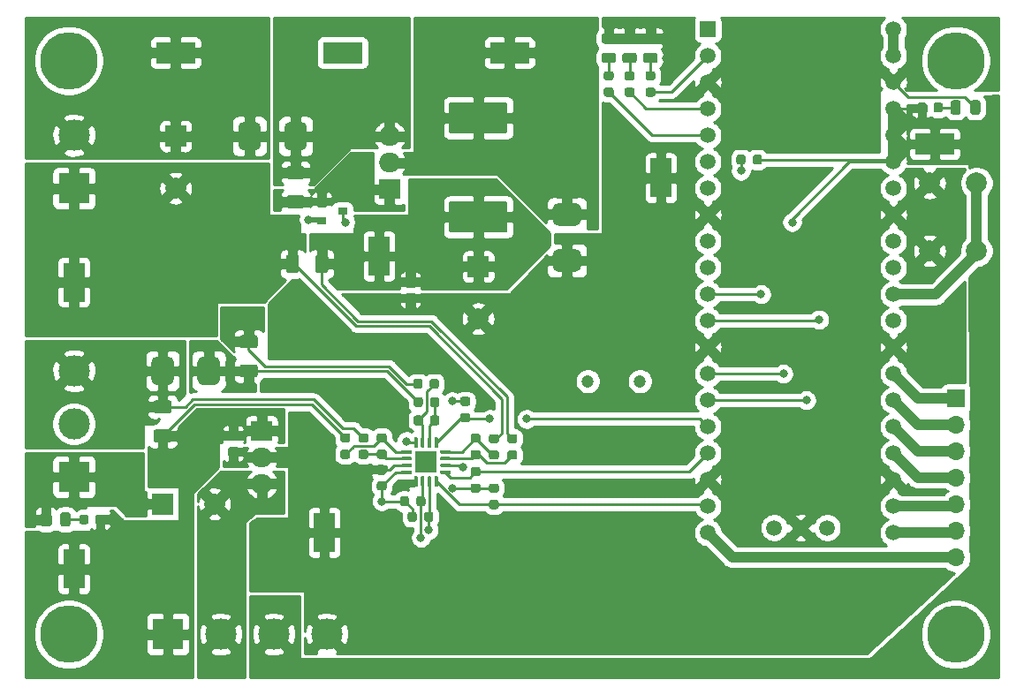
<source format=gbr>
%TF.GenerationSoftware,KiCad,Pcbnew,(5.1.6)-1*%
%TF.CreationDate,2022-03-23T15:28:10-04:00*%
%TF.ProjectId,MPPT_picoShield,4d505054-5f70-4696-936f-536869656c64,rev?*%
%TF.SameCoordinates,Original*%
%TF.FileFunction,Copper,L1,Top*%
%TF.FilePolarity,Positive*%
%FSLAX46Y46*%
G04 Gerber Fmt 4.6, Leading zero omitted, Abs format (unit mm)*
G04 Created by KiCad (PCBNEW (5.1.6)-1) date 2022-03-23 15:28:10*
%MOMM*%
%LPD*%
G01*
G04 APERTURE LIST*
%TA.AperFunction,ComponentPad*%
%ADD10C,1.500000*%
%TD*%
%TA.AperFunction,ComponentPad*%
%ADD11R,1.500000X1.500000*%
%TD*%
%TA.AperFunction,SMDPad,CuDef*%
%ADD12R,2.000000X3.800000*%
%TD*%
%TA.AperFunction,SMDPad,CuDef*%
%ADD13R,3.800000X2.000000*%
%TD*%
%TA.AperFunction,ComponentPad*%
%ADD14C,2.000000*%
%TD*%
%TA.AperFunction,ComponentPad*%
%ADD15O,2.000000X1.905000*%
%TD*%
%TA.AperFunction,ComponentPad*%
%ADD16R,2.000000X1.905000*%
%TD*%
%TA.AperFunction,SMDPad,CuDef*%
%ADD17R,2.100000X2.100000*%
%TD*%
%TA.AperFunction,SMDPad,CuDef*%
%ADD18R,0.900000X0.800000*%
%TD*%
%TA.AperFunction,ComponentPad*%
%ADD19O,1.700000X1.700000*%
%TD*%
%TA.AperFunction,ComponentPad*%
%ADD20R,1.700000X1.700000*%
%TD*%
%TA.AperFunction,ComponentPad*%
%ADD21C,3.000000*%
%TD*%
%TA.AperFunction,ComponentPad*%
%ADD22R,3.000000X3.000000*%
%TD*%
%TA.AperFunction,ComponentPad*%
%ADD23R,2.000000X2.000000*%
%TD*%
%TA.AperFunction,ComponentPad*%
%ADD24C,1.200000*%
%TD*%
%TA.AperFunction,ViaPad*%
%ADD25C,5.500000*%
%TD*%
%TA.AperFunction,ViaPad*%
%ADD26C,0.800000*%
%TD*%
%TA.AperFunction,Conductor*%
%ADD27C,0.250000*%
%TD*%
%TA.AperFunction,Conductor*%
%ADD28C,1.000000*%
%TD*%
%TA.AperFunction,Conductor*%
%ADD29C,0.500000*%
%TD*%
%TA.AperFunction,Conductor*%
%ADD30C,0.254000*%
%TD*%
G04 APERTURE END LIST*
D10*
%TO.P,U1,43*%
%TO.N,Net-(U1-Pad43)*%
X77680000Y-49790000D03*
%TO.P,U1,41*%
%TO.N,Net-(U1-Pad41)*%
X72600000Y-49790000D03*
%TO.P,U1,42*%
%TO.N,MPPT_out-*%
X75140000Y-49790000D03*
%TO.P,U1,38*%
X84030000Y-7080000D03*
%TO.P,U1,40*%
%TO.N,+5V*%
X84030000Y-2000000D03*
%TO.P,U1,34*%
%TO.N,Vpv_sense*%
X84030000Y-17240000D03*
%TO.P,U1,26*%
%TO.N,GP20*%
X84030000Y-37560000D03*
%TO.P,U1,25*%
%TO.N,GP19*%
X84030000Y-40100000D03*
%TO.P,U1,31*%
%TO.N,VCell2_sense*%
X84030000Y-24860000D03*
%TO.P,U1,32*%
%TO.N,VCell1_sense*%
X84030000Y-22320000D03*
%TO.P,U1,39*%
%TO.N,+5V*%
X84030000Y-4540000D03*
%TO.P,U1,33*%
%TO.N,MPPT_out-*%
X84030000Y-19780000D03*
%TO.P,U1,37*%
%TO.N,VCC*%
X84030000Y-9620000D03*
%TO.P,U1,35*%
X84030000Y-14700000D03*
%TO.P,U1,36*%
X84030000Y-12160000D03*
%TO.P,U1,21*%
%TO.N,GP16*%
X84030000Y-50260000D03*
%TO.P,U1,30*%
%TO.N,RESET_SW*%
X84030000Y-27400000D03*
%TO.P,U1,29*%
%TO.N,Net-(U1-Pad29)*%
X84030000Y-29940000D03*
%TO.P,U1,24*%
%TO.N,GP18*%
X84030000Y-42640000D03*
%TO.P,U1,23*%
%TO.N,MPPT_out-*%
X84030000Y-45180000D03*
%TO.P,U1,27*%
%TO.N,GP21*%
X84030000Y-35020000D03*
%TO.P,U1,22*%
%TO.N,GP17*%
X84030000Y-47720000D03*
%TO.P,U1,28*%
%TO.N,MPPT_out-*%
X84030000Y-32480000D03*
%TO.P,U1,13*%
X66250000Y-32480000D03*
%TO.P,U1,11*%
%TO.N,SPI_MISO*%
X66250000Y-27400000D03*
%TO.P,U1,17*%
%TO.N,CRITICAL*%
X66250000Y-42640000D03*
%TO.P,U1,20*%
%TO.N,GP15*%
X66250000Y-50260000D03*
%TO.P,U1,19*%
%TO.N,WARNING*%
X66250000Y-47720000D03*
%TO.P,U1,12*%
%TO.N,SPI_CS*%
X66250000Y-29940000D03*
%TO.P,U1,18*%
%TO.N,MPPT_out-*%
X66250000Y-45180000D03*
%TO.P,U1,14*%
%TO.N,SPI_SCK*%
X66250000Y-35020000D03*
%TO.P,U1,16*%
%TO.N,TC*%
X66250000Y-40100000D03*
%TO.P,U1,15*%
%TO.N,SPI_MOSI*%
X66250000Y-37560000D03*
%TO.P,U1,9*%
%TO.N,Buzzer*%
X66250000Y-22320000D03*
%TO.P,U1,10*%
%TO.N,SD_DETECT*%
X66250000Y-24860000D03*
%TO.P,U1,7*%
%TO.N,I2C0_SCL*%
X66250000Y-17240000D03*
%TO.P,U1,8*%
%TO.N,MPPT_out-*%
X66250000Y-19780000D03*
%TO.P,U1,5*%
%TO.N,OV_LED*%
X66250000Y-12160000D03*
%TO.P,U1,6*%
%TO.N,I2C0_SDA*%
X66250000Y-14700000D03*
%TO.P,U1,3*%
%TO.N,MPPT_out-*%
X66250000Y-7080000D03*
%TO.P,U1,4*%
%TO.N,UV_LED*%
X66250000Y-9620000D03*
%TO.P,U1,2*%
%TO.N,SIG_LED*%
X66250000Y-4540000D03*
D11*
%TO.P,U1,1*%
%TO.N,PWM1*%
X66250000Y-2000000D03*
%TD*%
D12*
%TO.P,GND,1*%
%TO.N,MPPT_out-*%
X29500000Y-50250000D03*
%TD*%
D13*
%TO.P,3V3,1*%
%TO.N,VCC*%
X88000000Y-13000000D03*
%TD*%
D12*
%TO.P,GND,1*%
%TO.N,MPPT_out-*%
X61750000Y-16250000D03*
%TD*%
%TO.P,Vbat,1*%
%TO.N,Vbat*%
X5500000Y-53750000D03*
%TD*%
%TO.P,PV-,1*%
%TO.N,Net-(C1-Pad2)*%
X5500000Y-26250000D03*
%TD*%
D13*
%TO.P,L-,1*%
%TO.N,Net-(D12-Pad1)*%
X47250000Y-4250000D03*
%TD*%
%TO.P,QS1,1*%
%TO.N,N/C*%
X31250000Y-4250000D03*
%TD*%
%TO.P,PV+,1*%
%TO.N,Net-(C1-Pad1)*%
X15250000Y-4250000D03*
%TD*%
D12*
%TO.P,out+,1*%
%TO.N,MPPT_out+*%
X34750000Y-23750000D03*
%TD*%
%TO.P,D12,2*%
%TO.N,MPPT_out-*%
%TA.AperFunction,SMDPad,CuDef*%
G36*
G01*
X51918250Y-23090500D02*
X53581750Y-23090500D01*
G75*
G02*
X54121500Y-23630250I0J-539750D01*
G01*
X54121500Y-24709750D01*
G75*
G02*
X53581750Y-25249500I-539750J0D01*
G01*
X51918250Y-25249500D01*
G75*
G02*
X51378500Y-24709750I0J539750D01*
G01*
X51378500Y-23630250D01*
G75*
G02*
X51918250Y-23090500I539750J0D01*
G01*
G37*
%TD.AperFunction*%
%TO.P,D12,1*%
%TO.N,Net-(D12-Pad1)*%
%TA.AperFunction,SMDPad,CuDef*%
G36*
G01*
X51918250Y-18670500D02*
X53581750Y-18670500D01*
G75*
G02*
X54121500Y-19210250I0J-539750D01*
G01*
X54121500Y-20289750D01*
G75*
G02*
X53581750Y-20829500I-539750J0D01*
G01*
X51918250Y-20829500D01*
G75*
G02*
X51378500Y-20289750I0J539750D01*
G01*
X51378500Y-19210250D01*
G75*
G02*
X51918250Y-18670500I539750J0D01*
G01*
G37*
%TD.AperFunction*%
%TD*%
%TO.P,D11,2*%
%TO.N,Net-(C1-Pad1)*%
%TA.AperFunction,SMDPad,CuDef*%
G36*
G01*
X23409500Y-11418250D02*
X23409500Y-13081750D01*
G75*
G02*
X22869750Y-13621500I-539750J0D01*
G01*
X21790250Y-13621500D01*
G75*
G02*
X21250500Y-13081750I0J539750D01*
G01*
X21250500Y-11418250D01*
G75*
G02*
X21790250Y-10878500I539750J0D01*
G01*
X22869750Y-10878500D01*
G75*
G02*
X23409500Y-11418250I0J-539750D01*
G01*
G37*
%TD.AperFunction*%
%TO.P,D11,1*%
%TO.N,QS1*%
%TA.AperFunction,SMDPad,CuDef*%
G36*
G01*
X27829500Y-11418250D02*
X27829500Y-13081750D01*
G75*
G02*
X27289750Y-13621500I-539750J0D01*
G01*
X26210250Y-13621500D01*
G75*
G02*
X25670500Y-13081750I0J539750D01*
G01*
X25670500Y-11418250D01*
G75*
G02*
X26210250Y-10878500I539750J0D01*
G01*
X27289750Y-10878500D01*
G75*
G02*
X27829500Y-11418250I0J-539750D01*
G01*
G37*
%TD.AperFunction*%
%TD*%
%TO.P,D13,2*%
%TO.N,Net-(D13-Pad2)*%
%TA.AperFunction,SMDPad,CuDef*%
G36*
G01*
X17340500Y-35581750D02*
X17340500Y-33918250D01*
G75*
G02*
X17880250Y-33378500I539750J0D01*
G01*
X18959750Y-33378500D01*
G75*
G02*
X19499500Y-33918250I0J-539750D01*
G01*
X19499500Y-35581750D01*
G75*
G02*
X18959750Y-36121500I-539750J0D01*
G01*
X17880250Y-36121500D01*
G75*
G02*
X17340500Y-35581750I0J539750D01*
G01*
G37*
%TD.AperFunction*%
%TO.P,D13,1*%
%TO.N,Net-(D13-Pad1)*%
%TA.AperFunction,SMDPad,CuDef*%
G36*
G01*
X12920500Y-35581750D02*
X12920500Y-33918250D01*
G75*
G02*
X13460250Y-33378500I539750J0D01*
G01*
X14539750Y-33378500D01*
G75*
G02*
X15079500Y-33918250I0J-539750D01*
G01*
X15079500Y-35581750D01*
G75*
G02*
X14539750Y-36121500I-539750J0D01*
G01*
X13460250Y-36121500D01*
G75*
G02*
X12920500Y-35581750I0J539750D01*
G01*
G37*
%TD.AperFunction*%
%TD*%
D14*
%TO.P,SW1,1*%
%TO.N,MPPT_out-*%
X87500000Y-16750000D03*
%TO.P,SW1,2*%
%TO.N,RESET_SW*%
X92000000Y-16750000D03*
%TO.P,SW1,1*%
%TO.N,MPPT_out-*%
X87500000Y-23250000D03*
%TO.P,SW1,2*%
%TO.N,RESET_SW*%
X92000000Y-23250000D03*
%TD*%
%TO.P,R28,2*%
%TO.N,Vbat*%
%TA.AperFunction,SMDPad,CuDef*%
G36*
G01*
X13375000Y-40375000D02*
X14625000Y-40375000D01*
G75*
G02*
X14875000Y-40625000I0J-250000D01*
G01*
X14875000Y-41375000D01*
G75*
G02*
X14625000Y-41625000I-250000J0D01*
G01*
X13375000Y-41625000D01*
G75*
G02*
X13125000Y-41375000I0J250000D01*
G01*
X13125000Y-40625000D01*
G75*
G02*
X13375000Y-40375000I250000J0D01*
G01*
G37*
%TD.AperFunction*%
%TO.P,R28,1*%
%TO.N,Net-(D13-Pad1)*%
%TA.AperFunction,SMDPad,CuDef*%
G36*
G01*
X13375000Y-37575000D02*
X14625000Y-37575000D01*
G75*
G02*
X14875000Y-37825000I0J-250000D01*
G01*
X14875000Y-38575000D01*
G75*
G02*
X14625000Y-38825000I-250000J0D01*
G01*
X13375000Y-38825000D01*
G75*
G02*
X13125000Y-38575000I0J250000D01*
G01*
X13125000Y-37825000D01*
G75*
G02*
X13375000Y-37575000I250000J0D01*
G01*
G37*
%TD.AperFunction*%
%TD*%
%TO.P,R27,2*%
%TO.N,MPPT_out+*%
%TA.AperFunction,SMDPad,CuDef*%
G36*
G01*
X22875000Y-32575000D02*
X21625000Y-32575000D01*
G75*
G02*
X21375000Y-32325000I0J250000D01*
G01*
X21375000Y-31575000D01*
G75*
G02*
X21625000Y-31325000I250000J0D01*
G01*
X22875000Y-31325000D01*
G75*
G02*
X23125000Y-31575000I0J-250000D01*
G01*
X23125000Y-32325000D01*
G75*
G02*
X22875000Y-32575000I-250000J0D01*
G01*
G37*
%TD.AperFunction*%
%TO.P,R27,1*%
%TO.N,Net-(D13-Pad2)*%
%TA.AperFunction,SMDPad,CuDef*%
G36*
G01*
X22875000Y-35375000D02*
X21625000Y-35375000D01*
G75*
G02*
X21375000Y-35125000I0J250000D01*
G01*
X21375000Y-34375000D01*
G75*
G02*
X21625000Y-34125000I250000J0D01*
G01*
X22875000Y-34125000D01*
G75*
G02*
X23125000Y-34375000I0J-250000D01*
G01*
X23125000Y-35125000D01*
G75*
G02*
X22875000Y-35375000I-250000J0D01*
G01*
G37*
%TD.AperFunction*%
%TD*%
%TO.P,R26,2*%
%TO.N,MPPT_out+*%
%TA.AperFunction,SMDPad,CuDef*%
G36*
G01*
X28625000Y-25125000D02*
X28625000Y-23875000D01*
G75*
G02*
X28875000Y-23625000I250000J0D01*
G01*
X29625000Y-23625000D01*
G75*
G02*
X29875000Y-23875000I0J-250000D01*
G01*
X29875000Y-25125000D01*
G75*
G02*
X29625000Y-25375000I-250000J0D01*
G01*
X28875000Y-25375000D01*
G75*
G02*
X28625000Y-25125000I0J250000D01*
G01*
G37*
%TD.AperFunction*%
%TO.P,R26,1*%
%TO.N,Net-(C1-Pad2)*%
%TA.AperFunction,SMDPad,CuDef*%
G36*
G01*
X25825000Y-25125000D02*
X25825000Y-23875000D01*
G75*
G02*
X26075000Y-23625000I250000J0D01*
G01*
X26825000Y-23625000D01*
G75*
G02*
X27075000Y-23875000I0J-250000D01*
G01*
X27075000Y-25125000D01*
G75*
G02*
X26825000Y-25375000I-250000J0D01*
G01*
X26075000Y-25375000D01*
G75*
G02*
X25825000Y-25125000I0J250000D01*
G01*
G37*
%TD.AperFunction*%
%TD*%
%TO.P,L1,2*%
%TO.N,Net-(D12-Pad1)*%
%TA.AperFunction,SMDPad,CuDef*%
G36*
G01*
X47050000Y-9150000D02*
X47050000Y-11850000D01*
G75*
G02*
X46900000Y-12000000I-150000J0D01*
G01*
X41600000Y-12000000D01*
G75*
G02*
X41450000Y-11850000I0J150000D01*
G01*
X41450000Y-9150000D01*
G75*
G02*
X41600000Y-9000000I150000J0D01*
G01*
X46900000Y-9000000D01*
G75*
G02*
X47050000Y-9150000I0J-150000D01*
G01*
G37*
%TD.AperFunction*%
%TO.P,L1,1*%
%TO.N,MPPT_out+*%
%TA.AperFunction,SMDPad,CuDef*%
G36*
G01*
X47050000Y-18650000D02*
X47050000Y-21350000D01*
G75*
G02*
X46900000Y-21500000I-150000J0D01*
G01*
X41600000Y-21500000D01*
G75*
G02*
X41450000Y-21350000I0J150000D01*
G01*
X41450000Y-18650000D01*
G75*
G02*
X41600000Y-18500000I150000J0D01*
G01*
X46900000Y-18500000D01*
G75*
G02*
X47050000Y-18650000I0J-150000D01*
G01*
G37*
%TD.AperFunction*%
%TD*%
D15*
%TO.P,U10,3*%
%TO.N,+5V*%
X23500000Y-45580000D03*
%TO.P,U10,2*%
%TO.N,MPPT_out-*%
X23500000Y-43040000D03*
D16*
%TO.P,U10,1*%
%TO.N,Vbat*%
X23500000Y-40500000D03*
%TD*%
D17*
%TO.P,U2,17*%
%TO.N,MPPT_out-*%
X39250000Y-43500000D03*
%TO.P,U2,16*%
%TO.N,Net-(R13-Pad1)*%
%TA.AperFunction,SMDPad,CuDef*%
G36*
G01*
X38100000Y-42062500D02*
X38100000Y-41212500D01*
G75*
G02*
X38187500Y-41125000I87500J0D01*
G01*
X38362500Y-41125000D01*
G75*
G02*
X38450000Y-41212500I0J-87500D01*
G01*
X38450000Y-42062500D01*
G75*
G02*
X38362500Y-42150000I-87500J0D01*
G01*
X38187500Y-42150000D01*
G75*
G02*
X38100000Y-42062500I0J87500D01*
G01*
G37*
%TD.AperFunction*%
%TO.P,U2,15*%
%TO.N,Batt_in+*%
%TA.AperFunction,SMDPad,CuDef*%
G36*
G01*
X38750000Y-42062500D02*
X38750000Y-41212500D01*
G75*
G02*
X38837500Y-41125000I87500J0D01*
G01*
X39012500Y-41125000D01*
G75*
G02*
X39100000Y-41212500I0J-87500D01*
G01*
X39100000Y-42062500D01*
G75*
G02*
X39012500Y-42150000I-87500J0D01*
G01*
X38837500Y-42150000D01*
G75*
G02*
X38750000Y-42062500I0J87500D01*
G01*
G37*
%TD.AperFunction*%
%TO.P,U2,14*%
%TO.N,batt_in-*%
%TA.AperFunction,SMDPad,CuDef*%
G36*
G01*
X39400000Y-42062500D02*
X39400000Y-41212500D01*
G75*
G02*
X39487500Y-41125000I87500J0D01*
G01*
X39662500Y-41125000D01*
G75*
G02*
X39750000Y-41212500I0J-87500D01*
G01*
X39750000Y-42062500D01*
G75*
G02*
X39662500Y-42150000I-87500J0D01*
G01*
X39487500Y-42150000D01*
G75*
G02*
X39400000Y-42062500I0J87500D01*
G01*
G37*
%TD.AperFunction*%
%TO.P,U2,13*%
%TO.N,TC*%
%TA.AperFunction,SMDPad,CuDef*%
G36*
G01*
X40050000Y-42062500D02*
X40050000Y-41212500D01*
G75*
G02*
X40137500Y-41125000I87500J0D01*
G01*
X40312500Y-41125000D01*
G75*
G02*
X40400000Y-41212500I0J-87500D01*
G01*
X40400000Y-42062500D01*
G75*
G02*
X40312500Y-42150000I-87500J0D01*
G01*
X40137500Y-42150000D01*
G75*
G02*
X40050000Y-42062500I0J87500D01*
G01*
G37*
%TD.AperFunction*%
%TO.P,U2,12*%
%TO.N,Shunt_PV+*%
%TA.AperFunction,SMDPad,CuDef*%
G36*
G01*
X40600000Y-42612500D02*
X40600000Y-42437500D01*
G75*
G02*
X40687500Y-42350000I87500J0D01*
G01*
X41537500Y-42350000D01*
G75*
G02*
X41625000Y-42437500I0J-87500D01*
G01*
X41625000Y-42612500D01*
G75*
G02*
X41537500Y-42700000I-87500J0D01*
G01*
X40687500Y-42700000D01*
G75*
G02*
X40600000Y-42612500I0J87500D01*
G01*
G37*
%TD.AperFunction*%
%TO.P,U2,11*%
%TO.N,Shunt_PV-*%
%TA.AperFunction,SMDPad,CuDef*%
G36*
G01*
X40600000Y-43262500D02*
X40600000Y-43087500D01*
G75*
G02*
X40687500Y-43000000I87500J0D01*
G01*
X41537500Y-43000000D01*
G75*
G02*
X41625000Y-43087500I0J-87500D01*
G01*
X41625000Y-43262500D01*
G75*
G02*
X41537500Y-43350000I-87500J0D01*
G01*
X40687500Y-43350000D01*
G75*
G02*
X40600000Y-43262500I0J87500D01*
G01*
G37*
%TD.AperFunction*%
%TO.P,U2,10*%
%TO.N,Net-(R13-Pad2)*%
%TA.AperFunction,SMDPad,CuDef*%
G36*
G01*
X40600000Y-43912500D02*
X40600000Y-43737500D01*
G75*
G02*
X40687500Y-43650000I87500J0D01*
G01*
X41537500Y-43650000D01*
G75*
G02*
X41625000Y-43737500I0J-87500D01*
G01*
X41625000Y-43912500D01*
G75*
G02*
X41537500Y-44000000I-87500J0D01*
G01*
X40687500Y-44000000D01*
G75*
G02*
X40600000Y-43912500I0J87500D01*
G01*
G37*
%TD.AperFunction*%
%TO.P,U2,9*%
%TO.N,CRITICAL*%
%TA.AperFunction,SMDPad,CuDef*%
G36*
G01*
X40600000Y-44562500D02*
X40600000Y-44387500D01*
G75*
G02*
X40687500Y-44300000I87500J0D01*
G01*
X41537500Y-44300000D01*
G75*
G02*
X41625000Y-44387500I0J-87500D01*
G01*
X41625000Y-44562500D01*
G75*
G02*
X41537500Y-44650000I-87500J0D01*
G01*
X40687500Y-44650000D01*
G75*
G02*
X40600000Y-44562500I0J87500D01*
G01*
G37*
%TD.AperFunction*%
%TO.P,U2,8*%
%TO.N,WARNING*%
%TA.AperFunction,SMDPad,CuDef*%
G36*
G01*
X40050000Y-45787500D02*
X40050000Y-44937500D01*
G75*
G02*
X40137500Y-44850000I87500J0D01*
G01*
X40312500Y-44850000D01*
G75*
G02*
X40400000Y-44937500I0J-87500D01*
G01*
X40400000Y-45787500D01*
G75*
G02*
X40312500Y-45875000I-87500J0D01*
G01*
X40137500Y-45875000D01*
G75*
G02*
X40050000Y-45787500I0J87500D01*
G01*
G37*
%TD.AperFunction*%
%TO.P,U2,7*%
%TO.N,I2C0_SDA*%
%TA.AperFunction,SMDPad,CuDef*%
G36*
G01*
X39400000Y-45787500D02*
X39400000Y-44937500D01*
G75*
G02*
X39487500Y-44850000I87500J0D01*
G01*
X39662500Y-44850000D01*
G75*
G02*
X39750000Y-44937500I0J-87500D01*
G01*
X39750000Y-45787500D01*
G75*
G02*
X39662500Y-45875000I-87500J0D01*
G01*
X39487500Y-45875000D01*
G75*
G02*
X39400000Y-45787500I0J87500D01*
G01*
G37*
%TD.AperFunction*%
%TO.P,U2,6*%
%TO.N,I2C0_SCL*%
%TA.AperFunction,SMDPad,CuDef*%
G36*
G01*
X38750000Y-45787500D02*
X38750000Y-44937500D01*
G75*
G02*
X38837500Y-44850000I87500J0D01*
G01*
X39012500Y-44850000D01*
G75*
G02*
X39100000Y-44937500I0J-87500D01*
G01*
X39100000Y-45787500D01*
G75*
G02*
X39012500Y-45875000I-87500J0D01*
G01*
X38837500Y-45875000D01*
G75*
G02*
X38750000Y-45787500I0J87500D01*
G01*
G37*
%TD.AperFunction*%
%TO.P,U2,5*%
%TO.N,MPPT_out-*%
%TA.AperFunction,SMDPad,CuDef*%
G36*
G01*
X38100000Y-45787500D02*
X38100000Y-44937500D01*
G75*
G02*
X38187500Y-44850000I87500J0D01*
G01*
X38362500Y-44850000D01*
G75*
G02*
X38450000Y-44937500I0J-87500D01*
G01*
X38450000Y-45787500D01*
G75*
G02*
X38362500Y-45875000I-87500J0D01*
G01*
X38187500Y-45875000D01*
G75*
G02*
X38100000Y-45787500I0J87500D01*
G01*
G37*
%TD.AperFunction*%
%TO.P,U2,4*%
%TO.N,VCC*%
%TA.AperFunction,SMDPad,CuDef*%
G36*
G01*
X36875000Y-44562500D02*
X36875000Y-44387500D01*
G75*
G02*
X36962500Y-44300000I87500J0D01*
G01*
X37812500Y-44300000D01*
G75*
G02*
X37900000Y-44387500I0J-87500D01*
G01*
X37900000Y-44562500D01*
G75*
G02*
X37812500Y-44650000I-87500J0D01*
G01*
X36962500Y-44650000D01*
G75*
G02*
X36875000Y-44562500I0J87500D01*
G01*
G37*
%TD.AperFunction*%
%TO.P,U2,3*%
%TO.N,MPPT_out-*%
%TA.AperFunction,SMDPad,CuDef*%
G36*
G01*
X36875000Y-43912500D02*
X36875000Y-43737500D01*
G75*
G02*
X36962500Y-43650000I87500J0D01*
G01*
X37812500Y-43650000D01*
G75*
G02*
X37900000Y-43737500I0J-87500D01*
G01*
X37900000Y-43912500D01*
G75*
G02*
X37812500Y-44000000I-87500J0D01*
G01*
X36962500Y-44000000D01*
G75*
G02*
X36875000Y-43912500I0J87500D01*
G01*
G37*
%TD.AperFunction*%
%TO.P,U2,2*%
%TO.N,Batt_out+*%
%TA.AperFunction,SMDPad,CuDef*%
G36*
G01*
X36875000Y-43262500D02*
X36875000Y-43087500D01*
G75*
G02*
X36962500Y-43000000I87500J0D01*
G01*
X37812500Y-43000000D01*
G75*
G02*
X37900000Y-43087500I0J-87500D01*
G01*
X37900000Y-43262500D01*
G75*
G02*
X37812500Y-43350000I-87500J0D01*
G01*
X36962500Y-43350000D01*
G75*
G02*
X36875000Y-43262500I0J87500D01*
G01*
G37*
%TD.AperFunction*%
%TO.P,U2,1*%
%TO.N,batt_out-*%
%TA.AperFunction,SMDPad,CuDef*%
G36*
G01*
X36875000Y-42612500D02*
X36875000Y-42437500D01*
G75*
G02*
X36962500Y-42350000I87500J0D01*
G01*
X37812500Y-42350000D01*
G75*
G02*
X37900000Y-42437500I0J-87500D01*
G01*
X37900000Y-42612500D01*
G75*
G02*
X37812500Y-42700000I-87500J0D01*
G01*
X36962500Y-42700000D01*
G75*
G02*
X36875000Y-42612500I0J87500D01*
G01*
G37*
%TD.AperFunction*%
%TD*%
%TO.P,R25,2*%
%TO.N,Net-(D13-Pad2)*%
%TA.AperFunction,SMDPad,CuDef*%
G36*
G01*
X38937500Y-37493750D02*
X38937500Y-38006250D01*
G75*
G02*
X38718750Y-38225000I-218750J0D01*
G01*
X38281250Y-38225000D01*
G75*
G02*
X38062500Y-38006250I0J218750D01*
G01*
X38062500Y-37493750D01*
G75*
G02*
X38281250Y-37275000I218750J0D01*
G01*
X38718750Y-37275000D01*
G75*
G02*
X38937500Y-37493750I0J-218750D01*
G01*
G37*
%TD.AperFunction*%
%TO.P,R25,1*%
%TO.N,batt_in-*%
%TA.AperFunction,SMDPad,CuDef*%
G36*
G01*
X40512500Y-37493750D02*
X40512500Y-38006250D01*
G75*
G02*
X40293750Y-38225000I-218750J0D01*
G01*
X39856250Y-38225000D01*
G75*
G02*
X39637500Y-38006250I0J218750D01*
G01*
X39637500Y-37493750D01*
G75*
G02*
X39856250Y-37275000I218750J0D01*
G01*
X40293750Y-37275000D01*
G75*
G02*
X40512500Y-37493750I0J-218750D01*
G01*
G37*
%TD.AperFunction*%
%TD*%
%TO.P,R24,2*%
%TO.N,MPPT_out+*%
%TA.AperFunction,SMDPad,CuDef*%
G36*
G01*
X38900000Y-35743750D02*
X38900000Y-36256250D01*
G75*
G02*
X38681250Y-36475000I-218750J0D01*
G01*
X38243750Y-36475000D01*
G75*
G02*
X38025000Y-36256250I0J218750D01*
G01*
X38025000Y-35743750D01*
G75*
G02*
X38243750Y-35525000I218750J0D01*
G01*
X38681250Y-35525000D01*
G75*
G02*
X38900000Y-35743750I0J-218750D01*
G01*
G37*
%TD.AperFunction*%
%TO.P,R24,1*%
%TO.N,Batt_in+*%
%TA.AperFunction,SMDPad,CuDef*%
G36*
G01*
X40475000Y-35743750D02*
X40475000Y-36256250D01*
G75*
G02*
X40256250Y-36475000I-218750J0D01*
G01*
X39818750Y-36475000D01*
G75*
G02*
X39600000Y-36256250I0J218750D01*
G01*
X39600000Y-35743750D01*
G75*
G02*
X39818750Y-35525000I218750J0D01*
G01*
X40256250Y-35525000D01*
G75*
G02*
X40475000Y-35743750I0J-218750D01*
G01*
G37*
%TD.AperFunction*%
%TD*%
%TO.P,R23,2*%
%TO.N,Vbat*%
%TA.AperFunction,SMDPad,CuDef*%
G36*
G01*
X31756250Y-41612500D02*
X31243750Y-41612500D01*
G75*
G02*
X31025000Y-41393750I0J218750D01*
G01*
X31025000Y-40956250D01*
G75*
G02*
X31243750Y-40737500I218750J0D01*
G01*
X31756250Y-40737500D01*
G75*
G02*
X31975000Y-40956250I0J-218750D01*
G01*
X31975000Y-41393750D01*
G75*
G02*
X31756250Y-41612500I-218750J0D01*
G01*
G37*
%TD.AperFunction*%
%TO.P,R23,1*%
%TO.N,batt_out-*%
%TA.AperFunction,SMDPad,CuDef*%
G36*
G01*
X31756250Y-43187500D02*
X31243750Y-43187500D01*
G75*
G02*
X31025000Y-42968750I0J218750D01*
G01*
X31025000Y-42531250D01*
G75*
G02*
X31243750Y-42312500I218750J0D01*
G01*
X31756250Y-42312500D01*
G75*
G02*
X31975000Y-42531250I0J-218750D01*
G01*
X31975000Y-42968750D01*
G75*
G02*
X31756250Y-43187500I-218750J0D01*
G01*
G37*
%TD.AperFunction*%
%TD*%
%TO.P,R22,2*%
%TO.N,Net-(D13-Pad1)*%
%TA.AperFunction,SMDPad,CuDef*%
G36*
G01*
X33506250Y-41612500D02*
X32993750Y-41612500D01*
G75*
G02*
X32775000Y-41393750I0J218750D01*
G01*
X32775000Y-40956250D01*
G75*
G02*
X32993750Y-40737500I218750J0D01*
G01*
X33506250Y-40737500D01*
G75*
G02*
X33725000Y-40956250I0J-218750D01*
G01*
X33725000Y-41393750D01*
G75*
G02*
X33506250Y-41612500I-218750J0D01*
G01*
G37*
%TD.AperFunction*%
%TO.P,R22,1*%
%TO.N,Batt_out+*%
%TA.AperFunction,SMDPad,CuDef*%
G36*
G01*
X33506250Y-43187500D02*
X32993750Y-43187500D01*
G75*
G02*
X32775000Y-42968750I0J218750D01*
G01*
X32775000Y-42531250D01*
G75*
G02*
X32993750Y-42312500I218750J0D01*
G01*
X33506250Y-42312500D01*
G75*
G02*
X33725000Y-42531250I0J-218750D01*
G01*
X33725000Y-42968750D01*
G75*
G02*
X33506250Y-43187500I-218750J0D01*
G01*
G37*
%TD.AperFunction*%
%TD*%
%TO.P,R21,2*%
%TO.N,MPPT_out+*%
%TA.AperFunction,SMDPad,CuDef*%
G36*
G01*
X47756250Y-41687500D02*
X47243750Y-41687500D01*
G75*
G02*
X47025000Y-41468750I0J218750D01*
G01*
X47025000Y-41031250D01*
G75*
G02*
X47243750Y-40812500I218750J0D01*
G01*
X47756250Y-40812500D01*
G75*
G02*
X47975000Y-41031250I0J-218750D01*
G01*
X47975000Y-41468750D01*
G75*
G02*
X47756250Y-41687500I-218750J0D01*
G01*
G37*
%TD.AperFunction*%
%TO.P,R21,1*%
%TO.N,Shunt_PV-*%
%TA.AperFunction,SMDPad,CuDef*%
G36*
G01*
X47756250Y-43262500D02*
X47243750Y-43262500D01*
G75*
G02*
X47025000Y-43043750I0J218750D01*
G01*
X47025000Y-42606250D01*
G75*
G02*
X47243750Y-42387500I218750J0D01*
G01*
X47756250Y-42387500D01*
G75*
G02*
X47975000Y-42606250I0J-218750D01*
G01*
X47975000Y-43043750D01*
G75*
G02*
X47756250Y-43262500I-218750J0D01*
G01*
G37*
%TD.AperFunction*%
%TD*%
%TO.P,R20,2*%
%TO.N,Net-(C1-Pad2)*%
%TA.AperFunction,SMDPad,CuDef*%
G36*
G01*
X46006250Y-41687500D02*
X45493750Y-41687500D01*
G75*
G02*
X45275000Y-41468750I0J218750D01*
G01*
X45275000Y-41031250D01*
G75*
G02*
X45493750Y-40812500I218750J0D01*
G01*
X46006250Y-40812500D01*
G75*
G02*
X46225000Y-41031250I0J-218750D01*
G01*
X46225000Y-41468750D01*
G75*
G02*
X46006250Y-41687500I-218750J0D01*
G01*
G37*
%TD.AperFunction*%
%TO.P,R20,1*%
%TO.N,Shunt_PV+*%
%TA.AperFunction,SMDPad,CuDef*%
G36*
G01*
X46006250Y-43262500D02*
X45493750Y-43262500D01*
G75*
G02*
X45275000Y-43043750I0J218750D01*
G01*
X45275000Y-42606250D01*
G75*
G02*
X45493750Y-42387500I218750J0D01*
G01*
X46006250Y-42387500D01*
G75*
G02*
X46225000Y-42606250I0J-218750D01*
G01*
X46225000Y-43043750D01*
G75*
G02*
X46006250Y-43262500I-218750J0D01*
G01*
G37*
%TD.AperFunction*%
%TD*%
%TO.P,R16,2*%
%TO.N,TC*%
%TA.AperFunction,SMDPad,CuDef*%
G36*
G01*
X42743750Y-38812500D02*
X43256250Y-38812500D01*
G75*
G02*
X43475000Y-39031250I0J-218750D01*
G01*
X43475000Y-39468750D01*
G75*
G02*
X43256250Y-39687500I-218750J0D01*
G01*
X42743750Y-39687500D01*
G75*
G02*
X42525000Y-39468750I0J218750D01*
G01*
X42525000Y-39031250D01*
G75*
G02*
X42743750Y-38812500I218750J0D01*
G01*
G37*
%TD.AperFunction*%
%TO.P,R16,1*%
%TO.N,VCC*%
%TA.AperFunction,SMDPad,CuDef*%
G36*
G01*
X42743750Y-37237500D02*
X43256250Y-37237500D01*
G75*
G02*
X43475000Y-37456250I0J-218750D01*
G01*
X43475000Y-37893750D01*
G75*
G02*
X43256250Y-38112500I-218750J0D01*
G01*
X42743750Y-38112500D01*
G75*
G02*
X42525000Y-37893750I0J218750D01*
G01*
X42525000Y-37456250D01*
G75*
G02*
X42743750Y-37237500I218750J0D01*
G01*
G37*
%TD.AperFunction*%
%TD*%
%TO.P,R15,2*%
%TO.N,WARNING*%
%TA.AperFunction,SMDPad,CuDef*%
G36*
G01*
X45493750Y-47137500D02*
X46006250Y-47137500D01*
G75*
G02*
X46225000Y-47356250I0J-218750D01*
G01*
X46225000Y-47793750D01*
G75*
G02*
X46006250Y-48012500I-218750J0D01*
G01*
X45493750Y-48012500D01*
G75*
G02*
X45275000Y-47793750I0J218750D01*
G01*
X45275000Y-47356250D01*
G75*
G02*
X45493750Y-47137500I218750J0D01*
G01*
G37*
%TD.AperFunction*%
%TO.P,R15,1*%
%TO.N,VCC*%
%TA.AperFunction,SMDPad,CuDef*%
G36*
G01*
X45493750Y-45562500D02*
X46006250Y-45562500D01*
G75*
G02*
X46225000Y-45781250I0J-218750D01*
G01*
X46225000Y-46218750D01*
G75*
G02*
X46006250Y-46437500I-218750J0D01*
G01*
X45493750Y-46437500D01*
G75*
G02*
X45275000Y-46218750I0J218750D01*
G01*
X45275000Y-45781250D01*
G75*
G02*
X45493750Y-45562500I218750J0D01*
G01*
G37*
%TD.AperFunction*%
%TD*%
%TO.P,R14,2*%
%TO.N,CRITICAL*%
%TA.AperFunction,SMDPad,CuDef*%
G36*
G01*
X44256250Y-44862500D02*
X43743750Y-44862500D01*
G75*
G02*
X43525000Y-44643750I0J218750D01*
G01*
X43525000Y-44206250D01*
G75*
G02*
X43743750Y-43987500I218750J0D01*
G01*
X44256250Y-43987500D01*
G75*
G02*
X44475000Y-44206250I0J-218750D01*
G01*
X44475000Y-44643750D01*
G75*
G02*
X44256250Y-44862500I-218750J0D01*
G01*
G37*
%TD.AperFunction*%
%TO.P,R14,1*%
%TO.N,VCC*%
%TA.AperFunction,SMDPad,CuDef*%
G36*
G01*
X44256250Y-46437500D02*
X43743750Y-46437500D01*
G75*
G02*
X43525000Y-46218750I0J218750D01*
G01*
X43525000Y-45781250D01*
G75*
G02*
X43743750Y-45562500I218750J0D01*
G01*
X44256250Y-45562500D01*
G75*
G02*
X44475000Y-45781250I0J-218750D01*
G01*
X44475000Y-46218750D01*
G75*
G02*
X44256250Y-46437500I-218750J0D01*
G01*
G37*
%TD.AperFunction*%
%TD*%
%TO.P,R12,2*%
%TO.N,VCC*%
%TA.AperFunction,SMDPad,CuDef*%
G36*
G01*
X69862500Y-14243750D02*
X69862500Y-14756250D01*
G75*
G02*
X69643750Y-14975000I-218750J0D01*
G01*
X69206250Y-14975000D01*
G75*
G02*
X68987500Y-14756250I0J218750D01*
G01*
X68987500Y-14243750D01*
G75*
G02*
X69206250Y-14025000I218750J0D01*
G01*
X69643750Y-14025000D01*
G75*
G02*
X69862500Y-14243750I0J-218750D01*
G01*
G37*
%TD.AperFunction*%
%TO.P,R12,1*%
%TO.N,SD_DETECT*%
%TA.AperFunction,SMDPad,CuDef*%
G36*
G01*
X71437500Y-14243750D02*
X71437500Y-14756250D01*
G75*
G02*
X71218750Y-14975000I-218750J0D01*
G01*
X70781250Y-14975000D01*
G75*
G02*
X70562500Y-14756250I0J218750D01*
G01*
X70562500Y-14243750D01*
G75*
G02*
X70781250Y-14025000I218750J0D01*
G01*
X71218750Y-14025000D01*
G75*
G02*
X71437500Y-14243750I0J-218750D01*
G01*
G37*
%TD.AperFunction*%
%TD*%
%TO.P,R11,2*%
%TO.N,I2C0_SCL*%
%TA.AperFunction,SMDPad,CuDef*%
G36*
G01*
X38312500Y-47506250D02*
X38312500Y-46993750D01*
G75*
G02*
X38531250Y-46775000I218750J0D01*
G01*
X38968750Y-46775000D01*
G75*
G02*
X39187500Y-46993750I0J-218750D01*
G01*
X39187500Y-47506250D01*
G75*
G02*
X38968750Y-47725000I-218750J0D01*
G01*
X38531250Y-47725000D01*
G75*
G02*
X38312500Y-47506250I0J218750D01*
G01*
G37*
%TD.AperFunction*%
%TO.P,R11,1*%
%TO.N,VCC*%
%TA.AperFunction,SMDPad,CuDef*%
G36*
G01*
X36737500Y-47506250D02*
X36737500Y-46993750D01*
G75*
G02*
X36956250Y-46775000I218750J0D01*
G01*
X37393750Y-46775000D01*
G75*
G02*
X37612500Y-46993750I0J-218750D01*
G01*
X37612500Y-47506250D01*
G75*
G02*
X37393750Y-47725000I-218750J0D01*
G01*
X36956250Y-47725000D01*
G75*
G02*
X36737500Y-47506250I0J218750D01*
G01*
G37*
%TD.AperFunction*%
%TD*%
%TO.P,R10,2*%
%TO.N,I2C0_SDA*%
%TA.AperFunction,SMDPad,CuDef*%
G36*
G01*
X39062500Y-49006250D02*
X39062500Y-48493750D01*
G75*
G02*
X39281250Y-48275000I218750J0D01*
G01*
X39718750Y-48275000D01*
G75*
G02*
X39937500Y-48493750I0J-218750D01*
G01*
X39937500Y-49006250D01*
G75*
G02*
X39718750Y-49225000I-218750J0D01*
G01*
X39281250Y-49225000D01*
G75*
G02*
X39062500Y-49006250I0J218750D01*
G01*
G37*
%TD.AperFunction*%
%TO.P,R10,1*%
%TO.N,VCC*%
%TA.AperFunction,SMDPad,CuDef*%
G36*
G01*
X37487500Y-49006250D02*
X37487500Y-48493750D01*
G75*
G02*
X37706250Y-48275000I218750J0D01*
G01*
X38143750Y-48275000D01*
G75*
G02*
X38362500Y-48493750I0J-218750D01*
G01*
X38362500Y-49006250D01*
G75*
G02*
X38143750Y-49225000I-218750J0D01*
G01*
X37706250Y-49225000D01*
G75*
G02*
X37487500Y-49006250I0J218750D01*
G01*
G37*
%TD.AperFunction*%
%TD*%
%TO.P,R7,2*%
%TO.N,Drive1*%
%TA.AperFunction,SMDPad,CuDef*%
G36*
G01*
X26125000Y-17925000D02*
X27375000Y-17925000D01*
G75*
G02*
X27625000Y-18175000I0J-250000D01*
G01*
X27625000Y-18925000D01*
G75*
G02*
X27375000Y-19175000I-250000J0D01*
G01*
X26125000Y-19175000D01*
G75*
G02*
X25875000Y-18925000I0J250000D01*
G01*
X25875000Y-18175000D01*
G75*
G02*
X26125000Y-17925000I250000J0D01*
G01*
G37*
%TD.AperFunction*%
%TO.P,R7,1*%
%TO.N,QS1*%
%TA.AperFunction,SMDPad,CuDef*%
G36*
G01*
X26125000Y-15125000D02*
X27375000Y-15125000D01*
G75*
G02*
X27625000Y-15375000I0J-250000D01*
G01*
X27625000Y-16125000D01*
G75*
G02*
X27375000Y-16375000I-250000J0D01*
G01*
X26125000Y-16375000D01*
G75*
G02*
X25875000Y-16125000I0J250000D01*
G01*
X25875000Y-15375000D01*
G75*
G02*
X26125000Y-15125000I250000J0D01*
G01*
G37*
%TD.AperFunction*%
%TD*%
%TO.P,R5,2*%
%TO.N,Net-(D5-Pad2)*%
%TA.AperFunction,SMDPad,CuDef*%
G36*
G01*
X6900000Y-48743750D02*
X6900000Y-49256250D01*
G75*
G02*
X6681250Y-49475000I-218750J0D01*
G01*
X6243750Y-49475000D01*
G75*
G02*
X6025000Y-49256250I0J218750D01*
G01*
X6025000Y-48743750D01*
G75*
G02*
X6243750Y-48525000I218750J0D01*
G01*
X6681250Y-48525000D01*
G75*
G02*
X6900000Y-48743750I0J-218750D01*
G01*
G37*
%TD.AperFunction*%
%TO.P,R5,1*%
%TO.N,Vbat*%
%TA.AperFunction,SMDPad,CuDef*%
G36*
G01*
X8475000Y-48743750D02*
X8475000Y-49256250D01*
G75*
G02*
X8256250Y-49475000I-218750J0D01*
G01*
X7818750Y-49475000D01*
G75*
G02*
X7600000Y-49256250I0J218750D01*
G01*
X7600000Y-48743750D01*
G75*
G02*
X7818750Y-48525000I218750J0D01*
G01*
X8256250Y-48525000D01*
G75*
G02*
X8475000Y-48743750I0J-218750D01*
G01*
G37*
%TD.AperFunction*%
%TD*%
%TO.P,R4,2*%
%TO.N,Net-(D4-Pad2)*%
%TA.AperFunction,SMDPad,CuDef*%
G36*
G01*
X87887500Y-9756250D02*
X87887500Y-9243750D01*
G75*
G02*
X88106250Y-9025000I218750J0D01*
G01*
X88543750Y-9025000D01*
G75*
G02*
X88762500Y-9243750I0J-218750D01*
G01*
X88762500Y-9756250D01*
G75*
G02*
X88543750Y-9975000I-218750J0D01*
G01*
X88106250Y-9975000D01*
G75*
G02*
X87887500Y-9756250I0J218750D01*
G01*
G37*
%TD.AperFunction*%
%TO.P,R4,1*%
%TO.N,VCC*%
%TA.AperFunction,SMDPad,CuDef*%
G36*
G01*
X86312500Y-9756250D02*
X86312500Y-9243750D01*
G75*
G02*
X86531250Y-9025000I218750J0D01*
G01*
X86968750Y-9025000D01*
G75*
G02*
X87187500Y-9243750I0J-218750D01*
G01*
X87187500Y-9756250D01*
G75*
G02*
X86968750Y-9975000I-218750J0D01*
G01*
X86531250Y-9975000D01*
G75*
G02*
X86312500Y-9756250I0J218750D01*
G01*
G37*
%TD.AperFunction*%
%TD*%
%TO.P,R3,2*%
%TO.N,Net-(D3-Pad2)*%
%TA.AperFunction,SMDPad,CuDef*%
G36*
G01*
X57006250Y-6900000D02*
X56493750Y-6900000D01*
G75*
G02*
X56275000Y-6681250I0J218750D01*
G01*
X56275000Y-6243750D01*
G75*
G02*
X56493750Y-6025000I218750J0D01*
G01*
X57006250Y-6025000D01*
G75*
G02*
X57225000Y-6243750I0J-218750D01*
G01*
X57225000Y-6681250D01*
G75*
G02*
X57006250Y-6900000I-218750J0D01*
G01*
G37*
%TD.AperFunction*%
%TO.P,R3,1*%
%TO.N,OV_LED*%
%TA.AperFunction,SMDPad,CuDef*%
G36*
G01*
X57006250Y-8475000D02*
X56493750Y-8475000D01*
G75*
G02*
X56275000Y-8256250I0J218750D01*
G01*
X56275000Y-7818750D01*
G75*
G02*
X56493750Y-7600000I218750J0D01*
G01*
X57006250Y-7600000D01*
G75*
G02*
X57225000Y-7818750I0J-218750D01*
G01*
X57225000Y-8256250D01*
G75*
G02*
X57006250Y-8475000I-218750J0D01*
G01*
G37*
%TD.AperFunction*%
%TD*%
%TO.P,R2,2*%
%TO.N,Net-(D2-Pad2)*%
%TA.AperFunction,SMDPad,CuDef*%
G36*
G01*
X59006250Y-6900000D02*
X58493750Y-6900000D01*
G75*
G02*
X58275000Y-6681250I0J218750D01*
G01*
X58275000Y-6243750D01*
G75*
G02*
X58493750Y-6025000I218750J0D01*
G01*
X59006250Y-6025000D01*
G75*
G02*
X59225000Y-6243750I0J-218750D01*
G01*
X59225000Y-6681250D01*
G75*
G02*
X59006250Y-6900000I-218750J0D01*
G01*
G37*
%TD.AperFunction*%
%TO.P,R2,1*%
%TO.N,UV_LED*%
%TA.AperFunction,SMDPad,CuDef*%
G36*
G01*
X59006250Y-8475000D02*
X58493750Y-8475000D01*
G75*
G02*
X58275000Y-8256250I0J218750D01*
G01*
X58275000Y-7818750D01*
G75*
G02*
X58493750Y-7600000I218750J0D01*
G01*
X59006250Y-7600000D01*
G75*
G02*
X59225000Y-7818750I0J-218750D01*
G01*
X59225000Y-8256250D01*
G75*
G02*
X59006250Y-8475000I-218750J0D01*
G01*
G37*
%TD.AperFunction*%
%TD*%
%TO.P,R1,2*%
%TO.N,Net-(D1-Pad2)*%
%TA.AperFunction,SMDPad,CuDef*%
G36*
G01*
X61006250Y-6900000D02*
X60493750Y-6900000D01*
G75*
G02*
X60275000Y-6681250I0J218750D01*
G01*
X60275000Y-6243750D01*
G75*
G02*
X60493750Y-6025000I218750J0D01*
G01*
X61006250Y-6025000D01*
G75*
G02*
X61225000Y-6243750I0J-218750D01*
G01*
X61225000Y-6681250D01*
G75*
G02*
X61006250Y-6900000I-218750J0D01*
G01*
G37*
%TD.AperFunction*%
%TO.P,R1,1*%
%TO.N,SIG_LED*%
%TA.AperFunction,SMDPad,CuDef*%
G36*
G01*
X61006250Y-8475000D02*
X60493750Y-8475000D01*
G75*
G02*
X60275000Y-8256250I0J218750D01*
G01*
X60275000Y-7818750D01*
G75*
G02*
X60493750Y-7600000I218750J0D01*
G01*
X61006250Y-7600000D01*
G75*
G02*
X61225000Y-7818750I0J-218750D01*
G01*
X61225000Y-8256250D01*
G75*
G02*
X61006250Y-8475000I-218750J0D01*
G01*
G37*
%TD.AperFunction*%
%TD*%
D18*
%TO.P,Q2,3*%
%TO.N,MPPT_out-*%
X31250000Y-19450000D03*
%TO.P,Q2,2*%
%TO.N,PWM1*%
X29250000Y-20400000D03*
%TO.P,Q2,1*%
%TO.N,Drive1*%
X29250000Y-18500000D03*
%TD*%
D15*
%TO.P,Q1,3*%
%TO.N,QS1*%
X35750000Y-12250000D03*
%TO.P,Q1,2*%
%TO.N,Net-(D12-Pad1)*%
X35750000Y-14790000D03*
D16*
%TO.P,Q1,1*%
%TO.N,Drive1*%
X35750000Y-17330000D03*
%TD*%
D19*
%TO.P,J5,7*%
%TO.N,GP15*%
X90000000Y-52620000D03*
%TO.P,J5,6*%
%TO.N,GP16*%
X90000000Y-50080000D03*
%TO.P,J5,5*%
%TO.N,GP17*%
X90000000Y-47540000D03*
%TO.P,J5,4*%
%TO.N,GP18*%
X90000000Y-45000000D03*
%TO.P,J5,3*%
%TO.N,GP19*%
X90000000Y-42460000D03*
%TO.P,J5,2*%
%TO.N,GP20*%
X90000000Y-39920000D03*
D20*
%TO.P,J5,1*%
%TO.N,GP21*%
X90000000Y-37380000D03*
%TD*%
D21*
%TO.P,J3,4*%
%TO.N,MPPT_out-*%
X29740000Y-60000000D03*
D22*
%TO.P,J3,1*%
%TO.N,Vbat*%
X14500000Y-60000000D03*
D21*
%TO.P,J3,3*%
%TO.N,VCC*%
X24660000Y-60000000D03*
%TO.P,J3,2*%
%TO.N,+5V*%
X19580000Y-60000000D03*
%TD*%
%TO.P,J2,3*%
%TO.N,Net-(D13-Pad1)*%
X5500000Y-34750000D03*
%TO.P,J2,2*%
%TO.N,Net-(J2-Pad2)*%
X5500000Y-39830000D03*
D22*
%TO.P,J2,1*%
%TO.N,MPPT_out-*%
X5500000Y-44910000D03*
%TD*%
D21*
%TO.P,J1,2*%
%TO.N,Net-(C1-Pad1)*%
X5500000Y-12170000D03*
D22*
%TO.P,J1,1*%
%TO.N,Net-(C1-Pad2)*%
X5500000Y-17250000D03*
%TD*%
%TO.P,D5,2*%
%TO.N,Net-(D5-Pad2)*%
%TA.AperFunction,SMDPad,CuDef*%
G36*
G01*
X4200000Y-49456250D02*
X4200000Y-48543750D01*
G75*
G02*
X4443750Y-48300000I243750J0D01*
G01*
X4931250Y-48300000D01*
G75*
G02*
X5175000Y-48543750I0J-243750D01*
G01*
X5175000Y-49456250D01*
G75*
G02*
X4931250Y-49700000I-243750J0D01*
G01*
X4443750Y-49700000D01*
G75*
G02*
X4200000Y-49456250I0J243750D01*
G01*
G37*
%TD.AperFunction*%
%TO.P,D5,1*%
%TO.N,MPPT_out-*%
%TA.AperFunction,SMDPad,CuDef*%
G36*
G01*
X2325000Y-49456250D02*
X2325000Y-48543750D01*
G75*
G02*
X2568750Y-48300000I243750J0D01*
G01*
X3056250Y-48300000D01*
G75*
G02*
X3300000Y-48543750I0J-243750D01*
G01*
X3300000Y-49456250D01*
G75*
G02*
X3056250Y-49700000I-243750J0D01*
G01*
X2568750Y-49700000D01*
G75*
G02*
X2325000Y-49456250I0J243750D01*
G01*
G37*
%TD.AperFunction*%
%TD*%
%TO.P,D4,2*%
%TO.N,Net-(D4-Pad2)*%
%TA.AperFunction,SMDPad,CuDef*%
G36*
G01*
X90487500Y-9043750D02*
X90487500Y-9956250D01*
G75*
G02*
X90243750Y-10200000I-243750J0D01*
G01*
X89756250Y-10200000D01*
G75*
G02*
X89512500Y-9956250I0J243750D01*
G01*
X89512500Y-9043750D01*
G75*
G02*
X89756250Y-8800000I243750J0D01*
G01*
X90243750Y-8800000D01*
G75*
G02*
X90487500Y-9043750I0J-243750D01*
G01*
G37*
%TD.AperFunction*%
%TO.P,D4,1*%
%TO.N,MPPT_out-*%
%TA.AperFunction,SMDPad,CuDef*%
G36*
G01*
X92362500Y-9043750D02*
X92362500Y-9956250D01*
G75*
G02*
X92118750Y-10200000I-243750J0D01*
G01*
X91631250Y-10200000D01*
G75*
G02*
X91387500Y-9956250I0J243750D01*
G01*
X91387500Y-9043750D01*
G75*
G02*
X91631250Y-8800000I243750J0D01*
G01*
X92118750Y-8800000D01*
G75*
G02*
X92362500Y-9043750I0J-243750D01*
G01*
G37*
%TD.AperFunction*%
%TD*%
%TO.P,D3,2*%
%TO.N,Net-(D3-Pad2)*%
%TA.AperFunction,SMDPad,CuDef*%
G36*
G01*
X56293750Y-4262500D02*
X57206250Y-4262500D01*
G75*
G02*
X57450000Y-4506250I0J-243750D01*
G01*
X57450000Y-4993750D01*
G75*
G02*
X57206250Y-5237500I-243750J0D01*
G01*
X56293750Y-5237500D01*
G75*
G02*
X56050000Y-4993750I0J243750D01*
G01*
X56050000Y-4506250D01*
G75*
G02*
X56293750Y-4262500I243750J0D01*
G01*
G37*
%TD.AperFunction*%
%TO.P,D3,1*%
%TO.N,MPPT_out-*%
%TA.AperFunction,SMDPad,CuDef*%
G36*
G01*
X56293750Y-2387500D02*
X57206250Y-2387500D01*
G75*
G02*
X57450000Y-2631250I0J-243750D01*
G01*
X57450000Y-3118750D01*
G75*
G02*
X57206250Y-3362500I-243750J0D01*
G01*
X56293750Y-3362500D01*
G75*
G02*
X56050000Y-3118750I0J243750D01*
G01*
X56050000Y-2631250D01*
G75*
G02*
X56293750Y-2387500I243750J0D01*
G01*
G37*
%TD.AperFunction*%
%TD*%
%TO.P,D2,2*%
%TO.N,Net-(D2-Pad2)*%
%TA.AperFunction,SMDPad,CuDef*%
G36*
G01*
X58293750Y-4262500D02*
X59206250Y-4262500D01*
G75*
G02*
X59450000Y-4506250I0J-243750D01*
G01*
X59450000Y-4993750D01*
G75*
G02*
X59206250Y-5237500I-243750J0D01*
G01*
X58293750Y-5237500D01*
G75*
G02*
X58050000Y-4993750I0J243750D01*
G01*
X58050000Y-4506250D01*
G75*
G02*
X58293750Y-4262500I243750J0D01*
G01*
G37*
%TD.AperFunction*%
%TO.P,D2,1*%
%TO.N,MPPT_out-*%
%TA.AperFunction,SMDPad,CuDef*%
G36*
G01*
X58293750Y-2387500D02*
X59206250Y-2387500D01*
G75*
G02*
X59450000Y-2631250I0J-243750D01*
G01*
X59450000Y-3118750D01*
G75*
G02*
X59206250Y-3362500I-243750J0D01*
G01*
X58293750Y-3362500D01*
G75*
G02*
X58050000Y-3118750I0J243750D01*
G01*
X58050000Y-2631250D01*
G75*
G02*
X58293750Y-2387500I243750J0D01*
G01*
G37*
%TD.AperFunction*%
%TD*%
%TO.P,D1,2*%
%TO.N,Net-(D1-Pad2)*%
%TA.AperFunction,SMDPad,CuDef*%
G36*
G01*
X60293750Y-4262500D02*
X61206250Y-4262500D01*
G75*
G02*
X61450000Y-4506250I0J-243750D01*
G01*
X61450000Y-4993750D01*
G75*
G02*
X61206250Y-5237500I-243750J0D01*
G01*
X60293750Y-5237500D01*
G75*
G02*
X60050000Y-4993750I0J243750D01*
G01*
X60050000Y-4506250D01*
G75*
G02*
X60293750Y-4262500I243750J0D01*
G01*
G37*
%TD.AperFunction*%
%TO.P,D1,1*%
%TO.N,MPPT_out-*%
%TA.AperFunction,SMDPad,CuDef*%
G36*
G01*
X60293750Y-2387500D02*
X61206250Y-2387500D01*
G75*
G02*
X61450000Y-2631250I0J-243750D01*
G01*
X61450000Y-3118750D01*
G75*
G02*
X61206250Y-3362500I-243750J0D01*
G01*
X60293750Y-3362500D01*
G75*
G02*
X60050000Y-3118750I0J243750D01*
G01*
X60050000Y-2631250D01*
G75*
G02*
X60293750Y-2387500I243750J0D01*
G01*
G37*
%TD.AperFunction*%
%TD*%
%TO.P,C22,2*%
%TO.N,Batt_in+*%
%TA.AperFunction,SMDPad,CuDef*%
G36*
G01*
X38937500Y-39243750D02*
X38937500Y-39756250D01*
G75*
G02*
X38718750Y-39975000I-218750J0D01*
G01*
X38281250Y-39975000D01*
G75*
G02*
X38062500Y-39756250I0J218750D01*
G01*
X38062500Y-39243750D01*
G75*
G02*
X38281250Y-39025000I218750J0D01*
G01*
X38718750Y-39025000D01*
G75*
G02*
X38937500Y-39243750I0J-218750D01*
G01*
G37*
%TD.AperFunction*%
%TO.P,C22,1*%
%TO.N,batt_in-*%
%TA.AperFunction,SMDPad,CuDef*%
G36*
G01*
X40512500Y-39243750D02*
X40512500Y-39756250D01*
G75*
G02*
X40293750Y-39975000I-218750J0D01*
G01*
X39856250Y-39975000D01*
G75*
G02*
X39637500Y-39756250I0J218750D01*
G01*
X39637500Y-39243750D01*
G75*
G02*
X39856250Y-39025000I218750J0D01*
G01*
X40293750Y-39025000D01*
G75*
G02*
X40512500Y-39243750I0J-218750D01*
G01*
G37*
%TD.AperFunction*%
%TD*%
%TO.P,C21,2*%
%TO.N,Batt_out+*%
%TA.AperFunction,SMDPad,CuDef*%
G36*
G01*
X34743750Y-42312500D02*
X35256250Y-42312500D01*
G75*
G02*
X35475000Y-42531250I0J-218750D01*
G01*
X35475000Y-42968750D01*
G75*
G02*
X35256250Y-43187500I-218750J0D01*
G01*
X34743750Y-43187500D01*
G75*
G02*
X34525000Y-42968750I0J218750D01*
G01*
X34525000Y-42531250D01*
G75*
G02*
X34743750Y-42312500I218750J0D01*
G01*
G37*
%TD.AperFunction*%
%TO.P,C21,1*%
%TO.N,batt_out-*%
%TA.AperFunction,SMDPad,CuDef*%
G36*
G01*
X34743750Y-40737500D02*
X35256250Y-40737500D01*
G75*
G02*
X35475000Y-40956250I0J-218750D01*
G01*
X35475000Y-41393750D01*
G75*
G02*
X35256250Y-41612500I-218750J0D01*
G01*
X34743750Y-41612500D01*
G75*
G02*
X34525000Y-41393750I0J218750D01*
G01*
X34525000Y-40956250D01*
G75*
G02*
X34743750Y-40737500I218750J0D01*
G01*
G37*
%TD.AperFunction*%
%TD*%
%TO.P,C20,2*%
%TO.N,Shunt_PV-*%
%TA.AperFunction,SMDPad,CuDef*%
G36*
G01*
X43743750Y-42350000D02*
X44256250Y-42350000D01*
G75*
G02*
X44475000Y-42568750I0J-218750D01*
G01*
X44475000Y-43006250D01*
G75*
G02*
X44256250Y-43225000I-218750J0D01*
G01*
X43743750Y-43225000D01*
G75*
G02*
X43525000Y-43006250I0J218750D01*
G01*
X43525000Y-42568750D01*
G75*
G02*
X43743750Y-42350000I218750J0D01*
G01*
G37*
%TD.AperFunction*%
%TO.P,C20,1*%
%TO.N,Shunt_PV+*%
%TA.AperFunction,SMDPad,CuDef*%
G36*
G01*
X43743750Y-40775000D02*
X44256250Y-40775000D01*
G75*
G02*
X44475000Y-40993750I0J-218750D01*
G01*
X44475000Y-41431250D01*
G75*
G02*
X44256250Y-41650000I-218750J0D01*
G01*
X43743750Y-41650000D01*
G75*
G02*
X43525000Y-41431250I0J218750D01*
G01*
X43525000Y-40993750D01*
G75*
G02*
X43743750Y-40775000I218750J0D01*
G01*
G37*
%TD.AperFunction*%
%TD*%
%TO.P,C10,2*%
%TO.N,VCC*%
%TA.AperFunction,SMDPad,CuDef*%
G36*
G01*
X34743750Y-45350000D02*
X35256250Y-45350000D01*
G75*
G02*
X35475000Y-45568750I0J-218750D01*
G01*
X35475000Y-46006250D01*
G75*
G02*
X35256250Y-46225000I-218750J0D01*
G01*
X34743750Y-46225000D01*
G75*
G02*
X34525000Y-46006250I0J218750D01*
G01*
X34525000Y-45568750D01*
G75*
G02*
X34743750Y-45350000I218750J0D01*
G01*
G37*
%TD.AperFunction*%
%TO.P,C10,1*%
%TO.N,MPPT_out-*%
%TA.AperFunction,SMDPad,CuDef*%
G36*
G01*
X34743750Y-43775000D02*
X35256250Y-43775000D01*
G75*
G02*
X35475000Y-43993750I0J-218750D01*
G01*
X35475000Y-44431250D01*
G75*
G02*
X35256250Y-44650000I-218750J0D01*
G01*
X34743750Y-44650000D01*
G75*
G02*
X34525000Y-44431250I0J218750D01*
G01*
X34525000Y-43993750D01*
G75*
G02*
X34743750Y-43775000I218750J0D01*
G01*
G37*
%TD.AperFunction*%
%TD*%
D14*
%TO.P,C5,2*%
%TO.N,+5V*%
X19000000Y-47500000D03*
D23*
%TO.P,C5,1*%
%TO.N,MPPT_out-*%
X14000000Y-47500000D03*
%TD*%
%TO.P,C4,2*%
%TO.N,Vbat*%
%TA.AperFunction,SMDPad,CuDef*%
G36*
G01*
X21006250Y-41362500D02*
X20493750Y-41362500D01*
G75*
G02*
X20275000Y-41143750I0J218750D01*
G01*
X20275000Y-40706250D01*
G75*
G02*
X20493750Y-40487500I218750J0D01*
G01*
X21006250Y-40487500D01*
G75*
G02*
X21225000Y-40706250I0J-218750D01*
G01*
X21225000Y-41143750D01*
G75*
G02*
X21006250Y-41362500I-218750J0D01*
G01*
G37*
%TD.AperFunction*%
%TO.P,C4,1*%
%TO.N,MPPT_out-*%
%TA.AperFunction,SMDPad,CuDef*%
G36*
G01*
X21006250Y-42937500D02*
X20493750Y-42937500D01*
G75*
G02*
X20275000Y-42718750I0J218750D01*
G01*
X20275000Y-42281250D01*
G75*
G02*
X20493750Y-42062500I218750J0D01*
G01*
X21006250Y-42062500D01*
G75*
G02*
X21225000Y-42281250I0J-218750D01*
G01*
X21225000Y-42718750D01*
G75*
G02*
X21006250Y-42937500I-218750J0D01*
G01*
G37*
%TD.AperFunction*%
%TD*%
%TO.P,C3,2*%
%TO.N,MPPT_out-*%
%TA.AperFunction,SMDPad,CuDef*%
G36*
G01*
X37493750Y-27350000D02*
X38006250Y-27350000D01*
G75*
G02*
X38225000Y-27568750I0J-218750D01*
G01*
X38225000Y-28006250D01*
G75*
G02*
X38006250Y-28225000I-218750J0D01*
G01*
X37493750Y-28225000D01*
G75*
G02*
X37275000Y-28006250I0J218750D01*
G01*
X37275000Y-27568750D01*
G75*
G02*
X37493750Y-27350000I218750J0D01*
G01*
G37*
%TD.AperFunction*%
%TO.P,C3,1*%
%TO.N,MPPT_out+*%
%TA.AperFunction,SMDPad,CuDef*%
G36*
G01*
X37493750Y-25775000D02*
X38006250Y-25775000D01*
G75*
G02*
X38225000Y-25993750I0J-218750D01*
G01*
X38225000Y-26431250D01*
G75*
G02*
X38006250Y-26650000I-218750J0D01*
G01*
X37493750Y-26650000D01*
G75*
G02*
X37275000Y-26431250I0J218750D01*
G01*
X37275000Y-25993750D01*
G75*
G02*
X37493750Y-25775000I218750J0D01*
G01*
G37*
%TD.AperFunction*%
%TD*%
D14*
%TO.P,C2,2*%
%TO.N,MPPT_out-*%
X44250000Y-29750000D03*
D23*
%TO.P,C2,1*%
%TO.N,MPPT_out+*%
X44250000Y-24750000D03*
%TD*%
D14*
%TO.P,C1,2*%
%TO.N,Net-(C1-Pad2)*%
X15250000Y-17250000D03*
D23*
%TO.P,C1,1*%
%TO.N,Net-(C1-Pad1)*%
X15250000Y-12250000D03*
%TD*%
D24*
%TO.P,BZ1,2*%
%TO.N,Net-(BZ1-Pad2)*%
X59750000Y-35750000D03*
%TO.P,BZ1,1*%
%TO.N,Net-(BZ1-Pad1)*%
X54750000Y-35750000D03*
%TD*%
D25*
%TO.N,*%
X5000000Y-5000000D03*
X5000000Y-60000000D03*
X90000000Y-5000000D03*
X90000000Y-60000000D03*
D26*
%TO.N,MPPT_out-*%
X36750000Y-45750000D03*
X62250000Y-4750000D03*
X31500000Y-20500000D03*
X33750000Y-44250000D03*
X39250000Y-43500000D03*
X72750000Y-20500000D03*
X33500000Y-32750000D03*
X33500000Y-37000000D03*
X75250000Y-3250000D03*
%TO.N,MPPT_out+*%
X21000000Y-29250000D03*
X22000000Y-29250000D03*
X23000000Y-29250000D03*
X23000000Y-30250000D03*
X22000000Y-30250000D03*
X21000000Y-30250000D03*
X31250000Y-25500000D03*
X31250000Y-24500000D03*
X31250000Y-23500000D03*
X32250000Y-23500000D03*
X32250000Y-24500000D03*
X32250000Y-25500000D03*
%TO.N,VCC*%
X35000000Y-47250000D03*
X74325000Y-20500000D03*
X41750000Y-46000000D03*
X41750000Y-37675000D03*
%TO.N,SD_DETECT*%
X69425000Y-15575000D03*
%TO.N,SPI_MISO*%
X71350000Y-27400000D03*
%TO.N,SPI_SCK*%
X73480000Y-35020000D03*
%TO.N,SPI_MOSI*%
X75690000Y-37560000D03*
%TO.N,SPI_CS*%
X76925000Y-29825000D03*
%TO.N,PWM1*%
X28000000Y-20250000D03*
%TO.N,I2C0_SDA*%
X39500000Y-50000000D03*
%TO.N,I2C0_SCL*%
X38750000Y-50750000D03*
%TO.N,Net-(R13-Pad2)*%
X42750000Y-44000000D03*
%TO.N,Net-(R13-Pad1)*%
X37387500Y-41492501D03*
%TO.N,TC*%
X45362500Y-39362500D03*
X48887500Y-39362500D03*
%TD*%
D27*
%TO.N,Net-(C1-Pad2)*%
X46549990Y-40700010D02*
X46000000Y-41250000D01*
X26450000Y-24500000D02*
X26613590Y-24500000D01*
X46000000Y-41250000D02*
X45750000Y-41250000D01*
X39563600Y-30450010D02*
X46549990Y-37436400D01*
X32563600Y-30450010D02*
X39563600Y-30450010D01*
X26613590Y-24500000D02*
X32563600Y-30450010D01*
X46549990Y-37436400D02*
X46549990Y-40700010D01*
%TO.N,MPPT_out-*%
X35000000Y-44212500D02*
X35787500Y-44212500D01*
X36175000Y-43825000D02*
X37387500Y-43825000D01*
X35787500Y-44212500D02*
X36175000Y-43825000D01*
X34962500Y-44250000D02*
X35000000Y-44212500D01*
X33750000Y-44250000D02*
X34962500Y-44250000D01*
X85424990Y-8474990D02*
X84030000Y-7080000D01*
X90849990Y-8474990D02*
X85424990Y-8474990D01*
X91875000Y-9500000D02*
X90849990Y-8474990D01*
X31250000Y-20250000D02*
X31500000Y-20500000D01*
X31250000Y-19450000D02*
X31250000Y-20250000D01*
X61375000Y-2875000D02*
X62250000Y-3750000D01*
X56750000Y-2875000D02*
X61375000Y-2875000D01*
X62250000Y-3750000D02*
X62250000Y-4750000D01*
X37887500Y-45750000D02*
X38275000Y-45362500D01*
X36750000Y-45750000D02*
X37887500Y-45750000D01*
%TO.N,MPPT_out+*%
X37386410Y-36000000D02*
X38462500Y-36000000D01*
X35686401Y-34299991D02*
X37386410Y-36000000D01*
X23799990Y-34299990D02*
X35686401Y-34299991D01*
X22250000Y-32750000D02*
X23799990Y-34299990D01*
X22250000Y-31950000D02*
X22250000Y-32750000D01*
X47000000Y-40750000D02*
X47500000Y-41250000D01*
X29250000Y-26500000D02*
X32750000Y-30000000D01*
X47000000Y-37250000D02*
X47000000Y-40750000D01*
X29250000Y-24500000D02*
X29250000Y-26500000D01*
X39750000Y-30000000D02*
X47000000Y-37250000D01*
X32750000Y-30000000D02*
X39750000Y-30000000D01*
%TO.N,Vbat*%
X28275010Y-37950010D02*
X28325000Y-38000000D01*
X14000000Y-41000000D02*
X17049990Y-37950010D01*
X28325000Y-38000000D02*
X31500000Y-41175000D01*
X17049990Y-37950010D02*
X28275010Y-37950010D01*
D28*
%TO.N,+5V*%
X84030000Y-2000000D02*
X84030000Y-4540000D01*
D27*
%TO.N,VCC*%
X36312500Y-44475000D02*
X35000000Y-45787500D01*
X37387500Y-44475000D02*
X36312500Y-44475000D01*
X35000000Y-47000000D02*
X35000000Y-45787500D01*
X86630000Y-9620000D02*
X86750000Y-9500000D01*
X84030000Y-9620000D02*
X86630000Y-9620000D01*
D28*
X84030000Y-14700000D02*
X84030000Y-9620000D01*
D27*
X83830000Y-14500000D02*
X84030000Y-14700000D01*
X71000000Y-14500000D02*
X83830000Y-14500000D01*
X79800000Y-14700000D02*
X74325000Y-20175000D01*
X84030000Y-14700000D02*
X79800000Y-14700000D01*
X37925000Y-48000000D02*
X37175000Y-47250000D01*
X37925000Y-48750000D02*
X37925000Y-48000000D01*
X35000000Y-47250000D02*
X37175000Y-47250000D01*
X45750000Y-46000000D02*
X44000000Y-46000000D01*
X44000000Y-46000000D02*
X42250000Y-46000000D01*
X43000000Y-37675000D02*
X41575000Y-37675000D01*
X41575000Y-37675000D02*
X41575000Y-37675000D01*
X42250000Y-46000000D02*
X41750000Y-46000000D01*
%TO.N,Shunt_PV+*%
X42687500Y-42525000D02*
X44000000Y-41212500D01*
X41112500Y-42525000D02*
X42687500Y-42525000D01*
X45612500Y-42825000D02*
X44000000Y-41212500D01*
X45750000Y-42825000D02*
X45612500Y-42825000D01*
%TO.N,Shunt_PV-*%
X43612500Y-43175000D02*
X44000000Y-42787500D01*
X41112500Y-43175000D02*
X43612500Y-43175000D01*
X44000000Y-42787500D02*
X44287500Y-42787500D01*
X46737490Y-43587510D02*
X47500000Y-42825000D01*
X45087510Y-43587510D02*
X46737490Y-43587510D01*
X44287500Y-42787500D02*
X45087510Y-43587510D01*
%TO.N,Batt_in+*%
X38925000Y-39925000D02*
X38500000Y-39500000D01*
X38925000Y-41637500D02*
X38925000Y-39925000D01*
X39312490Y-36725010D02*
X39312490Y-38687510D01*
X40037500Y-36000000D02*
X39312490Y-36725010D01*
X39312490Y-38687510D02*
X38500000Y-39500000D01*
%TO.N,batt_in-*%
X39575000Y-40000000D02*
X40075000Y-39500000D01*
X39575000Y-41637500D02*
X39575000Y-40000000D01*
X40075000Y-37750000D02*
X40075000Y-39500000D01*
%TO.N,Batt_out+*%
X35425000Y-43175000D02*
X37387500Y-43175000D01*
X35000000Y-42750000D02*
X35425000Y-43175000D01*
X33250000Y-42750000D02*
X35000000Y-42750000D01*
%TO.N,batt_out-*%
X36350000Y-42525000D02*
X35000000Y-41175000D01*
X37387500Y-42525000D02*
X36350000Y-42525000D01*
X32250000Y-42000000D02*
X31500000Y-42750000D01*
X32312490Y-41937510D02*
X32250000Y-42000000D01*
X35000000Y-41175000D02*
X34237490Y-41937510D01*
X34237490Y-41937510D02*
X32312490Y-41937510D01*
%TO.N,Net-(D1-Pad2)*%
X60750000Y-6462500D02*
X60750000Y-4750000D01*
%TO.N,Net-(D2-Pad2)*%
X58750000Y-6462500D02*
X58750000Y-4750000D01*
%TO.N,Net-(D3-Pad2)*%
X56750000Y-6462500D02*
X56750000Y-4750000D01*
%TO.N,Net-(D4-Pad2)*%
X88325000Y-9500000D02*
X90000000Y-9500000D01*
%TO.N,Net-(D5-Pad2)*%
X4787500Y-49000000D02*
X6500000Y-49000000D01*
%TO.N,Net-(D13-Pad2)*%
X35500000Y-34750000D02*
X22250000Y-34750000D01*
X38500000Y-37750000D02*
X35500000Y-34750000D01*
%TO.N,Net-(D13-Pad1)*%
X14000000Y-38200000D02*
X16163590Y-38200000D01*
X16163590Y-38200000D02*
X16863590Y-37500000D01*
X16863590Y-37500000D02*
X28500000Y-37500000D01*
X28500000Y-37500000D02*
X31250000Y-40250000D01*
X32325000Y-40250000D02*
X33250000Y-41175000D01*
X31250000Y-40250000D02*
X32325000Y-40250000D01*
%TO.N,SD_DETECT*%
X69425000Y-14500000D02*
X69425000Y-15575000D01*
X69425000Y-15575000D02*
X69425000Y-15575000D01*
%TO.N,SPI_MISO*%
X66250000Y-27400000D02*
X71350000Y-27400000D01*
X71350000Y-27400000D02*
X71350000Y-27400000D01*
%TO.N,SPI_SCK*%
X73480000Y-35020000D02*
X73480000Y-35020000D01*
X66250000Y-35020000D02*
X73480000Y-35020000D01*
%TO.N,SPI_MOSI*%
X75690000Y-37560000D02*
X75690000Y-37560000D01*
X66250000Y-37560000D02*
X75690000Y-37560000D01*
%TO.N,SPI_CS*%
X66250000Y-29940000D02*
X76810000Y-29940000D01*
D28*
%TO.N,GP15*%
X68610000Y-52620000D02*
X90000000Y-52620000D01*
X66250000Y-50260000D02*
X68610000Y-52620000D01*
%TO.N,GP16*%
X89820000Y-50260000D02*
X90000000Y-50080000D01*
X84030000Y-50260000D02*
X89820000Y-50260000D01*
D27*
%TO.N,GP17*%
X89820000Y-47720000D02*
X90000000Y-47540000D01*
D28*
X84030000Y-47720000D02*
X89820000Y-47720000D01*
%TO.N,GP18*%
X84030000Y-42640000D02*
X86000000Y-44610000D01*
X86390000Y-45000000D02*
X86000000Y-44610000D01*
X90000000Y-45000000D02*
X86390000Y-45000000D01*
%TO.N,GP19*%
X86390000Y-42460000D02*
X84030000Y-40100000D01*
X90000000Y-42460000D02*
X86390000Y-42460000D01*
%TO.N,GP20*%
X86390000Y-39920000D02*
X84030000Y-37560000D01*
X90000000Y-39920000D02*
X86390000Y-39920000D01*
%TO.N,GP21*%
X86390000Y-37380000D02*
X84030000Y-35020000D01*
X90000000Y-37380000D02*
X86390000Y-37380000D01*
D29*
%TO.N,PWM1*%
X29100000Y-20250000D02*
X29250000Y-20400000D01*
X28000000Y-20250000D02*
X29100000Y-20250000D01*
D27*
%TO.N,SIG_LED*%
X66250000Y-4540000D02*
X62790000Y-8000000D01*
X60787500Y-8000000D02*
X60750000Y-8037500D01*
X62790000Y-8000000D02*
X60787500Y-8000000D01*
%TO.N,UV_LED*%
X60332500Y-9620000D02*
X58750000Y-8037500D01*
X66250000Y-9620000D02*
X60332500Y-9620000D01*
%TO.N,OV_LED*%
X60872500Y-12160000D02*
X56750000Y-8037500D01*
X66250000Y-12160000D02*
X60872500Y-12160000D01*
%TO.N,I2C0_SDA*%
X39575000Y-48675000D02*
X39500000Y-48750000D01*
X39575000Y-45362500D02*
X39575000Y-48675000D01*
X39500000Y-50000000D02*
X39500000Y-48750000D01*
%TO.N,I2C0_SCL*%
X38925000Y-47075000D02*
X38750000Y-47250000D01*
X38925000Y-45362500D02*
X38925000Y-47075000D01*
X38737490Y-47262510D02*
X38750000Y-47250000D01*
X38750000Y-50500000D02*
X38737490Y-50487490D01*
X38737490Y-50487490D02*
X38737490Y-47262510D01*
%TO.N,Net-(R13-Pad2)*%
X41112500Y-43825000D02*
X42575000Y-43825000D01*
X42575000Y-43825000D02*
X42750000Y-44000000D01*
X42750000Y-44000000D02*
X42750000Y-44000000D01*
%TO.N,Net-(R13-Pad1)*%
X38275000Y-41637500D02*
X37387500Y-41637500D01*
%TO.N,CRITICAL*%
X41112500Y-44475000D02*
X41637500Y-45000000D01*
X43425000Y-45000000D02*
X44000000Y-44425000D01*
X41637500Y-45000000D02*
X43425000Y-45000000D01*
X66250000Y-42640000D02*
X65000000Y-43890000D01*
X64465000Y-44425000D02*
X65000000Y-43890000D01*
X44000000Y-44425000D02*
X64465000Y-44425000D01*
%TO.N,WARNING*%
X66105000Y-47575000D02*
X66250000Y-47720000D01*
X40225000Y-45362500D02*
X42437500Y-47575000D01*
X42437500Y-47575000D02*
X66105000Y-47575000D01*
%TO.N,TC*%
X40225000Y-41637500D02*
X42500000Y-39362500D01*
X42500000Y-39362500D02*
X45362500Y-39362500D01*
X45362500Y-39362500D02*
X45362500Y-39362500D01*
X65512500Y-39362500D02*
X66250000Y-40100000D01*
X48887500Y-39362500D02*
X65512500Y-39362500D01*
D28*
%TO.N,RESET_SW*%
X88100000Y-27400000D02*
X92250000Y-23250000D01*
X84030000Y-27400000D02*
X88100000Y-27400000D01*
X92000000Y-16750000D02*
X92000000Y-23250000D01*
%TD*%
D30*
%TO.N,Net-(C1-Pad1)*%
G36*
X24123000Y-14373000D02*
G01*
X885000Y-14373000D01*
X885000Y-13813492D01*
X4384009Y-13813492D01*
X4559976Y-14098418D01*
X4954254Y-14244754D01*
X5369506Y-14311358D01*
X5789771Y-14295670D01*
X6198901Y-14198295D01*
X6440024Y-14098418D01*
X6615991Y-13813492D01*
X5500000Y-12697502D01*
X4384009Y-13813492D01*
X885000Y-13813492D01*
X885000Y-12039506D01*
X3358642Y-12039506D01*
X3374330Y-12459771D01*
X3471705Y-12868901D01*
X3571582Y-13110024D01*
X3856508Y-13285991D01*
X4972498Y-12170000D01*
X6027502Y-12170000D01*
X7143492Y-13285991D01*
X7201768Y-13250000D01*
X13611928Y-13250000D01*
X13624188Y-13374482D01*
X13660498Y-13494180D01*
X13719463Y-13604494D01*
X13798815Y-13701185D01*
X13895506Y-13780537D01*
X14005820Y-13839502D01*
X14125518Y-13875812D01*
X14250000Y-13888072D01*
X14718250Y-13885000D01*
X14877000Y-13726250D01*
X14877000Y-12623000D01*
X15623000Y-12623000D01*
X15623000Y-13726250D01*
X15781750Y-13885000D01*
X16250000Y-13888072D01*
X16374482Y-13875812D01*
X16494180Y-13839502D01*
X16604494Y-13780537D01*
X16701185Y-13701185D01*
X16766580Y-13621500D01*
X20612428Y-13621500D01*
X20624688Y-13745982D01*
X20660998Y-13865680D01*
X20719963Y-13975994D01*
X20799315Y-14072685D01*
X20896006Y-14152037D01*
X21006320Y-14211002D01*
X21126018Y-14247312D01*
X21250500Y-14259572D01*
X21798250Y-14256500D01*
X21957000Y-14097750D01*
X21957000Y-12623000D01*
X22703000Y-12623000D01*
X22703000Y-14097750D01*
X22861750Y-14256500D01*
X23409500Y-14259572D01*
X23533982Y-14247312D01*
X23653680Y-14211002D01*
X23763994Y-14152037D01*
X23860685Y-14072685D01*
X23940037Y-13975994D01*
X23999002Y-13865680D01*
X24035312Y-13745982D01*
X24047572Y-13621500D01*
X24044500Y-12781750D01*
X23885750Y-12623000D01*
X22703000Y-12623000D01*
X21957000Y-12623000D01*
X20774250Y-12623000D01*
X20615500Y-12781750D01*
X20612428Y-13621500D01*
X16766580Y-13621500D01*
X16780537Y-13604494D01*
X16839502Y-13494180D01*
X16875812Y-13374482D01*
X16888072Y-13250000D01*
X16885000Y-12781750D01*
X16726250Y-12623000D01*
X15623000Y-12623000D01*
X14877000Y-12623000D01*
X13773750Y-12623000D01*
X13615000Y-12781750D01*
X13611928Y-13250000D01*
X7201768Y-13250000D01*
X7428418Y-13110024D01*
X7574754Y-12715746D01*
X7641358Y-12300494D01*
X7625670Y-11880229D01*
X7528295Y-11471099D01*
X7436713Y-11250000D01*
X13611928Y-11250000D01*
X13615000Y-11718250D01*
X13773750Y-11877000D01*
X14877000Y-11877000D01*
X14877000Y-10773750D01*
X15623000Y-10773750D01*
X15623000Y-11877000D01*
X16726250Y-11877000D01*
X16885000Y-11718250D01*
X16888072Y-11250000D01*
X16875812Y-11125518D01*
X16839502Y-11005820D01*
X16780537Y-10895506D01*
X16766581Y-10878500D01*
X20612428Y-10878500D01*
X20615500Y-11718250D01*
X20774250Y-11877000D01*
X21957000Y-11877000D01*
X21957000Y-10402250D01*
X22703000Y-10402250D01*
X22703000Y-11877000D01*
X23885750Y-11877000D01*
X24044500Y-11718250D01*
X24047572Y-10878500D01*
X24035312Y-10754018D01*
X23999002Y-10634320D01*
X23940037Y-10524006D01*
X23860685Y-10427315D01*
X23763994Y-10347963D01*
X23653680Y-10288998D01*
X23533982Y-10252688D01*
X23409500Y-10240428D01*
X22861750Y-10243500D01*
X22703000Y-10402250D01*
X21957000Y-10402250D01*
X21798250Y-10243500D01*
X21250500Y-10240428D01*
X21126018Y-10252688D01*
X21006320Y-10288998D01*
X20896006Y-10347963D01*
X20799315Y-10427315D01*
X20719963Y-10524006D01*
X20660998Y-10634320D01*
X20624688Y-10754018D01*
X20612428Y-10878500D01*
X16766581Y-10878500D01*
X16701185Y-10798815D01*
X16604494Y-10719463D01*
X16494180Y-10660498D01*
X16374482Y-10624188D01*
X16250000Y-10611928D01*
X15781750Y-10615000D01*
X15623000Y-10773750D01*
X14877000Y-10773750D01*
X14718250Y-10615000D01*
X14250000Y-10611928D01*
X14125518Y-10624188D01*
X14005820Y-10660498D01*
X13895506Y-10719463D01*
X13798815Y-10798815D01*
X13719463Y-10895506D01*
X13660498Y-11005820D01*
X13624188Y-11125518D01*
X13611928Y-11250000D01*
X7436713Y-11250000D01*
X7428418Y-11229976D01*
X7143492Y-11054009D01*
X6027502Y-12170000D01*
X4972498Y-12170000D01*
X3856508Y-11054009D01*
X3571582Y-11229976D01*
X3425246Y-11624254D01*
X3358642Y-12039506D01*
X885000Y-12039506D01*
X885000Y-10526508D01*
X4384009Y-10526508D01*
X5500000Y-11642498D01*
X6615991Y-10526508D01*
X6440024Y-10241582D01*
X6045746Y-10095246D01*
X5630494Y-10028642D01*
X5210229Y-10044330D01*
X4801099Y-10141705D01*
X4559976Y-10241582D01*
X4384009Y-10526508D01*
X885000Y-10526508D01*
X885000Y-4666607D01*
X1615000Y-4666607D01*
X1615000Y-5333393D01*
X1745083Y-5987368D01*
X2000252Y-6603399D01*
X2370698Y-7157812D01*
X2842188Y-7629302D01*
X3396601Y-7999748D01*
X4012632Y-8254917D01*
X4666607Y-8385000D01*
X5333393Y-8385000D01*
X5987368Y-8254917D01*
X6603399Y-7999748D01*
X7157812Y-7629302D01*
X7629302Y-7157812D01*
X7999748Y-6603399D01*
X8254917Y-5987368D01*
X8385000Y-5333393D01*
X8385000Y-5250000D01*
X12711928Y-5250000D01*
X12724188Y-5374482D01*
X12760498Y-5494180D01*
X12819463Y-5604494D01*
X12898815Y-5701185D01*
X12995506Y-5780537D01*
X13105820Y-5839502D01*
X13225518Y-5875812D01*
X13350000Y-5888072D01*
X14718250Y-5885000D01*
X14877000Y-5726250D01*
X14877000Y-4623000D01*
X15623000Y-4623000D01*
X15623000Y-5726250D01*
X15781750Y-5885000D01*
X17150000Y-5888072D01*
X17274482Y-5875812D01*
X17394180Y-5839502D01*
X17504494Y-5780537D01*
X17601185Y-5701185D01*
X17680537Y-5604494D01*
X17739502Y-5494180D01*
X17775812Y-5374482D01*
X17788072Y-5250000D01*
X17785000Y-4781750D01*
X17626250Y-4623000D01*
X15623000Y-4623000D01*
X14877000Y-4623000D01*
X12873750Y-4623000D01*
X12715000Y-4781750D01*
X12711928Y-5250000D01*
X8385000Y-5250000D01*
X8385000Y-4666607D01*
X8254917Y-4012632D01*
X7999748Y-3396601D01*
X7901793Y-3250000D01*
X12711928Y-3250000D01*
X12715000Y-3718250D01*
X12873750Y-3877000D01*
X14877000Y-3877000D01*
X14877000Y-2773750D01*
X15623000Y-2773750D01*
X15623000Y-3877000D01*
X17626250Y-3877000D01*
X17785000Y-3718250D01*
X17788072Y-3250000D01*
X17775812Y-3125518D01*
X17739502Y-3005820D01*
X17680537Y-2895506D01*
X17601185Y-2798815D01*
X17504494Y-2719463D01*
X17394180Y-2660498D01*
X17274482Y-2624188D01*
X17150000Y-2611928D01*
X15781750Y-2615000D01*
X15623000Y-2773750D01*
X14877000Y-2773750D01*
X14718250Y-2615000D01*
X13350000Y-2611928D01*
X13225518Y-2624188D01*
X13105820Y-2660498D01*
X12995506Y-2719463D01*
X12898815Y-2798815D01*
X12819463Y-2895506D01*
X12760498Y-3005820D01*
X12724188Y-3125518D01*
X12711928Y-3250000D01*
X7901793Y-3250000D01*
X7629302Y-2842188D01*
X7157812Y-2370698D01*
X6603399Y-2000252D01*
X5987368Y-1745083D01*
X5333393Y-1615000D01*
X4666607Y-1615000D01*
X4012632Y-1745083D01*
X3396601Y-2000252D01*
X2842188Y-2370698D01*
X2370698Y-2842188D01*
X2000252Y-3396601D01*
X1745083Y-4012632D01*
X1615000Y-4666607D01*
X885000Y-4666607D01*
X885000Y-885000D01*
X24123000Y-885000D01*
X24123000Y-14373000D01*
G37*
X24123000Y-14373000D02*
X885000Y-14373000D01*
X885000Y-13813492D01*
X4384009Y-13813492D01*
X4559976Y-14098418D01*
X4954254Y-14244754D01*
X5369506Y-14311358D01*
X5789771Y-14295670D01*
X6198901Y-14198295D01*
X6440024Y-14098418D01*
X6615991Y-13813492D01*
X5500000Y-12697502D01*
X4384009Y-13813492D01*
X885000Y-13813492D01*
X885000Y-12039506D01*
X3358642Y-12039506D01*
X3374330Y-12459771D01*
X3471705Y-12868901D01*
X3571582Y-13110024D01*
X3856508Y-13285991D01*
X4972498Y-12170000D01*
X6027502Y-12170000D01*
X7143492Y-13285991D01*
X7201768Y-13250000D01*
X13611928Y-13250000D01*
X13624188Y-13374482D01*
X13660498Y-13494180D01*
X13719463Y-13604494D01*
X13798815Y-13701185D01*
X13895506Y-13780537D01*
X14005820Y-13839502D01*
X14125518Y-13875812D01*
X14250000Y-13888072D01*
X14718250Y-13885000D01*
X14877000Y-13726250D01*
X14877000Y-12623000D01*
X15623000Y-12623000D01*
X15623000Y-13726250D01*
X15781750Y-13885000D01*
X16250000Y-13888072D01*
X16374482Y-13875812D01*
X16494180Y-13839502D01*
X16604494Y-13780537D01*
X16701185Y-13701185D01*
X16766580Y-13621500D01*
X20612428Y-13621500D01*
X20624688Y-13745982D01*
X20660998Y-13865680D01*
X20719963Y-13975994D01*
X20799315Y-14072685D01*
X20896006Y-14152037D01*
X21006320Y-14211002D01*
X21126018Y-14247312D01*
X21250500Y-14259572D01*
X21798250Y-14256500D01*
X21957000Y-14097750D01*
X21957000Y-12623000D01*
X22703000Y-12623000D01*
X22703000Y-14097750D01*
X22861750Y-14256500D01*
X23409500Y-14259572D01*
X23533982Y-14247312D01*
X23653680Y-14211002D01*
X23763994Y-14152037D01*
X23860685Y-14072685D01*
X23940037Y-13975994D01*
X23999002Y-13865680D01*
X24035312Y-13745982D01*
X24047572Y-13621500D01*
X24044500Y-12781750D01*
X23885750Y-12623000D01*
X22703000Y-12623000D01*
X21957000Y-12623000D01*
X20774250Y-12623000D01*
X20615500Y-12781750D01*
X20612428Y-13621500D01*
X16766580Y-13621500D01*
X16780537Y-13604494D01*
X16839502Y-13494180D01*
X16875812Y-13374482D01*
X16888072Y-13250000D01*
X16885000Y-12781750D01*
X16726250Y-12623000D01*
X15623000Y-12623000D01*
X14877000Y-12623000D01*
X13773750Y-12623000D01*
X13615000Y-12781750D01*
X13611928Y-13250000D01*
X7201768Y-13250000D01*
X7428418Y-13110024D01*
X7574754Y-12715746D01*
X7641358Y-12300494D01*
X7625670Y-11880229D01*
X7528295Y-11471099D01*
X7436713Y-11250000D01*
X13611928Y-11250000D01*
X13615000Y-11718250D01*
X13773750Y-11877000D01*
X14877000Y-11877000D01*
X14877000Y-10773750D01*
X15623000Y-10773750D01*
X15623000Y-11877000D01*
X16726250Y-11877000D01*
X16885000Y-11718250D01*
X16888072Y-11250000D01*
X16875812Y-11125518D01*
X16839502Y-11005820D01*
X16780537Y-10895506D01*
X16766581Y-10878500D01*
X20612428Y-10878500D01*
X20615500Y-11718250D01*
X20774250Y-11877000D01*
X21957000Y-11877000D01*
X21957000Y-10402250D01*
X22703000Y-10402250D01*
X22703000Y-11877000D01*
X23885750Y-11877000D01*
X24044500Y-11718250D01*
X24047572Y-10878500D01*
X24035312Y-10754018D01*
X23999002Y-10634320D01*
X23940037Y-10524006D01*
X23860685Y-10427315D01*
X23763994Y-10347963D01*
X23653680Y-10288998D01*
X23533982Y-10252688D01*
X23409500Y-10240428D01*
X22861750Y-10243500D01*
X22703000Y-10402250D01*
X21957000Y-10402250D01*
X21798250Y-10243500D01*
X21250500Y-10240428D01*
X21126018Y-10252688D01*
X21006320Y-10288998D01*
X20896006Y-10347963D01*
X20799315Y-10427315D01*
X20719963Y-10524006D01*
X20660998Y-10634320D01*
X20624688Y-10754018D01*
X20612428Y-10878500D01*
X16766581Y-10878500D01*
X16701185Y-10798815D01*
X16604494Y-10719463D01*
X16494180Y-10660498D01*
X16374482Y-10624188D01*
X16250000Y-10611928D01*
X15781750Y-10615000D01*
X15623000Y-10773750D01*
X14877000Y-10773750D01*
X14718250Y-10615000D01*
X14250000Y-10611928D01*
X14125518Y-10624188D01*
X14005820Y-10660498D01*
X13895506Y-10719463D01*
X13798815Y-10798815D01*
X13719463Y-10895506D01*
X13660498Y-11005820D01*
X13624188Y-11125518D01*
X13611928Y-11250000D01*
X7436713Y-11250000D01*
X7428418Y-11229976D01*
X7143492Y-11054009D01*
X6027502Y-12170000D01*
X4972498Y-12170000D01*
X3856508Y-11054009D01*
X3571582Y-11229976D01*
X3425246Y-11624254D01*
X3358642Y-12039506D01*
X885000Y-12039506D01*
X885000Y-10526508D01*
X4384009Y-10526508D01*
X5500000Y-11642498D01*
X6615991Y-10526508D01*
X6440024Y-10241582D01*
X6045746Y-10095246D01*
X5630494Y-10028642D01*
X5210229Y-10044330D01*
X4801099Y-10141705D01*
X4559976Y-10241582D01*
X4384009Y-10526508D01*
X885000Y-10526508D01*
X885000Y-4666607D01*
X1615000Y-4666607D01*
X1615000Y-5333393D01*
X1745083Y-5987368D01*
X2000252Y-6603399D01*
X2370698Y-7157812D01*
X2842188Y-7629302D01*
X3396601Y-7999748D01*
X4012632Y-8254917D01*
X4666607Y-8385000D01*
X5333393Y-8385000D01*
X5987368Y-8254917D01*
X6603399Y-7999748D01*
X7157812Y-7629302D01*
X7629302Y-7157812D01*
X7999748Y-6603399D01*
X8254917Y-5987368D01*
X8385000Y-5333393D01*
X8385000Y-5250000D01*
X12711928Y-5250000D01*
X12724188Y-5374482D01*
X12760498Y-5494180D01*
X12819463Y-5604494D01*
X12898815Y-5701185D01*
X12995506Y-5780537D01*
X13105820Y-5839502D01*
X13225518Y-5875812D01*
X13350000Y-5888072D01*
X14718250Y-5885000D01*
X14877000Y-5726250D01*
X14877000Y-4623000D01*
X15623000Y-4623000D01*
X15623000Y-5726250D01*
X15781750Y-5885000D01*
X17150000Y-5888072D01*
X17274482Y-5875812D01*
X17394180Y-5839502D01*
X17504494Y-5780537D01*
X17601185Y-5701185D01*
X17680537Y-5604494D01*
X17739502Y-5494180D01*
X17775812Y-5374482D01*
X17788072Y-5250000D01*
X17785000Y-4781750D01*
X17626250Y-4623000D01*
X15623000Y-4623000D01*
X14877000Y-4623000D01*
X12873750Y-4623000D01*
X12715000Y-4781750D01*
X12711928Y-5250000D01*
X8385000Y-5250000D01*
X8385000Y-4666607D01*
X8254917Y-4012632D01*
X7999748Y-3396601D01*
X7901793Y-3250000D01*
X12711928Y-3250000D01*
X12715000Y-3718250D01*
X12873750Y-3877000D01*
X14877000Y-3877000D01*
X14877000Y-2773750D01*
X15623000Y-2773750D01*
X15623000Y-3877000D01*
X17626250Y-3877000D01*
X17785000Y-3718250D01*
X17788072Y-3250000D01*
X17775812Y-3125518D01*
X17739502Y-3005820D01*
X17680537Y-2895506D01*
X17601185Y-2798815D01*
X17504494Y-2719463D01*
X17394180Y-2660498D01*
X17274482Y-2624188D01*
X17150000Y-2611928D01*
X15781750Y-2615000D01*
X15623000Y-2773750D01*
X14877000Y-2773750D01*
X14718250Y-2615000D01*
X13350000Y-2611928D01*
X13225518Y-2624188D01*
X13105820Y-2660498D01*
X12995506Y-2719463D01*
X12898815Y-2798815D01*
X12819463Y-2895506D01*
X12760498Y-3005820D01*
X12724188Y-3125518D01*
X12711928Y-3250000D01*
X7901793Y-3250000D01*
X7629302Y-2842188D01*
X7157812Y-2370698D01*
X6603399Y-2000252D01*
X5987368Y-1745083D01*
X5333393Y-1615000D01*
X4666607Y-1615000D01*
X4012632Y-1745083D01*
X3396601Y-2000252D01*
X2842188Y-2370698D01*
X2370698Y-2842188D01*
X2000252Y-3396601D01*
X1745083Y-4012632D01*
X1615000Y-4666607D01*
X885000Y-4666607D01*
X885000Y-885000D01*
X24123000Y-885000D01*
X24123000Y-14373000D01*
%TO.N,QS1*%
G36*
X37623000Y-13373000D02*
G01*
X36908186Y-13373000D01*
X37087848Y-13166368D01*
X37241829Y-12897026D01*
X37263210Y-12859795D01*
X37176702Y-12623000D01*
X36123000Y-12623000D01*
X36123000Y-12643000D01*
X35377000Y-12643000D01*
X35377000Y-12623000D01*
X34323298Y-12623000D01*
X34236790Y-12859795D01*
X34258171Y-12897026D01*
X34412152Y-13166368D01*
X34591814Y-13373000D01*
X32000000Y-13373000D01*
X31975224Y-13375440D01*
X31951399Y-13382667D01*
X31929443Y-13394403D01*
X31910197Y-13410197D01*
X28447394Y-16873000D01*
X28019141Y-16873000D01*
X28076185Y-16826185D01*
X28155537Y-16729494D01*
X28214502Y-16619180D01*
X28250812Y-16499482D01*
X28263072Y-16375000D01*
X28260000Y-16281750D01*
X28101250Y-16123000D01*
X27123000Y-16123000D01*
X27123000Y-16143000D01*
X26377000Y-16143000D01*
X26377000Y-16123000D01*
X25398750Y-16123000D01*
X25240000Y-16281750D01*
X25236928Y-16375000D01*
X25249188Y-16499482D01*
X25285498Y-16619180D01*
X25344463Y-16729494D01*
X25423815Y-16826185D01*
X25480859Y-16873000D01*
X24627000Y-16873000D01*
X24627000Y-15125000D01*
X25236928Y-15125000D01*
X25240000Y-15218250D01*
X25398750Y-15377000D01*
X26377000Y-15377000D01*
X26377000Y-14648750D01*
X27123000Y-14648750D01*
X27123000Y-15377000D01*
X28101250Y-15377000D01*
X28260000Y-15218250D01*
X28263072Y-15125000D01*
X28250812Y-15000518D01*
X28214502Y-14880820D01*
X28155537Y-14770506D01*
X28076185Y-14673815D01*
X27979494Y-14594463D01*
X27869180Y-14535498D01*
X27749482Y-14499188D01*
X27625000Y-14486928D01*
X27281750Y-14490000D01*
X27123000Y-14648750D01*
X26377000Y-14648750D01*
X26218250Y-14490000D01*
X25875000Y-14486928D01*
X25750518Y-14499188D01*
X25630820Y-14535498D01*
X25520506Y-14594463D01*
X25423815Y-14673815D01*
X25344463Y-14770506D01*
X25285498Y-14880820D01*
X25249188Y-15000518D01*
X25236928Y-15125000D01*
X24627000Y-15125000D01*
X24627000Y-13621500D01*
X25032428Y-13621500D01*
X25044688Y-13745982D01*
X25080998Y-13865680D01*
X25139963Y-13975994D01*
X25219315Y-14072685D01*
X25316006Y-14152037D01*
X25426320Y-14211002D01*
X25546018Y-14247312D01*
X25670500Y-14259572D01*
X26218250Y-14256500D01*
X26377000Y-14097750D01*
X26377000Y-12623000D01*
X27123000Y-12623000D01*
X27123000Y-14097750D01*
X27281750Y-14256500D01*
X27829500Y-14259572D01*
X27953982Y-14247312D01*
X28073680Y-14211002D01*
X28183994Y-14152037D01*
X28280685Y-14072685D01*
X28360037Y-13975994D01*
X28419002Y-13865680D01*
X28455312Y-13745982D01*
X28467572Y-13621500D01*
X28464500Y-12781750D01*
X28305750Y-12623000D01*
X27123000Y-12623000D01*
X26377000Y-12623000D01*
X25194250Y-12623000D01*
X25035500Y-12781750D01*
X25032428Y-13621500D01*
X24627000Y-13621500D01*
X24627000Y-10878500D01*
X25032428Y-10878500D01*
X25035500Y-11718250D01*
X25194250Y-11877000D01*
X26377000Y-11877000D01*
X26377000Y-10402250D01*
X27123000Y-10402250D01*
X27123000Y-11877000D01*
X28305750Y-11877000D01*
X28464500Y-11718250D01*
X28464785Y-11640205D01*
X34236790Y-11640205D01*
X34323298Y-11877000D01*
X35377000Y-11877000D01*
X35377000Y-10859950D01*
X36123000Y-10859950D01*
X36123000Y-11877000D01*
X37176702Y-11877000D01*
X37263210Y-11640205D01*
X37241829Y-11602974D01*
X37087848Y-11333632D01*
X36884280Y-11099505D01*
X36638947Y-10909591D01*
X36361278Y-10771188D01*
X36123000Y-10859950D01*
X35377000Y-10859950D01*
X35138722Y-10771188D01*
X34861053Y-10909591D01*
X34615720Y-11099505D01*
X34412152Y-11333632D01*
X34258171Y-11602974D01*
X34236790Y-11640205D01*
X28464785Y-11640205D01*
X28467572Y-10878500D01*
X28455312Y-10754018D01*
X28419002Y-10634320D01*
X28360037Y-10524006D01*
X28280685Y-10427315D01*
X28183994Y-10347963D01*
X28073680Y-10288998D01*
X27953982Y-10252688D01*
X27829500Y-10240428D01*
X27281750Y-10243500D01*
X27123000Y-10402250D01*
X26377000Y-10402250D01*
X26218250Y-10243500D01*
X25670500Y-10240428D01*
X25546018Y-10252688D01*
X25426320Y-10288998D01*
X25316006Y-10347963D01*
X25219315Y-10427315D01*
X25139963Y-10524006D01*
X25080998Y-10634320D01*
X25044688Y-10754018D01*
X25032428Y-10878500D01*
X24627000Y-10878500D01*
X24627000Y-3250000D01*
X28711928Y-3250000D01*
X28711928Y-5250000D01*
X28724188Y-5374482D01*
X28760498Y-5494180D01*
X28819463Y-5604494D01*
X28898815Y-5701185D01*
X28995506Y-5780537D01*
X29105820Y-5839502D01*
X29225518Y-5875812D01*
X29350000Y-5888072D01*
X33150000Y-5888072D01*
X33274482Y-5875812D01*
X33394180Y-5839502D01*
X33504494Y-5780537D01*
X33601185Y-5701185D01*
X33680537Y-5604494D01*
X33739502Y-5494180D01*
X33775812Y-5374482D01*
X33788072Y-5250000D01*
X33788072Y-3250000D01*
X33775812Y-3125518D01*
X33739502Y-3005820D01*
X33680537Y-2895506D01*
X33601185Y-2798815D01*
X33504494Y-2719463D01*
X33394180Y-2660498D01*
X33274482Y-2624188D01*
X33150000Y-2611928D01*
X29350000Y-2611928D01*
X29225518Y-2624188D01*
X29105820Y-2660498D01*
X28995506Y-2719463D01*
X28898815Y-2798815D01*
X28819463Y-2895506D01*
X28760498Y-3005820D01*
X28724188Y-3125518D01*
X28711928Y-3250000D01*
X24627000Y-3250000D01*
X24627000Y-885000D01*
X37623000Y-885000D01*
X37623000Y-13373000D01*
G37*
X37623000Y-13373000D02*
X36908186Y-13373000D01*
X37087848Y-13166368D01*
X37241829Y-12897026D01*
X37263210Y-12859795D01*
X37176702Y-12623000D01*
X36123000Y-12623000D01*
X36123000Y-12643000D01*
X35377000Y-12643000D01*
X35377000Y-12623000D01*
X34323298Y-12623000D01*
X34236790Y-12859795D01*
X34258171Y-12897026D01*
X34412152Y-13166368D01*
X34591814Y-13373000D01*
X32000000Y-13373000D01*
X31975224Y-13375440D01*
X31951399Y-13382667D01*
X31929443Y-13394403D01*
X31910197Y-13410197D01*
X28447394Y-16873000D01*
X28019141Y-16873000D01*
X28076185Y-16826185D01*
X28155537Y-16729494D01*
X28214502Y-16619180D01*
X28250812Y-16499482D01*
X28263072Y-16375000D01*
X28260000Y-16281750D01*
X28101250Y-16123000D01*
X27123000Y-16123000D01*
X27123000Y-16143000D01*
X26377000Y-16143000D01*
X26377000Y-16123000D01*
X25398750Y-16123000D01*
X25240000Y-16281750D01*
X25236928Y-16375000D01*
X25249188Y-16499482D01*
X25285498Y-16619180D01*
X25344463Y-16729494D01*
X25423815Y-16826185D01*
X25480859Y-16873000D01*
X24627000Y-16873000D01*
X24627000Y-15125000D01*
X25236928Y-15125000D01*
X25240000Y-15218250D01*
X25398750Y-15377000D01*
X26377000Y-15377000D01*
X26377000Y-14648750D01*
X27123000Y-14648750D01*
X27123000Y-15377000D01*
X28101250Y-15377000D01*
X28260000Y-15218250D01*
X28263072Y-15125000D01*
X28250812Y-15000518D01*
X28214502Y-14880820D01*
X28155537Y-14770506D01*
X28076185Y-14673815D01*
X27979494Y-14594463D01*
X27869180Y-14535498D01*
X27749482Y-14499188D01*
X27625000Y-14486928D01*
X27281750Y-14490000D01*
X27123000Y-14648750D01*
X26377000Y-14648750D01*
X26218250Y-14490000D01*
X25875000Y-14486928D01*
X25750518Y-14499188D01*
X25630820Y-14535498D01*
X25520506Y-14594463D01*
X25423815Y-14673815D01*
X25344463Y-14770506D01*
X25285498Y-14880820D01*
X25249188Y-15000518D01*
X25236928Y-15125000D01*
X24627000Y-15125000D01*
X24627000Y-13621500D01*
X25032428Y-13621500D01*
X25044688Y-13745982D01*
X25080998Y-13865680D01*
X25139963Y-13975994D01*
X25219315Y-14072685D01*
X25316006Y-14152037D01*
X25426320Y-14211002D01*
X25546018Y-14247312D01*
X25670500Y-14259572D01*
X26218250Y-14256500D01*
X26377000Y-14097750D01*
X26377000Y-12623000D01*
X27123000Y-12623000D01*
X27123000Y-14097750D01*
X27281750Y-14256500D01*
X27829500Y-14259572D01*
X27953982Y-14247312D01*
X28073680Y-14211002D01*
X28183994Y-14152037D01*
X28280685Y-14072685D01*
X28360037Y-13975994D01*
X28419002Y-13865680D01*
X28455312Y-13745982D01*
X28467572Y-13621500D01*
X28464500Y-12781750D01*
X28305750Y-12623000D01*
X27123000Y-12623000D01*
X26377000Y-12623000D01*
X25194250Y-12623000D01*
X25035500Y-12781750D01*
X25032428Y-13621500D01*
X24627000Y-13621500D01*
X24627000Y-10878500D01*
X25032428Y-10878500D01*
X25035500Y-11718250D01*
X25194250Y-11877000D01*
X26377000Y-11877000D01*
X26377000Y-10402250D01*
X27123000Y-10402250D01*
X27123000Y-11877000D01*
X28305750Y-11877000D01*
X28464500Y-11718250D01*
X28464785Y-11640205D01*
X34236790Y-11640205D01*
X34323298Y-11877000D01*
X35377000Y-11877000D01*
X35377000Y-10859950D01*
X36123000Y-10859950D01*
X36123000Y-11877000D01*
X37176702Y-11877000D01*
X37263210Y-11640205D01*
X37241829Y-11602974D01*
X37087848Y-11333632D01*
X36884280Y-11099505D01*
X36638947Y-10909591D01*
X36361278Y-10771188D01*
X36123000Y-10859950D01*
X35377000Y-10859950D01*
X35138722Y-10771188D01*
X34861053Y-10909591D01*
X34615720Y-11099505D01*
X34412152Y-11333632D01*
X34258171Y-11602974D01*
X34236790Y-11640205D01*
X28464785Y-11640205D01*
X28467572Y-10878500D01*
X28455312Y-10754018D01*
X28419002Y-10634320D01*
X28360037Y-10524006D01*
X28280685Y-10427315D01*
X28183994Y-10347963D01*
X28073680Y-10288998D01*
X27953982Y-10252688D01*
X27829500Y-10240428D01*
X27281750Y-10243500D01*
X27123000Y-10402250D01*
X26377000Y-10402250D01*
X26218250Y-10243500D01*
X25670500Y-10240428D01*
X25546018Y-10252688D01*
X25426320Y-10288998D01*
X25316006Y-10347963D01*
X25219315Y-10427315D01*
X25139963Y-10524006D01*
X25080998Y-10634320D01*
X25044688Y-10754018D01*
X25032428Y-10878500D01*
X24627000Y-10878500D01*
X24627000Y-3250000D01*
X28711928Y-3250000D01*
X28711928Y-5250000D01*
X28724188Y-5374482D01*
X28760498Y-5494180D01*
X28819463Y-5604494D01*
X28898815Y-5701185D01*
X28995506Y-5780537D01*
X29105820Y-5839502D01*
X29225518Y-5875812D01*
X29350000Y-5888072D01*
X33150000Y-5888072D01*
X33274482Y-5875812D01*
X33394180Y-5839502D01*
X33504494Y-5780537D01*
X33601185Y-5701185D01*
X33680537Y-5604494D01*
X33739502Y-5494180D01*
X33775812Y-5374482D01*
X33788072Y-5250000D01*
X33788072Y-3250000D01*
X33775812Y-3125518D01*
X33739502Y-3005820D01*
X33680537Y-2895506D01*
X33601185Y-2798815D01*
X33504494Y-2719463D01*
X33394180Y-2660498D01*
X33274482Y-2624188D01*
X33150000Y-2611928D01*
X29350000Y-2611928D01*
X29225518Y-2624188D01*
X29105820Y-2660498D01*
X28995506Y-2719463D01*
X28898815Y-2798815D01*
X28819463Y-2895506D01*
X28760498Y-3005820D01*
X28724188Y-3125518D01*
X28711928Y-3250000D01*
X24627000Y-3250000D01*
X24627000Y-885000D01*
X37623000Y-885000D01*
X37623000Y-13373000D01*
%TO.N,Drive1*%
G36*
X34123000Y-14630789D02*
G01*
X34107319Y-14790000D01*
X34123000Y-14949211D01*
X34123000Y-16250000D01*
X34123743Y-16257540D01*
X34111928Y-16377500D01*
X34115000Y-16798250D01*
X34273750Y-16957000D01*
X35377000Y-16957000D01*
X35377000Y-16937000D01*
X36123000Y-16937000D01*
X36123000Y-16957000D01*
X36143000Y-16957000D01*
X36143000Y-17703000D01*
X36123000Y-17703000D01*
X36123000Y-18758750D01*
X36281750Y-18917500D01*
X36750000Y-18920572D01*
X36874482Y-18908312D01*
X36994180Y-18872002D01*
X37104494Y-18813037D01*
X37123000Y-18797850D01*
X37123000Y-19373000D01*
X32338072Y-19373000D01*
X32338072Y-19050000D01*
X32325812Y-18925518D01*
X32289502Y-18805820D01*
X32230537Y-18695506D01*
X32151185Y-18598815D01*
X32054494Y-18519463D01*
X31944180Y-18460498D01*
X31824482Y-18424188D01*
X31700000Y-18411928D01*
X30800000Y-18411928D01*
X30675518Y-18424188D01*
X30555820Y-18460498D01*
X30445506Y-18519463D01*
X30348815Y-18598815D01*
X30269463Y-18695506D01*
X30210498Y-18805820D01*
X30210166Y-18806916D01*
X30176250Y-18773000D01*
X29573000Y-18773000D01*
X29573000Y-18893000D01*
X28927000Y-18893000D01*
X28927000Y-18773000D01*
X28323750Y-18773000D01*
X28165000Y-18931750D01*
X28171979Y-18993729D01*
X28101250Y-18923000D01*
X27123000Y-18923000D01*
X27123000Y-18943000D01*
X26377000Y-18943000D01*
X26377000Y-18923000D01*
X25398750Y-18923000D01*
X25240000Y-19081750D01*
X25236928Y-19175000D01*
X25249188Y-19299482D01*
X25271489Y-19373000D01*
X24627000Y-19373000D01*
X24627000Y-18282500D01*
X34111928Y-18282500D01*
X34124188Y-18406982D01*
X34160498Y-18526680D01*
X34219463Y-18636994D01*
X34298815Y-18733685D01*
X34395506Y-18813037D01*
X34505820Y-18872002D01*
X34625518Y-18908312D01*
X34750000Y-18920572D01*
X35218250Y-18917500D01*
X35377000Y-18758750D01*
X35377000Y-17703000D01*
X34273750Y-17703000D01*
X34115000Y-17861750D01*
X34111928Y-18282500D01*
X24627000Y-18282500D01*
X24627000Y-17377000D01*
X25553176Y-17377000D01*
X25520506Y-17394463D01*
X25423815Y-17473815D01*
X25344463Y-17570506D01*
X25285498Y-17680820D01*
X25249188Y-17800518D01*
X25236928Y-17925000D01*
X25240000Y-18018250D01*
X25398750Y-18177000D01*
X26377000Y-18177000D01*
X26377000Y-18157000D01*
X27123000Y-18157000D01*
X27123000Y-18177000D01*
X28101250Y-18177000D01*
X28187500Y-18090750D01*
X28323750Y-18227000D01*
X28927000Y-18227000D01*
X28927000Y-17623750D01*
X29573000Y-17623750D01*
X29573000Y-18227000D01*
X30176250Y-18227000D01*
X30335000Y-18068250D01*
X30323104Y-17962603D01*
X30284326Y-17843682D01*
X30223093Y-17734611D01*
X30141758Y-17639581D01*
X30043447Y-17562245D01*
X29931937Y-17505575D01*
X29811514Y-17471748D01*
X29731750Y-17465000D01*
X29573000Y-17623750D01*
X28927000Y-17623750D01*
X28768250Y-17465000D01*
X28688486Y-17471748D01*
X28568063Y-17505575D01*
X28456553Y-17562245D01*
X28358242Y-17639581D01*
X28276907Y-17734611D01*
X28246986Y-17787907D01*
X28214502Y-17680820D01*
X28155537Y-17570506D01*
X28076185Y-17473815D01*
X27979494Y-17394463D01*
X27946824Y-17377000D01*
X28500000Y-17377000D01*
X28524776Y-17374560D01*
X28548601Y-17367333D01*
X28570557Y-17355597D01*
X28589803Y-17339803D01*
X32052606Y-13877000D01*
X34123000Y-13877000D01*
X34123000Y-14630789D01*
G37*
X34123000Y-14630789D02*
X34107319Y-14790000D01*
X34123000Y-14949211D01*
X34123000Y-16250000D01*
X34123743Y-16257540D01*
X34111928Y-16377500D01*
X34115000Y-16798250D01*
X34273750Y-16957000D01*
X35377000Y-16957000D01*
X35377000Y-16937000D01*
X36123000Y-16937000D01*
X36123000Y-16957000D01*
X36143000Y-16957000D01*
X36143000Y-17703000D01*
X36123000Y-17703000D01*
X36123000Y-18758750D01*
X36281750Y-18917500D01*
X36750000Y-18920572D01*
X36874482Y-18908312D01*
X36994180Y-18872002D01*
X37104494Y-18813037D01*
X37123000Y-18797850D01*
X37123000Y-19373000D01*
X32338072Y-19373000D01*
X32338072Y-19050000D01*
X32325812Y-18925518D01*
X32289502Y-18805820D01*
X32230537Y-18695506D01*
X32151185Y-18598815D01*
X32054494Y-18519463D01*
X31944180Y-18460498D01*
X31824482Y-18424188D01*
X31700000Y-18411928D01*
X30800000Y-18411928D01*
X30675518Y-18424188D01*
X30555820Y-18460498D01*
X30445506Y-18519463D01*
X30348815Y-18598815D01*
X30269463Y-18695506D01*
X30210498Y-18805820D01*
X30210166Y-18806916D01*
X30176250Y-18773000D01*
X29573000Y-18773000D01*
X29573000Y-18893000D01*
X28927000Y-18893000D01*
X28927000Y-18773000D01*
X28323750Y-18773000D01*
X28165000Y-18931750D01*
X28171979Y-18993729D01*
X28101250Y-18923000D01*
X27123000Y-18923000D01*
X27123000Y-18943000D01*
X26377000Y-18943000D01*
X26377000Y-18923000D01*
X25398750Y-18923000D01*
X25240000Y-19081750D01*
X25236928Y-19175000D01*
X25249188Y-19299482D01*
X25271489Y-19373000D01*
X24627000Y-19373000D01*
X24627000Y-18282500D01*
X34111928Y-18282500D01*
X34124188Y-18406982D01*
X34160498Y-18526680D01*
X34219463Y-18636994D01*
X34298815Y-18733685D01*
X34395506Y-18813037D01*
X34505820Y-18872002D01*
X34625518Y-18908312D01*
X34750000Y-18920572D01*
X35218250Y-18917500D01*
X35377000Y-18758750D01*
X35377000Y-17703000D01*
X34273750Y-17703000D01*
X34115000Y-17861750D01*
X34111928Y-18282500D01*
X24627000Y-18282500D01*
X24627000Y-17377000D01*
X25553176Y-17377000D01*
X25520506Y-17394463D01*
X25423815Y-17473815D01*
X25344463Y-17570506D01*
X25285498Y-17680820D01*
X25249188Y-17800518D01*
X25236928Y-17925000D01*
X25240000Y-18018250D01*
X25398750Y-18177000D01*
X26377000Y-18177000D01*
X26377000Y-18157000D01*
X27123000Y-18157000D01*
X27123000Y-18177000D01*
X28101250Y-18177000D01*
X28187500Y-18090750D01*
X28323750Y-18227000D01*
X28927000Y-18227000D01*
X28927000Y-17623750D01*
X29573000Y-17623750D01*
X29573000Y-18227000D01*
X30176250Y-18227000D01*
X30335000Y-18068250D01*
X30323104Y-17962603D01*
X30284326Y-17843682D01*
X30223093Y-17734611D01*
X30141758Y-17639581D01*
X30043447Y-17562245D01*
X29931937Y-17505575D01*
X29811514Y-17471748D01*
X29731750Y-17465000D01*
X29573000Y-17623750D01*
X28927000Y-17623750D01*
X28768250Y-17465000D01*
X28688486Y-17471748D01*
X28568063Y-17505575D01*
X28456553Y-17562245D01*
X28358242Y-17639581D01*
X28276907Y-17734611D01*
X28246986Y-17787907D01*
X28214502Y-17680820D01*
X28155537Y-17570506D01*
X28076185Y-17473815D01*
X27979494Y-17394463D01*
X27946824Y-17377000D01*
X28500000Y-17377000D01*
X28524776Y-17374560D01*
X28548601Y-17367333D01*
X28570557Y-17355597D01*
X28589803Y-17339803D01*
X32052606Y-13877000D01*
X34123000Y-13877000D01*
X34123000Y-14630789D01*
%TO.N,Net-(D12-Pad1)*%
G36*
X55623000Y-2065231D02*
G01*
X55560542Y-2141336D01*
X55479053Y-2293791D01*
X55428872Y-2459215D01*
X55411928Y-2631250D01*
X55411928Y-3118750D01*
X55428872Y-3290785D01*
X55479053Y-3456209D01*
X55560542Y-3608664D01*
X55623000Y-3684769D01*
X55623000Y-3940231D01*
X55560542Y-4016336D01*
X55479053Y-4168791D01*
X55428872Y-4334215D01*
X55411928Y-4506250D01*
X55411928Y-4993750D01*
X55428872Y-5165785D01*
X55479053Y-5331209D01*
X55560542Y-5483664D01*
X55623000Y-5559769D01*
X55623000Y-21123000D01*
X54684639Y-21123000D01*
X54711002Y-21073680D01*
X54747312Y-20953982D01*
X54759572Y-20829500D01*
X54756500Y-20281750D01*
X54597750Y-20123000D01*
X53123000Y-20123000D01*
X53123000Y-20143000D01*
X52377000Y-20143000D01*
X52377000Y-20123000D01*
X50902250Y-20123000D01*
X50743500Y-20281750D01*
X50741926Y-20562320D01*
X48850106Y-18670500D01*
X50740428Y-18670500D01*
X50743500Y-19218250D01*
X50902250Y-19377000D01*
X52377000Y-19377000D01*
X52377000Y-18194250D01*
X53123000Y-18194250D01*
X53123000Y-19377000D01*
X54597750Y-19377000D01*
X54756500Y-19218250D01*
X54759572Y-18670500D01*
X54747312Y-18546018D01*
X54711002Y-18426320D01*
X54652037Y-18316006D01*
X54572685Y-18219315D01*
X54475994Y-18139963D01*
X54365680Y-18080998D01*
X54245982Y-18044688D01*
X54121500Y-18032428D01*
X53281750Y-18035500D01*
X53123000Y-18194250D01*
X52377000Y-18194250D01*
X52218250Y-18035500D01*
X51378500Y-18032428D01*
X51254018Y-18044688D01*
X51134320Y-18080998D01*
X51024006Y-18139963D01*
X50927315Y-18219315D01*
X50847963Y-18316006D01*
X50788998Y-18426320D01*
X50752688Y-18546018D01*
X50740428Y-18670500D01*
X48850106Y-18670500D01*
X46089803Y-15910197D01*
X46070557Y-15894403D01*
X46048601Y-15882667D01*
X46024776Y-15875440D01*
X46000000Y-15873000D01*
X37136220Y-15873000D01*
X37104494Y-15846963D01*
X37009672Y-15796279D01*
X37087848Y-15706368D01*
X37241829Y-15437026D01*
X37263210Y-15399795D01*
X37176702Y-15163000D01*
X36123000Y-15163000D01*
X36123000Y-15183000D01*
X35377000Y-15183000D01*
X35377000Y-15163000D01*
X35357000Y-15163000D01*
X35357000Y-14417000D01*
X35377000Y-14417000D01*
X35377000Y-14397000D01*
X36123000Y-14397000D01*
X36123000Y-14417000D01*
X37176702Y-14417000D01*
X37263210Y-14180205D01*
X37241829Y-14142974D01*
X37089773Y-13877000D01*
X38000000Y-13877000D01*
X38024776Y-13874560D01*
X38048601Y-13867333D01*
X38070557Y-13855597D01*
X38089803Y-13839803D01*
X38105597Y-13820557D01*
X38117333Y-13798601D01*
X38124560Y-13774776D01*
X38127000Y-13750000D01*
X38127000Y-12000000D01*
X40811928Y-12000000D01*
X40824188Y-12124482D01*
X40860498Y-12244180D01*
X40919463Y-12354494D01*
X40998815Y-12451185D01*
X41095506Y-12530537D01*
X41205820Y-12589502D01*
X41325518Y-12625812D01*
X41450000Y-12638072D01*
X43718250Y-12635000D01*
X43877000Y-12476250D01*
X43877000Y-10873000D01*
X44623000Y-10873000D01*
X44623000Y-12476250D01*
X44781750Y-12635000D01*
X47050000Y-12638072D01*
X47174482Y-12625812D01*
X47294180Y-12589502D01*
X47404494Y-12530537D01*
X47501185Y-12451185D01*
X47580537Y-12354494D01*
X47639502Y-12244180D01*
X47675812Y-12124482D01*
X47688072Y-12000000D01*
X47685000Y-11031750D01*
X47526250Y-10873000D01*
X44623000Y-10873000D01*
X43877000Y-10873000D01*
X40973750Y-10873000D01*
X40815000Y-11031750D01*
X40811928Y-12000000D01*
X38127000Y-12000000D01*
X38127000Y-9000000D01*
X40811928Y-9000000D01*
X40815000Y-9968250D01*
X40973750Y-10127000D01*
X43877000Y-10127000D01*
X43877000Y-8523750D01*
X44623000Y-8523750D01*
X44623000Y-10127000D01*
X47526250Y-10127000D01*
X47685000Y-9968250D01*
X47688072Y-9000000D01*
X47675812Y-8875518D01*
X47639502Y-8755820D01*
X47580537Y-8645506D01*
X47501185Y-8548815D01*
X47404494Y-8469463D01*
X47294180Y-8410498D01*
X47174482Y-8374188D01*
X47050000Y-8361928D01*
X44781750Y-8365000D01*
X44623000Y-8523750D01*
X43877000Y-8523750D01*
X43718250Y-8365000D01*
X41450000Y-8361928D01*
X41325518Y-8374188D01*
X41205820Y-8410498D01*
X41095506Y-8469463D01*
X40998815Y-8548815D01*
X40919463Y-8645506D01*
X40860498Y-8755820D01*
X40824188Y-8875518D01*
X40811928Y-9000000D01*
X38127000Y-9000000D01*
X38127000Y-5250000D01*
X44711928Y-5250000D01*
X44724188Y-5374482D01*
X44760498Y-5494180D01*
X44819463Y-5604494D01*
X44898815Y-5701185D01*
X44995506Y-5780537D01*
X45105820Y-5839502D01*
X45225518Y-5875812D01*
X45350000Y-5888072D01*
X46718250Y-5885000D01*
X46877000Y-5726250D01*
X46877000Y-4623000D01*
X47623000Y-4623000D01*
X47623000Y-5726250D01*
X47781750Y-5885000D01*
X49150000Y-5888072D01*
X49274482Y-5875812D01*
X49394180Y-5839502D01*
X49504494Y-5780537D01*
X49601185Y-5701185D01*
X49680537Y-5604494D01*
X49739502Y-5494180D01*
X49775812Y-5374482D01*
X49788072Y-5250000D01*
X49785000Y-4781750D01*
X49626250Y-4623000D01*
X47623000Y-4623000D01*
X46877000Y-4623000D01*
X44873750Y-4623000D01*
X44715000Y-4781750D01*
X44711928Y-5250000D01*
X38127000Y-5250000D01*
X38127000Y-3250000D01*
X44711928Y-3250000D01*
X44715000Y-3718250D01*
X44873750Y-3877000D01*
X46877000Y-3877000D01*
X46877000Y-2773750D01*
X47623000Y-2773750D01*
X47623000Y-3877000D01*
X49626250Y-3877000D01*
X49785000Y-3718250D01*
X49788072Y-3250000D01*
X49775812Y-3125518D01*
X49739502Y-3005820D01*
X49680537Y-2895506D01*
X49601185Y-2798815D01*
X49504494Y-2719463D01*
X49394180Y-2660498D01*
X49274482Y-2624188D01*
X49150000Y-2611928D01*
X47781750Y-2615000D01*
X47623000Y-2773750D01*
X46877000Y-2773750D01*
X46718250Y-2615000D01*
X45350000Y-2611928D01*
X45225518Y-2624188D01*
X45105820Y-2660498D01*
X44995506Y-2719463D01*
X44898815Y-2798815D01*
X44819463Y-2895506D01*
X44760498Y-3005820D01*
X44724188Y-3125518D01*
X44711928Y-3250000D01*
X38127000Y-3250000D01*
X38127000Y-885000D01*
X55623000Y-885000D01*
X55623000Y-2065231D01*
G37*
X55623000Y-2065231D02*
X55560542Y-2141336D01*
X55479053Y-2293791D01*
X55428872Y-2459215D01*
X55411928Y-2631250D01*
X55411928Y-3118750D01*
X55428872Y-3290785D01*
X55479053Y-3456209D01*
X55560542Y-3608664D01*
X55623000Y-3684769D01*
X55623000Y-3940231D01*
X55560542Y-4016336D01*
X55479053Y-4168791D01*
X55428872Y-4334215D01*
X55411928Y-4506250D01*
X55411928Y-4993750D01*
X55428872Y-5165785D01*
X55479053Y-5331209D01*
X55560542Y-5483664D01*
X55623000Y-5559769D01*
X55623000Y-21123000D01*
X54684639Y-21123000D01*
X54711002Y-21073680D01*
X54747312Y-20953982D01*
X54759572Y-20829500D01*
X54756500Y-20281750D01*
X54597750Y-20123000D01*
X53123000Y-20123000D01*
X53123000Y-20143000D01*
X52377000Y-20143000D01*
X52377000Y-20123000D01*
X50902250Y-20123000D01*
X50743500Y-20281750D01*
X50741926Y-20562320D01*
X48850106Y-18670500D01*
X50740428Y-18670500D01*
X50743500Y-19218250D01*
X50902250Y-19377000D01*
X52377000Y-19377000D01*
X52377000Y-18194250D01*
X53123000Y-18194250D01*
X53123000Y-19377000D01*
X54597750Y-19377000D01*
X54756500Y-19218250D01*
X54759572Y-18670500D01*
X54747312Y-18546018D01*
X54711002Y-18426320D01*
X54652037Y-18316006D01*
X54572685Y-18219315D01*
X54475994Y-18139963D01*
X54365680Y-18080998D01*
X54245982Y-18044688D01*
X54121500Y-18032428D01*
X53281750Y-18035500D01*
X53123000Y-18194250D01*
X52377000Y-18194250D01*
X52218250Y-18035500D01*
X51378500Y-18032428D01*
X51254018Y-18044688D01*
X51134320Y-18080998D01*
X51024006Y-18139963D01*
X50927315Y-18219315D01*
X50847963Y-18316006D01*
X50788998Y-18426320D01*
X50752688Y-18546018D01*
X50740428Y-18670500D01*
X48850106Y-18670500D01*
X46089803Y-15910197D01*
X46070557Y-15894403D01*
X46048601Y-15882667D01*
X46024776Y-15875440D01*
X46000000Y-15873000D01*
X37136220Y-15873000D01*
X37104494Y-15846963D01*
X37009672Y-15796279D01*
X37087848Y-15706368D01*
X37241829Y-15437026D01*
X37263210Y-15399795D01*
X37176702Y-15163000D01*
X36123000Y-15163000D01*
X36123000Y-15183000D01*
X35377000Y-15183000D01*
X35377000Y-15163000D01*
X35357000Y-15163000D01*
X35357000Y-14417000D01*
X35377000Y-14417000D01*
X35377000Y-14397000D01*
X36123000Y-14397000D01*
X36123000Y-14417000D01*
X37176702Y-14417000D01*
X37263210Y-14180205D01*
X37241829Y-14142974D01*
X37089773Y-13877000D01*
X38000000Y-13877000D01*
X38024776Y-13874560D01*
X38048601Y-13867333D01*
X38070557Y-13855597D01*
X38089803Y-13839803D01*
X38105597Y-13820557D01*
X38117333Y-13798601D01*
X38124560Y-13774776D01*
X38127000Y-13750000D01*
X38127000Y-12000000D01*
X40811928Y-12000000D01*
X40824188Y-12124482D01*
X40860498Y-12244180D01*
X40919463Y-12354494D01*
X40998815Y-12451185D01*
X41095506Y-12530537D01*
X41205820Y-12589502D01*
X41325518Y-12625812D01*
X41450000Y-12638072D01*
X43718250Y-12635000D01*
X43877000Y-12476250D01*
X43877000Y-10873000D01*
X44623000Y-10873000D01*
X44623000Y-12476250D01*
X44781750Y-12635000D01*
X47050000Y-12638072D01*
X47174482Y-12625812D01*
X47294180Y-12589502D01*
X47404494Y-12530537D01*
X47501185Y-12451185D01*
X47580537Y-12354494D01*
X47639502Y-12244180D01*
X47675812Y-12124482D01*
X47688072Y-12000000D01*
X47685000Y-11031750D01*
X47526250Y-10873000D01*
X44623000Y-10873000D01*
X43877000Y-10873000D01*
X40973750Y-10873000D01*
X40815000Y-11031750D01*
X40811928Y-12000000D01*
X38127000Y-12000000D01*
X38127000Y-9000000D01*
X40811928Y-9000000D01*
X40815000Y-9968250D01*
X40973750Y-10127000D01*
X43877000Y-10127000D01*
X43877000Y-8523750D01*
X44623000Y-8523750D01*
X44623000Y-10127000D01*
X47526250Y-10127000D01*
X47685000Y-9968250D01*
X47688072Y-9000000D01*
X47675812Y-8875518D01*
X47639502Y-8755820D01*
X47580537Y-8645506D01*
X47501185Y-8548815D01*
X47404494Y-8469463D01*
X47294180Y-8410498D01*
X47174482Y-8374188D01*
X47050000Y-8361928D01*
X44781750Y-8365000D01*
X44623000Y-8523750D01*
X43877000Y-8523750D01*
X43718250Y-8365000D01*
X41450000Y-8361928D01*
X41325518Y-8374188D01*
X41205820Y-8410498D01*
X41095506Y-8469463D01*
X40998815Y-8548815D01*
X40919463Y-8645506D01*
X40860498Y-8755820D01*
X40824188Y-8875518D01*
X40811928Y-9000000D01*
X38127000Y-9000000D01*
X38127000Y-5250000D01*
X44711928Y-5250000D01*
X44724188Y-5374482D01*
X44760498Y-5494180D01*
X44819463Y-5604494D01*
X44898815Y-5701185D01*
X44995506Y-5780537D01*
X45105820Y-5839502D01*
X45225518Y-5875812D01*
X45350000Y-5888072D01*
X46718250Y-5885000D01*
X46877000Y-5726250D01*
X46877000Y-4623000D01*
X47623000Y-4623000D01*
X47623000Y-5726250D01*
X47781750Y-5885000D01*
X49150000Y-5888072D01*
X49274482Y-5875812D01*
X49394180Y-5839502D01*
X49504494Y-5780537D01*
X49601185Y-5701185D01*
X49680537Y-5604494D01*
X49739502Y-5494180D01*
X49775812Y-5374482D01*
X49788072Y-5250000D01*
X49785000Y-4781750D01*
X49626250Y-4623000D01*
X47623000Y-4623000D01*
X46877000Y-4623000D01*
X44873750Y-4623000D01*
X44715000Y-4781750D01*
X44711928Y-5250000D01*
X38127000Y-5250000D01*
X38127000Y-3250000D01*
X44711928Y-3250000D01*
X44715000Y-3718250D01*
X44873750Y-3877000D01*
X46877000Y-3877000D01*
X46877000Y-2773750D01*
X47623000Y-2773750D01*
X47623000Y-3877000D01*
X49626250Y-3877000D01*
X49785000Y-3718250D01*
X49788072Y-3250000D01*
X49775812Y-3125518D01*
X49739502Y-3005820D01*
X49680537Y-2895506D01*
X49601185Y-2798815D01*
X49504494Y-2719463D01*
X49394180Y-2660498D01*
X49274482Y-2624188D01*
X49150000Y-2611928D01*
X47781750Y-2615000D01*
X47623000Y-2773750D01*
X46877000Y-2773750D01*
X46718250Y-2615000D01*
X45350000Y-2611928D01*
X45225518Y-2624188D01*
X45105820Y-2660498D01*
X44995506Y-2719463D01*
X44898815Y-2798815D01*
X44819463Y-2895506D01*
X44760498Y-3005820D01*
X44724188Y-3125518D01*
X44711928Y-3250000D01*
X38127000Y-3250000D01*
X38127000Y-885000D01*
X55623000Y-885000D01*
X55623000Y-2065231D01*
%TO.N,+5V*%
G36*
X22365720Y-44429505D02*
G01*
X22162152Y-44663632D01*
X22008171Y-44932974D01*
X21986790Y-44970205D01*
X22073298Y-45207000D01*
X23127000Y-45207000D01*
X23127000Y-45187000D01*
X23873000Y-45187000D01*
X23873000Y-45207000D01*
X24926702Y-45207000D01*
X25013210Y-44970205D01*
X24991829Y-44932974D01*
X24837848Y-44663632D01*
X24634280Y-44429505D01*
X24566453Y-44377000D01*
X25623000Y-44377000D01*
X25623000Y-48373000D01*
X23000000Y-48373000D01*
X22975224Y-48375440D01*
X22951399Y-48382667D01*
X22923800Y-48398400D01*
X21923800Y-49148400D01*
X21905443Y-49165218D01*
X21890720Y-49185294D01*
X21880196Y-49207857D01*
X21874276Y-49232039D01*
X21873000Y-49250000D01*
X21873000Y-64115000D01*
X17377000Y-64115000D01*
X17377000Y-61643492D01*
X18464009Y-61643492D01*
X18639976Y-61928418D01*
X19034254Y-62074754D01*
X19449506Y-62141358D01*
X19869771Y-62125670D01*
X20278901Y-62028295D01*
X20520024Y-61928418D01*
X20695991Y-61643492D01*
X19580000Y-60527502D01*
X18464009Y-61643492D01*
X17377000Y-61643492D01*
X17377000Y-59869506D01*
X17438642Y-59869506D01*
X17454330Y-60289771D01*
X17551705Y-60698901D01*
X17651582Y-60940024D01*
X17936508Y-61115991D01*
X19052498Y-60000000D01*
X20107502Y-60000000D01*
X21223492Y-61115991D01*
X21508418Y-60940024D01*
X21654754Y-60545746D01*
X21721358Y-60130494D01*
X21705670Y-59710229D01*
X21608295Y-59301099D01*
X21508418Y-59059976D01*
X21223492Y-58884009D01*
X20107502Y-60000000D01*
X19052498Y-60000000D01*
X17936508Y-58884009D01*
X17651582Y-59059976D01*
X17505246Y-59454254D01*
X17438642Y-59869506D01*
X17377000Y-59869506D01*
X17377000Y-58356508D01*
X18464009Y-58356508D01*
X19580000Y-59472498D01*
X20695991Y-58356508D01*
X20520024Y-58071582D01*
X20125746Y-57925246D01*
X19710494Y-57858642D01*
X19290229Y-57874330D01*
X18881099Y-57971705D01*
X18639976Y-58071582D01*
X18464009Y-58356508D01*
X17377000Y-58356508D01*
X17377000Y-48779527D01*
X18247974Y-48779527D01*
X18361302Y-49013678D01*
X18668877Y-49109197D01*
X18989178Y-49142875D01*
X19309895Y-49113418D01*
X19618703Y-49021960D01*
X19638698Y-49013678D01*
X19752026Y-48779527D01*
X19000000Y-48027502D01*
X18247974Y-48779527D01*
X17377000Y-48779527D01*
X17377000Y-47705570D01*
X17386582Y-47809895D01*
X17478040Y-48118703D01*
X17486322Y-48138698D01*
X17720473Y-48252026D01*
X18472498Y-47500000D01*
X19527502Y-47500000D01*
X20279527Y-48252026D01*
X20513678Y-48138698D01*
X20609197Y-47831123D01*
X20642875Y-47510822D01*
X20613418Y-47190105D01*
X20521960Y-46881297D01*
X20513678Y-46861302D01*
X20279527Y-46747974D01*
X19527502Y-47500000D01*
X18472498Y-47500000D01*
X17720473Y-46747974D01*
X17486322Y-46861302D01*
X17390803Y-47168877D01*
X17377000Y-47300153D01*
X17377000Y-46552606D01*
X17709133Y-46220473D01*
X18247974Y-46220473D01*
X19000000Y-46972498D01*
X19752026Y-46220473D01*
X19737178Y-46189795D01*
X21986790Y-46189795D01*
X22008171Y-46227026D01*
X22162152Y-46496368D01*
X22365720Y-46730495D01*
X22611053Y-46920409D01*
X22888722Y-47058812D01*
X23127000Y-46970050D01*
X23127000Y-45953000D01*
X23873000Y-45953000D01*
X23873000Y-46970050D01*
X24111278Y-47058812D01*
X24388947Y-46920409D01*
X24634280Y-46730495D01*
X24837848Y-46496368D01*
X24991829Y-46227026D01*
X25013210Y-46189795D01*
X24926702Y-45953000D01*
X23873000Y-45953000D01*
X23127000Y-45953000D01*
X22073298Y-45953000D01*
X21986790Y-46189795D01*
X19737178Y-46189795D01*
X19638698Y-45986322D01*
X19331123Y-45890803D01*
X19010822Y-45857125D01*
X18690105Y-45886582D01*
X18381297Y-45978040D01*
X18361302Y-45986322D01*
X18247974Y-46220473D01*
X17709133Y-46220473D01*
X19552606Y-44377000D01*
X22433547Y-44377000D01*
X22365720Y-44429505D01*
G37*
X22365720Y-44429505D02*
X22162152Y-44663632D01*
X22008171Y-44932974D01*
X21986790Y-44970205D01*
X22073298Y-45207000D01*
X23127000Y-45207000D01*
X23127000Y-45187000D01*
X23873000Y-45187000D01*
X23873000Y-45207000D01*
X24926702Y-45207000D01*
X25013210Y-44970205D01*
X24991829Y-44932974D01*
X24837848Y-44663632D01*
X24634280Y-44429505D01*
X24566453Y-44377000D01*
X25623000Y-44377000D01*
X25623000Y-48373000D01*
X23000000Y-48373000D01*
X22975224Y-48375440D01*
X22951399Y-48382667D01*
X22923800Y-48398400D01*
X21923800Y-49148400D01*
X21905443Y-49165218D01*
X21890720Y-49185294D01*
X21880196Y-49207857D01*
X21874276Y-49232039D01*
X21873000Y-49250000D01*
X21873000Y-64115000D01*
X17377000Y-64115000D01*
X17377000Y-61643492D01*
X18464009Y-61643492D01*
X18639976Y-61928418D01*
X19034254Y-62074754D01*
X19449506Y-62141358D01*
X19869771Y-62125670D01*
X20278901Y-62028295D01*
X20520024Y-61928418D01*
X20695991Y-61643492D01*
X19580000Y-60527502D01*
X18464009Y-61643492D01*
X17377000Y-61643492D01*
X17377000Y-59869506D01*
X17438642Y-59869506D01*
X17454330Y-60289771D01*
X17551705Y-60698901D01*
X17651582Y-60940024D01*
X17936508Y-61115991D01*
X19052498Y-60000000D01*
X20107502Y-60000000D01*
X21223492Y-61115991D01*
X21508418Y-60940024D01*
X21654754Y-60545746D01*
X21721358Y-60130494D01*
X21705670Y-59710229D01*
X21608295Y-59301099D01*
X21508418Y-59059976D01*
X21223492Y-58884009D01*
X20107502Y-60000000D01*
X19052498Y-60000000D01*
X17936508Y-58884009D01*
X17651582Y-59059976D01*
X17505246Y-59454254D01*
X17438642Y-59869506D01*
X17377000Y-59869506D01*
X17377000Y-58356508D01*
X18464009Y-58356508D01*
X19580000Y-59472498D01*
X20695991Y-58356508D01*
X20520024Y-58071582D01*
X20125746Y-57925246D01*
X19710494Y-57858642D01*
X19290229Y-57874330D01*
X18881099Y-57971705D01*
X18639976Y-58071582D01*
X18464009Y-58356508D01*
X17377000Y-58356508D01*
X17377000Y-48779527D01*
X18247974Y-48779527D01*
X18361302Y-49013678D01*
X18668877Y-49109197D01*
X18989178Y-49142875D01*
X19309895Y-49113418D01*
X19618703Y-49021960D01*
X19638698Y-49013678D01*
X19752026Y-48779527D01*
X19000000Y-48027502D01*
X18247974Y-48779527D01*
X17377000Y-48779527D01*
X17377000Y-47705570D01*
X17386582Y-47809895D01*
X17478040Y-48118703D01*
X17486322Y-48138698D01*
X17720473Y-48252026D01*
X18472498Y-47500000D01*
X19527502Y-47500000D01*
X20279527Y-48252026D01*
X20513678Y-48138698D01*
X20609197Y-47831123D01*
X20642875Y-47510822D01*
X20613418Y-47190105D01*
X20521960Y-46881297D01*
X20513678Y-46861302D01*
X20279527Y-46747974D01*
X19527502Y-47500000D01*
X18472498Y-47500000D01*
X17720473Y-46747974D01*
X17486322Y-46861302D01*
X17390803Y-47168877D01*
X17377000Y-47300153D01*
X17377000Y-46552606D01*
X17709133Y-46220473D01*
X18247974Y-46220473D01*
X19000000Y-46972498D01*
X19752026Y-46220473D01*
X19737178Y-46189795D01*
X21986790Y-46189795D01*
X22008171Y-46227026D01*
X22162152Y-46496368D01*
X22365720Y-46730495D01*
X22611053Y-46920409D01*
X22888722Y-47058812D01*
X23127000Y-46970050D01*
X23127000Y-45953000D01*
X23873000Y-45953000D01*
X23873000Y-46970050D01*
X24111278Y-47058812D01*
X24388947Y-46920409D01*
X24634280Y-46730495D01*
X24837848Y-46496368D01*
X24991829Y-46227026D01*
X25013210Y-46189795D01*
X24926702Y-45953000D01*
X23873000Y-45953000D01*
X23127000Y-45953000D01*
X22073298Y-45953000D01*
X21986790Y-46189795D01*
X19737178Y-46189795D01*
X19638698Y-45986322D01*
X19331123Y-45890803D01*
X19010822Y-45857125D01*
X18690105Y-45886582D01*
X18381297Y-45978040D01*
X18361302Y-45986322D01*
X18247974Y-46220473D01*
X17709133Y-46220473D01*
X19552606Y-44377000D01*
X22433547Y-44377000D01*
X22365720Y-44429505D01*
%TO.N,Vbat*%
G36*
X25623000Y-41623000D02*
G01*
X25111853Y-41623000D01*
X25125812Y-41576982D01*
X25138072Y-41452500D01*
X25135000Y-41031750D01*
X24976250Y-40873000D01*
X23873000Y-40873000D01*
X23873000Y-40893000D01*
X23127000Y-40893000D01*
X23127000Y-40873000D01*
X22023750Y-40873000D01*
X21865000Y-41031750D01*
X21861928Y-41452500D01*
X21874188Y-41576982D01*
X21888147Y-41623000D01*
X21806935Y-41623000D01*
X21809493Y-41618437D01*
X21848193Y-41499490D01*
X21860000Y-41394250D01*
X21701250Y-41235500D01*
X21098000Y-41235500D01*
X21098000Y-41318000D01*
X20402000Y-41318000D01*
X20402000Y-41235500D01*
X19798750Y-41235500D01*
X19640000Y-41394250D01*
X19651807Y-41499490D01*
X19690507Y-41618437D01*
X19693065Y-41623000D01*
X19500000Y-41623000D01*
X19475224Y-41625440D01*
X19451399Y-41632667D01*
X19429443Y-41644403D01*
X19410197Y-41660197D01*
X19394403Y-41679443D01*
X19382667Y-41701399D01*
X19375440Y-41725224D01*
X19373000Y-41750000D01*
X19373000Y-43947394D01*
X16910197Y-46410197D01*
X16894403Y-46429443D01*
X16882667Y-46451399D01*
X16875440Y-46475224D01*
X16873000Y-46500000D01*
X16873000Y-64115000D01*
X885000Y-64115000D01*
X885000Y-59666607D01*
X1615000Y-59666607D01*
X1615000Y-60333393D01*
X1745083Y-60987368D01*
X2000252Y-61603399D01*
X2370698Y-62157812D01*
X2842188Y-62629302D01*
X3396601Y-62999748D01*
X4012632Y-63254917D01*
X4666607Y-63385000D01*
X5333393Y-63385000D01*
X5987368Y-63254917D01*
X6603399Y-62999748D01*
X7157812Y-62629302D01*
X7629302Y-62157812D01*
X7999748Y-61603399D01*
X8042577Y-61500000D01*
X12361928Y-61500000D01*
X12374188Y-61624482D01*
X12410498Y-61744180D01*
X12469463Y-61854494D01*
X12548815Y-61951185D01*
X12645506Y-62030537D01*
X12755820Y-62089502D01*
X12875518Y-62125812D01*
X13000000Y-62138072D01*
X13968250Y-62135000D01*
X14127000Y-61976250D01*
X14127000Y-60373000D01*
X14873000Y-60373000D01*
X14873000Y-61976250D01*
X15031750Y-62135000D01*
X16000000Y-62138072D01*
X16124482Y-62125812D01*
X16244180Y-62089502D01*
X16354494Y-62030537D01*
X16451185Y-61951185D01*
X16530537Y-61854494D01*
X16589502Y-61744180D01*
X16625812Y-61624482D01*
X16638072Y-61500000D01*
X16635000Y-60531750D01*
X16476250Y-60373000D01*
X14873000Y-60373000D01*
X14127000Y-60373000D01*
X12523750Y-60373000D01*
X12365000Y-60531750D01*
X12361928Y-61500000D01*
X8042577Y-61500000D01*
X8254917Y-60987368D01*
X8385000Y-60333393D01*
X8385000Y-59666607D01*
X8254917Y-59012632D01*
X8042578Y-58500000D01*
X12361928Y-58500000D01*
X12365000Y-59468250D01*
X12523750Y-59627000D01*
X14127000Y-59627000D01*
X14127000Y-58023750D01*
X14873000Y-58023750D01*
X14873000Y-59627000D01*
X16476250Y-59627000D01*
X16635000Y-59468250D01*
X16638072Y-58500000D01*
X16625812Y-58375518D01*
X16589502Y-58255820D01*
X16530537Y-58145506D01*
X16451185Y-58048815D01*
X16354494Y-57969463D01*
X16244180Y-57910498D01*
X16124482Y-57874188D01*
X16000000Y-57861928D01*
X15031750Y-57865000D01*
X14873000Y-58023750D01*
X14127000Y-58023750D01*
X13968250Y-57865000D01*
X13000000Y-57861928D01*
X12875518Y-57874188D01*
X12755820Y-57910498D01*
X12645506Y-57969463D01*
X12548815Y-58048815D01*
X12469463Y-58145506D01*
X12410498Y-58255820D01*
X12374188Y-58375518D01*
X12361928Y-58500000D01*
X8042578Y-58500000D01*
X7999748Y-58396601D01*
X7629302Y-57842188D01*
X7157812Y-57370698D01*
X6603399Y-57000252D01*
X5987368Y-56745083D01*
X5333393Y-56615000D01*
X4666607Y-56615000D01*
X4012632Y-56745083D01*
X3396601Y-57000252D01*
X2842188Y-57370698D01*
X2370698Y-57842188D01*
X2000252Y-58396601D01*
X1745083Y-59012632D01*
X1615000Y-59666607D01*
X885000Y-59666607D01*
X885000Y-55650000D01*
X3861928Y-55650000D01*
X3874188Y-55774482D01*
X3910498Y-55894180D01*
X3969463Y-56004494D01*
X4048815Y-56101185D01*
X4145506Y-56180537D01*
X4255820Y-56239502D01*
X4375518Y-56275812D01*
X4500000Y-56288072D01*
X4968250Y-56285000D01*
X5127000Y-56126250D01*
X5127000Y-54123000D01*
X5873000Y-54123000D01*
X5873000Y-56126250D01*
X6031750Y-56285000D01*
X6500000Y-56288072D01*
X6624482Y-56275812D01*
X6744180Y-56239502D01*
X6854494Y-56180537D01*
X6951185Y-56101185D01*
X7030537Y-56004494D01*
X7089502Y-55894180D01*
X7125812Y-55774482D01*
X7138072Y-55650000D01*
X7135000Y-54281750D01*
X6976250Y-54123000D01*
X5873000Y-54123000D01*
X5127000Y-54123000D01*
X4023750Y-54123000D01*
X3865000Y-54281750D01*
X3861928Y-55650000D01*
X885000Y-55650000D01*
X885000Y-51850000D01*
X3861928Y-51850000D01*
X3865000Y-53218250D01*
X4023750Y-53377000D01*
X5127000Y-53377000D01*
X5127000Y-51373750D01*
X5873000Y-51373750D01*
X5873000Y-53377000D01*
X6976250Y-53377000D01*
X7135000Y-53218250D01*
X7138072Y-51850000D01*
X7125812Y-51725518D01*
X7089502Y-51605820D01*
X7030537Y-51495506D01*
X6951185Y-51398815D01*
X6854494Y-51319463D01*
X6744180Y-51260498D01*
X6624482Y-51224188D01*
X6500000Y-51211928D01*
X6031750Y-51215000D01*
X5873000Y-51373750D01*
X5127000Y-51373750D01*
X4968250Y-51215000D01*
X4500000Y-51211928D01*
X4375518Y-51224188D01*
X4255820Y-51260498D01*
X4145506Y-51319463D01*
X4048815Y-51398815D01*
X3969463Y-51495506D01*
X3910498Y-51605820D01*
X3874188Y-51725518D01*
X3861928Y-51850000D01*
X885000Y-51850000D01*
X885000Y-50127000D01*
X2002731Y-50127000D01*
X2078836Y-50189458D01*
X2231291Y-50270947D01*
X2396715Y-50321128D01*
X2568750Y-50338072D01*
X3056250Y-50338072D01*
X3228285Y-50321128D01*
X3393709Y-50270947D01*
X3546164Y-50189458D01*
X3622269Y-50127000D01*
X3877731Y-50127000D01*
X3953836Y-50189458D01*
X4106291Y-50270947D01*
X4271715Y-50321128D01*
X4443750Y-50338072D01*
X4931250Y-50338072D01*
X5103285Y-50321128D01*
X5268709Y-50270947D01*
X5421164Y-50189458D01*
X5497269Y-50127000D01*
X7000000Y-50127000D01*
X7024776Y-50124560D01*
X7048601Y-50117333D01*
X7070557Y-50105597D01*
X7089803Y-50089803D01*
X7105597Y-50070557D01*
X7117333Y-50048601D01*
X7124560Y-50024776D01*
X7127000Y-50000000D01*
X7127000Y-49984853D01*
X7157275Y-49968671D01*
X7179201Y-49950677D01*
X7234952Y-49998331D01*
X7344063Y-50059493D01*
X7463010Y-50098193D01*
X7568250Y-50110000D01*
X7727000Y-49951250D01*
X7727000Y-49348000D01*
X8348000Y-49348000D01*
X8348000Y-49951250D01*
X8506750Y-50110000D01*
X8611990Y-50098193D01*
X8730937Y-50059493D01*
X8840048Y-49998331D01*
X8935131Y-49917058D01*
X9012531Y-49818797D01*
X9069274Y-49707324D01*
X9103179Y-49586923D01*
X9110000Y-49506750D01*
X8951250Y-49348000D01*
X8348000Y-49348000D01*
X7727000Y-49348000D01*
X7644500Y-49348000D01*
X7644500Y-48652000D01*
X7727000Y-48652000D01*
X7727000Y-48607000D01*
X8348000Y-48607000D01*
X8348000Y-48652000D01*
X8951250Y-48652000D01*
X9110000Y-48493250D01*
X9103179Y-48413077D01*
X9069274Y-48292676D01*
X9012531Y-48181203D01*
X8969835Y-48127000D01*
X9197394Y-48127000D01*
X10160197Y-49089803D01*
X10179443Y-49105597D01*
X10201399Y-49117333D01*
X10225224Y-49124560D01*
X10250000Y-49127000D01*
X12887580Y-49127000D01*
X13000000Y-49138072D01*
X15000000Y-49138072D01*
X15112420Y-49127000D01*
X15500000Y-49127000D01*
X15524776Y-49124560D01*
X15548601Y-49117333D01*
X15570557Y-49105597D01*
X15589803Y-49089803D01*
X15605597Y-49070557D01*
X15617333Y-49048601D01*
X15624560Y-49024776D01*
X15627000Y-49000000D01*
X15627000Y-48612420D01*
X15638072Y-48500000D01*
X15638072Y-46500000D01*
X15627000Y-46387580D01*
X15627000Y-46000000D01*
X15624560Y-45975224D01*
X15617333Y-45951399D01*
X15605597Y-45929443D01*
X15589803Y-45910197D01*
X15570557Y-45894403D01*
X15548601Y-45882667D01*
X15524776Y-45875440D01*
X15500000Y-45873000D01*
X15112420Y-45873000D01*
X15000000Y-45861928D01*
X13000000Y-45861928D01*
X12887580Y-45873000D01*
X12627000Y-45873000D01*
X12627000Y-42019141D01*
X12673815Y-42076185D01*
X12770506Y-42155537D01*
X12880820Y-42214502D01*
X13000518Y-42250812D01*
X13125000Y-42263072D01*
X13468250Y-42260000D01*
X13627000Y-42101250D01*
X13627000Y-41373000D01*
X14373000Y-41373000D01*
X14373000Y-42101250D01*
X14531750Y-42260000D01*
X14875000Y-42263072D01*
X14999482Y-42250812D01*
X15119180Y-42214502D01*
X15229494Y-42155537D01*
X15326185Y-42076185D01*
X15405537Y-41979494D01*
X15464502Y-41869180D01*
X15500812Y-41749482D01*
X15513072Y-41625000D01*
X15510000Y-41531750D01*
X15351250Y-41373000D01*
X14373000Y-41373000D01*
X13627000Y-41373000D01*
X13607000Y-41373000D01*
X13607000Y-40627000D01*
X15351250Y-40627000D01*
X15510000Y-40468250D01*
X15510411Y-40455750D01*
X19640000Y-40455750D01*
X19798750Y-40614500D01*
X20402000Y-40614500D01*
X20402000Y-40011250D01*
X21098000Y-40011250D01*
X21098000Y-40614500D01*
X21701250Y-40614500D01*
X21860000Y-40455750D01*
X21848193Y-40350510D01*
X21809493Y-40231563D01*
X21748331Y-40122452D01*
X21667058Y-40027369D01*
X21568797Y-39949969D01*
X21457324Y-39893226D01*
X21336923Y-39859321D01*
X21256750Y-39852500D01*
X21098000Y-40011250D01*
X20402000Y-40011250D01*
X20243250Y-39852500D01*
X20163077Y-39859321D01*
X20042676Y-39893226D01*
X19931203Y-39949969D01*
X19832942Y-40027369D01*
X19751669Y-40122452D01*
X19690507Y-40231563D01*
X19651807Y-40350510D01*
X19640000Y-40455750D01*
X15510411Y-40455750D01*
X15513072Y-40375000D01*
X15500812Y-40250518D01*
X15484119Y-40195487D01*
X16132106Y-39547500D01*
X21861928Y-39547500D01*
X21865000Y-39968250D01*
X22023750Y-40127000D01*
X23127000Y-40127000D01*
X23127000Y-39071250D01*
X23873000Y-39071250D01*
X23873000Y-40127000D01*
X24976250Y-40127000D01*
X25135000Y-39968250D01*
X25138072Y-39547500D01*
X25125812Y-39423018D01*
X25089502Y-39303320D01*
X25030537Y-39193006D01*
X24951185Y-39096315D01*
X24854494Y-39016963D01*
X24744180Y-38957998D01*
X24624482Y-38921688D01*
X24500000Y-38909428D01*
X24031750Y-38912500D01*
X23873000Y-39071250D01*
X23127000Y-39071250D01*
X22968250Y-38912500D01*
X22500000Y-38909428D01*
X22375518Y-38921688D01*
X22255820Y-38957998D01*
X22145506Y-39016963D01*
X22048815Y-39096315D01*
X21969463Y-39193006D01*
X21910498Y-39303320D01*
X21874188Y-39423018D01*
X21861928Y-39547500D01*
X16132106Y-39547500D01*
X17302606Y-38377000D01*
X25623000Y-38377000D01*
X25623000Y-41623000D01*
G37*
X25623000Y-41623000D02*
X25111853Y-41623000D01*
X25125812Y-41576982D01*
X25138072Y-41452500D01*
X25135000Y-41031750D01*
X24976250Y-40873000D01*
X23873000Y-40873000D01*
X23873000Y-40893000D01*
X23127000Y-40893000D01*
X23127000Y-40873000D01*
X22023750Y-40873000D01*
X21865000Y-41031750D01*
X21861928Y-41452500D01*
X21874188Y-41576982D01*
X21888147Y-41623000D01*
X21806935Y-41623000D01*
X21809493Y-41618437D01*
X21848193Y-41499490D01*
X21860000Y-41394250D01*
X21701250Y-41235500D01*
X21098000Y-41235500D01*
X21098000Y-41318000D01*
X20402000Y-41318000D01*
X20402000Y-41235500D01*
X19798750Y-41235500D01*
X19640000Y-41394250D01*
X19651807Y-41499490D01*
X19690507Y-41618437D01*
X19693065Y-41623000D01*
X19500000Y-41623000D01*
X19475224Y-41625440D01*
X19451399Y-41632667D01*
X19429443Y-41644403D01*
X19410197Y-41660197D01*
X19394403Y-41679443D01*
X19382667Y-41701399D01*
X19375440Y-41725224D01*
X19373000Y-41750000D01*
X19373000Y-43947394D01*
X16910197Y-46410197D01*
X16894403Y-46429443D01*
X16882667Y-46451399D01*
X16875440Y-46475224D01*
X16873000Y-46500000D01*
X16873000Y-64115000D01*
X885000Y-64115000D01*
X885000Y-59666607D01*
X1615000Y-59666607D01*
X1615000Y-60333393D01*
X1745083Y-60987368D01*
X2000252Y-61603399D01*
X2370698Y-62157812D01*
X2842188Y-62629302D01*
X3396601Y-62999748D01*
X4012632Y-63254917D01*
X4666607Y-63385000D01*
X5333393Y-63385000D01*
X5987368Y-63254917D01*
X6603399Y-62999748D01*
X7157812Y-62629302D01*
X7629302Y-62157812D01*
X7999748Y-61603399D01*
X8042577Y-61500000D01*
X12361928Y-61500000D01*
X12374188Y-61624482D01*
X12410498Y-61744180D01*
X12469463Y-61854494D01*
X12548815Y-61951185D01*
X12645506Y-62030537D01*
X12755820Y-62089502D01*
X12875518Y-62125812D01*
X13000000Y-62138072D01*
X13968250Y-62135000D01*
X14127000Y-61976250D01*
X14127000Y-60373000D01*
X14873000Y-60373000D01*
X14873000Y-61976250D01*
X15031750Y-62135000D01*
X16000000Y-62138072D01*
X16124482Y-62125812D01*
X16244180Y-62089502D01*
X16354494Y-62030537D01*
X16451185Y-61951185D01*
X16530537Y-61854494D01*
X16589502Y-61744180D01*
X16625812Y-61624482D01*
X16638072Y-61500000D01*
X16635000Y-60531750D01*
X16476250Y-60373000D01*
X14873000Y-60373000D01*
X14127000Y-60373000D01*
X12523750Y-60373000D01*
X12365000Y-60531750D01*
X12361928Y-61500000D01*
X8042577Y-61500000D01*
X8254917Y-60987368D01*
X8385000Y-60333393D01*
X8385000Y-59666607D01*
X8254917Y-59012632D01*
X8042578Y-58500000D01*
X12361928Y-58500000D01*
X12365000Y-59468250D01*
X12523750Y-59627000D01*
X14127000Y-59627000D01*
X14127000Y-58023750D01*
X14873000Y-58023750D01*
X14873000Y-59627000D01*
X16476250Y-59627000D01*
X16635000Y-59468250D01*
X16638072Y-58500000D01*
X16625812Y-58375518D01*
X16589502Y-58255820D01*
X16530537Y-58145506D01*
X16451185Y-58048815D01*
X16354494Y-57969463D01*
X16244180Y-57910498D01*
X16124482Y-57874188D01*
X16000000Y-57861928D01*
X15031750Y-57865000D01*
X14873000Y-58023750D01*
X14127000Y-58023750D01*
X13968250Y-57865000D01*
X13000000Y-57861928D01*
X12875518Y-57874188D01*
X12755820Y-57910498D01*
X12645506Y-57969463D01*
X12548815Y-58048815D01*
X12469463Y-58145506D01*
X12410498Y-58255820D01*
X12374188Y-58375518D01*
X12361928Y-58500000D01*
X8042578Y-58500000D01*
X7999748Y-58396601D01*
X7629302Y-57842188D01*
X7157812Y-57370698D01*
X6603399Y-57000252D01*
X5987368Y-56745083D01*
X5333393Y-56615000D01*
X4666607Y-56615000D01*
X4012632Y-56745083D01*
X3396601Y-57000252D01*
X2842188Y-57370698D01*
X2370698Y-57842188D01*
X2000252Y-58396601D01*
X1745083Y-59012632D01*
X1615000Y-59666607D01*
X885000Y-59666607D01*
X885000Y-55650000D01*
X3861928Y-55650000D01*
X3874188Y-55774482D01*
X3910498Y-55894180D01*
X3969463Y-56004494D01*
X4048815Y-56101185D01*
X4145506Y-56180537D01*
X4255820Y-56239502D01*
X4375518Y-56275812D01*
X4500000Y-56288072D01*
X4968250Y-56285000D01*
X5127000Y-56126250D01*
X5127000Y-54123000D01*
X5873000Y-54123000D01*
X5873000Y-56126250D01*
X6031750Y-56285000D01*
X6500000Y-56288072D01*
X6624482Y-56275812D01*
X6744180Y-56239502D01*
X6854494Y-56180537D01*
X6951185Y-56101185D01*
X7030537Y-56004494D01*
X7089502Y-55894180D01*
X7125812Y-55774482D01*
X7138072Y-55650000D01*
X7135000Y-54281750D01*
X6976250Y-54123000D01*
X5873000Y-54123000D01*
X5127000Y-54123000D01*
X4023750Y-54123000D01*
X3865000Y-54281750D01*
X3861928Y-55650000D01*
X885000Y-55650000D01*
X885000Y-51850000D01*
X3861928Y-51850000D01*
X3865000Y-53218250D01*
X4023750Y-53377000D01*
X5127000Y-53377000D01*
X5127000Y-51373750D01*
X5873000Y-51373750D01*
X5873000Y-53377000D01*
X6976250Y-53377000D01*
X7135000Y-53218250D01*
X7138072Y-51850000D01*
X7125812Y-51725518D01*
X7089502Y-51605820D01*
X7030537Y-51495506D01*
X6951185Y-51398815D01*
X6854494Y-51319463D01*
X6744180Y-51260498D01*
X6624482Y-51224188D01*
X6500000Y-51211928D01*
X6031750Y-51215000D01*
X5873000Y-51373750D01*
X5127000Y-51373750D01*
X4968250Y-51215000D01*
X4500000Y-51211928D01*
X4375518Y-51224188D01*
X4255820Y-51260498D01*
X4145506Y-51319463D01*
X4048815Y-51398815D01*
X3969463Y-51495506D01*
X3910498Y-51605820D01*
X3874188Y-51725518D01*
X3861928Y-51850000D01*
X885000Y-51850000D01*
X885000Y-50127000D01*
X2002731Y-50127000D01*
X2078836Y-50189458D01*
X2231291Y-50270947D01*
X2396715Y-50321128D01*
X2568750Y-50338072D01*
X3056250Y-50338072D01*
X3228285Y-50321128D01*
X3393709Y-50270947D01*
X3546164Y-50189458D01*
X3622269Y-50127000D01*
X3877731Y-50127000D01*
X3953836Y-50189458D01*
X4106291Y-50270947D01*
X4271715Y-50321128D01*
X4443750Y-50338072D01*
X4931250Y-50338072D01*
X5103285Y-50321128D01*
X5268709Y-50270947D01*
X5421164Y-50189458D01*
X5497269Y-50127000D01*
X7000000Y-50127000D01*
X7024776Y-50124560D01*
X7048601Y-50117333D01*
X7070557Y-50105597D01*
X7089803Y-50089803D01*
X7105597Y-50070557D01*
X7117333Y-50048601D01*
X7124560Y-50024776D01*
X7127000Y-50000000D01*
X7127000Y-49984853D01*
X7157275Y-49968671D01*
X7179201Y-49950677D01*
X7234952Y-49998331D01*
X7344063Y-50059493D01*
X7463010Y-50098193D01*
X7568250Y-50110000D01*
X7727000Y-49951250D01*
X7727000Y-49348000D01*
X8348000Y-49348000D01*
X8348000Y-49951250D01*
X8506750Y-50110000D01*
X8611990Y-50098193D01*
X8730937Y-50059493D01*
X8840048Y-49998331D01*
X8935131Y-49917058D01*
X9012531Y-49818797D01*
X9069274Y-49707324D01*
X9103179Y-49586923D01*
X9110000Y-49506750D01*
X8951250Y-49348000D01*
X8348000Y-49348000D01*
X7727000Y-49348000D01*
X7644500Y-49348000D01*
X7644500Y-48652000D01*
X7727000Y-48652000D01*
X7727000Y-48607000D01*
X8348000Y-48607000D01*
X8348000Y-48652000D01*
X8951250Y-48652000D01*
X9110000Y-48493250D01*
X9103179Y-48413077D01*
X9069274Y-48292676D01*
X9012531Y-48181203D01*
X8969835Y-48127000D01*
X9197394Y-48127000D01*
X10160197Y-49089803D01*
X10179443Y-49105597D01*
X10201399Y-49117333D01*
X10225224Y-49124560D01*
X10250000Y-49127000D01*
X12887580Y-49127000D01*
X13000000Y-49138072D01*
X15000000Y-49138072D01*
X15112420Y-49127000D01*
X15500000Y-49127000D01*
X15524776Y-49124560D01*
X15548601Y-49117333D01*
X15570557Y-49105597D01*
X15589803Y-49089803D01*
X15605597Y-49070557D01*
X15617333Y-49048601D01*
X15624560Y-49024776D01*
X15627000Y-49000000D01*
X15627000Y-48612420D01*
X15638072Y-48500000D01*
X15638072Y-46500000D01*
X15627000Y-46387580D01*
X15627000Y-46000000D01*
X15624560Y-45975224D01*
X15617333Y-45951399D01*
X15605597Y-45929443D01*
X15589803Y-45910197D01*
X15570557Y-45894403D01*
X15548601Y-45882667D01*
X15524776Y-45875440D01*
X15500000Y-45873000D01*
X15112420Y-45873000D01*
X15000000Y-45861928D01*
X13000000Y-45861928D01*
X12887580Y-45873000D01*
X12627000Y-45873000D01*
X12627000Y-42019141D01*
X12673815Y-42076185D01*
X12770506Y-42155537D01*
X12880820Y-42214502D01*
X13000518Y-42250812D01*
X13125000Y-42263072D01*
X13468250Y-42260000D01*
X13627000Y-42101250D01*
X13627000Y-41373000D01*
X14373000Y-41373000D01*
X14373000Y-42101250D01*
X14531750Y-42260000D01*
X14875000Y-42263072D01*
X14999482Y-42250812D01*
X15119180Y-42214502D01*
X15229494Y-42155537D01*
X15326185Y-42076185D01*
X15405537Y-41979494D01*
X15464502Y-41869180D01*
X15500812Y-41749482D01*
X15513072Y-41625000D01*
X15510000Y-41531750D01*
X15351250Y-41373000D01*
X14373000Y-41373000D01*
X13627000Y-41373000D01*
X13607000Y-41373000D01*
X13607000Y-40627000D01*
X15351250Y-40627000D01*
X15510000Y-40468250D01*
X15510411Y-40455750D01*
X19640000Y-40455750D01*
X19798750Y-40614500D01*
X20402000Y-40614500D01*
X20402000Y-40011250D01*
X21098000Y-40011250D01*
X21098000Y-40614500D01*
X21701250Y-40614500D01*
X21860000Y-40455750D01*
X21848193Y-40350510D01*
X21809493Y-40231563D01*
X21748331Y-40122452D01*
X21667058Y-40027369D01*
X21568797Y-39949969D01*
X21457324Y-39893226D01*
X21336923Y-39859321D01*
X21256750Y-39852500D01*
X21098000Y-40011250D01*
X20402000Y-40011250D01*
X20243250Y-39852500D01*
X20163077Y-39859321D01*
X20042676Y-39893226D01*
X19931203Y-39949969D01*
X19832942Y-40027369D01*
X19751669Y-40122452D01*
X19690507Y-40231563D01*
X19651807Y-40350510D01*
X19640000Y-40455750D01*
X15510411Y-40455750D01*
X15513072Y-40375000D01*
X15500812Y-40250518D01*
X15484119Y-40195487D01*
X16132106Y-39547500D01*
X21861928Y-39547500D01*
X21865000Y-39968250D01*
X22023750Y-40127000D01*
X23127000Y-40127000D01*
X23127000Y-39071250D01*
X23873000Y-39071250D01*
X23873000Y-40127000D01*
X24976250Y-40127000D01*
X25135000Y-39968250D01*
X25138072Y-39547500D01*
X25125812Y-39423018D01*
X25089502Y-39303320D01*
X25030537Y-39193006D01*
X24951185Y-39096315D01*
X24854494Y-39016963D01*
X24744180Y-38957998D01*
X24624482Y-38921688D01*
X24500000Y-38909428D01*
X24031750Y-38912500D01*
X23873000Y-39071250D01*
X23127000Y-39071250D01*
X22968250Y-38912500D01*
X22500000Y-38909428D01*
X22375518Y-38921688D01*
X22255820Y-38957998D01*
X22145506Y-39016963D01*
X22048815Y-39096315D01*
X21969463Y-39193006D01*
X21910498Y-39303320D01*
X21874188Y-39423018D01*
X21861928Y-39547500D01*
X16132106Y-39547500D01*
X17302606Y-38377000D01*
X25623000Y-38377000D01*
X25623000Y-41623000D01*
%TO.N,Net-(D13-Pad1)*%
G36*
X16123000Y-36947394D02*
G01*
X15511487Y-37558907D01*
X15500812Y-37450518D01*
X15464502Y-37330820D01*
X15405537Y-37220506D01*
X15326185Y-37123815D01*
X15229494Y-37044463D01*
X15119180Y-36985498D01*
X14999482Y-36949188D01*
X14875000Y-36936928D01*
X14531750Y-36940000D01*
X14373000Y-37098750D01*
X14373000Y-37827000D01*
X14393000Y-37827000D01*
X14393000Y-38573000D01*
X14373000Y-38573000D01*
X14373000Y-38593000D01*
X13627000Y-38593000D01*
X13627000Y-38573000D01*
X12648750Y-38573000D01*
X12490000Y-38731750D01*
X12486928Y-38825000D01*
X12499188Y-38949482D01*
X12535498Y-39069180D01*
X12594463Y-39179494D01*
X12673815Y-39276185D01*
X12770506Y-39355537D01*
X12880820Y-39414502D01*
X13000518Y-39450812D01*
X13125000Y-39463072D01*
X13468250Y-39460000D01*
X13626998Y-39301252D01*
X13626998Y-39443396D01*
X13328928Y-39741466D01*
X13201746Y-39753992D01*
X13035150Y-39804528D01*
X12907048Y-39873000D01*
X12250000Y-39873000D01*
X12225224Y-39875440D01*
X12201399Y-39882667D01*
X12179443Y-39894403D01*
X12160197Y-39910197D01*
X12144403Y-39929443D01*
X12132667Y-39951399D01*
X12125440Y-39975224D01*
X12123000Y-40000000D01*
X12123000Y-42123000D01*
X885000Y-42123000D01*
X885000Y-39619721D01*
X3365000Y-39619721D01*
X3365000Y-40040279D01*
X3447047Y-40452756D01*
X3607988Y-40841302D01*
X3841637Y-41190983D01*
X4139017Y-41488363D01*
X4488698Y-41722012D01*
X4877244Y-41882953D01*
X5289721Y-41965000D01*
X5710279Y-41965000D01*
X6122756Y-41882953D01*
X6511302Y-41722012D01*
X6860983Y-41488363D01*
X7158363Y-41190983D01*
X7392012Y-40841302D01*
X7552953Y-40452756D01*
X7635000Y-40040279D01*
X7635000Y-39619721D01*
X7552953Y-39207244D01*
X7392012Y-38818698D01*
X7158363Y-38469017D01*
X6860983Y-38171637D01*
X6511302Y-37937988D01*
X6122756Y-37777047D01*
X5710279Y-37695000D01*
X5289721Y-37695000D01*
X4877244Y-37777047D01*
X4488698Y-37937988D01*
X4139017Y-38171637D01*
X3841637Y-38469017D01*
X3607988Y-38818698D01*
X3447047Y-39207244D01*
X3365000Y-39619721D01*
X885000Y-39619721D01*
X885000Y-37575000D01*
X12486928Y-37575000D01*
X12490000Y-37668250D01*
X12648750Y-37827000D01*
X13627000Y-37827000D01*
X13627000Y-37098750D01*
X13468250Y-36940000D01*
X13125000Y-36936928D01*
X13000518Y-36949188D01*
X12880820Y-36985498D01*
X12770506Y-37044463D01*
X12673815Y-37123815D01*
X12594463Y-37220506D01*
X12535498Y-37330820D01*
X12499188Y-37450518D01*
X12486928Y-37575000D01*
X885000Y-37575000D01*
X885000Y-36393492D01*
X4384009Y-36393492D01*
X4559976Y-36678418D01*
X4954254Y-36824754D01*
X5369506Y-36891358D01*
X5789771Y-36875670D01*
X6198901Y-36778295D01*
X6440024Y-36678418D01*
X6615991Y-36393492D01*
X6343999Y-36121500D01*
X12282428Y-36121500D01*
X12294688Y-36245982D01*
X12330998Y-36365680D01*
X12389963Y-36475994D01*
X12469315Y-36572685D01*
X12566006Y-36652037D01*
X12676320Y-36711002D01*
X12796018Y-36747312D01*
X12920500Y-36759572D01*
X13468250Y-36756500D01*
X13627000Y-36597750D01*
X13627000Y-35123000D01*
X14373000Y-35123000D01*
X14373000Y-36597750D01*
X14531750Y-36756500D01*
X15079500Y-36759572D01*
X15203982Y-36747312D01*
X15323680Y-36711002D01*
X15433994Y-36652037D01*
X15530685Y-36572685D01*
X15610037Y-36475994D01*
X15669002Y-36365680D01*
X15705312Y-36245982D01*
X15717572Y-36121500D01*
X15714500Y-35281750D01*
X15555750Y-35123000D01*
X14373000Y-35123000D01*
X13627000Y-35123000D01*
X12444250Y-35123000D01*
X12285500Y-35281750D01*
X12282428Y-36121500D01*
X6343999Y-36121500D01*
X5500000Y-35277502D01*
X4384009Y-36393492D01*
X885000Y-36393492D01*
X885000Y-34619506D01*
X3358642Y-34619506D01*
X3374330Y-35039771D01*
X3471705Y-35448901D01*
X3571582Y-35690024D01*
X3856508Y-35865991D01*
X4972498Y-34750000D01*
X6027502Y-34750000D01*
X7143492Y-35865991D01*
X7428418Y-35690024D01*
X7574754Y-35295746D01*
X7641358Y-34880494D01*
X7625670Y-34460229D01*
X7528295Y-34051099D01*
X7428418Y-33809976D01*
X7143492Y-33634009D01*
X6027502Y-34750000D01*
X4972498Y-34750000D01*
X3856508Y-33634009D01*
X3571582Y-33809976D01*
X3425246Y-34204254D01*
X3358642Y-34619506D01*
X885000Y-34619506D01*
X885000Y-33106508D01*
X4384009Y-33106508D01*
X5500000Y-34222498D01*
X6343998Y-33378500D01*
X12282428Y-33378500D01*
X12285500Y-34218250D01*
X12444250Y-34377000D01*
X13627000Y-34377000D01*
X13627000Y-32902250D01*
X14373000Y-32902250D01*
X14373000Y-34377000D01*
X15555750Y-34377000D01*
X15714500Y-34218250D01*
X15717572Y-33378500D01*
X15705312Y-33254018D01*
X15669002Y-33134320D01*
X15610037Y-33024006D01*
X15530685Y-32927315D01*
X15433994Y-32847963D01*
X15323680Y-32788998D01*
X15203982Y-32752688D01*
X15079500Y-32740428D01*
X14531750Y-32743500D01*
X14373000Y-32902250D01*
X13627000Y-32902250D01*
X13468250Y-32743500D01*
X12920500Y-32740428D01*
X12796018Y-32752688D01*
X12676320Y-32788998D01*
X12566006Y-32847963D01*
X12469315Y-32927315D01*
X12389963Y-33024006D01*
X12330998Y-33134320D01*
X12294688Y-33254018D01*
X12282428Y-33378500D01*
X6343998Y-33378500D01*
X6615991Y-33106508D01*
X6440024Y-32821582D01*
X6045746Y-32675246D01*
X5630494Y-32608642D01*
X5210229Y-32624330D01*
X4801099Y-32721705D01*
X4559976Y-32821582D01*
X4384009Y-33106508D01*
X885000Y-33106508D01*
X885000Y-31877000D01*
X16123000Y-31877000D01*
X16123000Y-36947394D01*
G37*
X16123000Y-36947394D02*
X15511487Y-37558907D01*
X15500812Y-37450518D01*
X15464502Y-37330820D01*
X15405537Y-37220506D01*
X15326185Y-37123815D01*
X15229494Y-37044463D01*
X15119180Y-36985498D01*
X14999482Y-36949188D01*
X14875000Y-36936928D01*
X14531750Y-36940000D01*
X14373000Y-37098750D01*
X14373000Y-37827000D01*
X14393000Y-37827000D01*
X14393000Y-38573000D01*
X14373000Y-38573000D01*
X14373000Y-38593000D01*
X13627000Y-38593000D01*
X13627000Y-38573000D01*
X12648750Y-38573000D01*
X12490000Y-38731750D01*
X12486928Y-38825000D01*
X12499188Y-38949482D01*
X12535498Y-39069180D01*
X12594463Y-39179494D01*
X12673815Y-39276185D01*
X12770506Y-39355537D01*
X12880820Y-39414502D01*
X13000518Y-39450812D01*
X13125000Y-39463072D01*
X13468250Y-39460000D01*
X13626998Y-39301252D01*
X13626998Y-39443396D01*
X13328928Y-39741466D01*
X13201746Y-39753992D01*
X13035150Y-39804528D01*
X12907048Y-39873000D01*
X12250000Y-39873000D01*
X12225224Y-39875440D01*
X12201399Y-39882667D01*
X12179443Y-39894403D01*
X12160197Y-39910197D01*
X12144403Y-39929443D01*
X12132667Y-39951399D01*
X12125440Y-39975224D01*
X12123000Y-40000000D01*
X12123000Y-42123000D01*
X885000Y-42123000D01*
X885000Y-39619721D01*
X3365000Y-39619721D01*
X3365000Y-40040279D01*
X3447047Y-40452756D01*
X3607988Y-40841302D01*
X3841637Y-41190983D01*
X4139017Y-41488363D01*
X4488698Y-41722012D01*
X4877244Y-41882953D01*
X5289721Y-41965000D01*
X5710279Y-41965000D01*
X6122756Y-41882953D01*
X6511302Y-41722012D01*
X6860983Y-41488363D01*
X7158363Y-41190983D01*
X7392012Y-40841302D01*
X7552953Y-40452756D01*
X7635000Y-40040279D01*
X7635000Y-39619721D01*
X7552953Y-39207244D01*
X7392012Y-38818698D01*
X7158363Y-38469017D01*
X6860983Y-38171637D01*
X6511302Y-37937988D01*
X6122756Y-37777047D01*
X5710279Y-37695000D01*
X5289721Y-37695000D01*
X4877244Y-37777047D01*
X4488698Y-37937988D01*
X4139017Y-38171637D01*
X3841637Y-38469017D01*
X3607988Y-38818698D01*
X3447047Y-39207244D01*
X3365000Y-39619721D01*
X885000Y-39619721D01*
X885000Y-37575000D01*
X12486928Y-37575000D01*
X12490000Y-37668250D01*
X12648750Y-37827000D01*
X13627000Y-37827000D01*
X13627000Y-37098750D01*
X13468250Y-36940000D01*
X13125000Y-36936928D01*
X13000518Y-36949188D01*
X12880820Y-36985498D01*
X12770506Y-37044463D01*
X12673815Y-37123815D01*
X12594463Y-37220506D01*
X12535498Y-37330820D01*
X12499188Y-37450518D01*
X12486928Y-37575000D01*
X885000Y-37575000D01*
X885000Y-36393492D01*
X4384009Y-36393492D01*
X4559976Y-36678418D01*
X4954254Y-36824754D01*
X5369506Y-36891358D01*
X5789771Y-36875670D01*
X6198901Y-36778295D01*
X6440024Y-36678418D01*
X6615991Y-36393492D01*
X6343999Y-36121500D01*
X12282428Y-36121500D01*
X12294688Y-36245982D01*
X12330998Y-36365680D01*
X12389963Y-36475994D01*
X12469315Y-36572685D01*
X12566006Y-36652037D01*
X12676320Y-36711002D01*
X12796018Y-36747312D01*
X12920500Y-36759572D01*
X13468250Y-36756500D01*
X13627000Y-36597750D01*
X13627000Y-35123000D01*
X14373000Y-35123000D01*
X14373000Y-36597750D01*
X14531750Y-36756500D01*
X15079500Y-36759572D01*
X15203982Y-36747312D01*
X15323680Y-36711002D01*
X15433994Y-36652037D01*
X15530685Y-36572685D01*
X15610037Y-36475994D01*
X15669002Y-36365680D01*
X15705312Y-36245982D01*
X15717572Y-36121500D01*
X15714500Y-35281750D01*
X15555750Y-35123000D01*
X14373000Y-35123000D01*
X13627000Y-35123000D01*
X12444250Y-35123000D01*
X12285500Y-35281750D01*
X12282428Y-36121500D01*
X6343999Y-36121500D01*
X5500000Y-35277502D01*
X4384009Y-36393492D01*
X885000Y-36393492D01*
X885000Y-34619506D01*
X3358642Y-34619506D01*
X3374330Y-35039771D01*
X3471705Y-35448901D01*
X3571582Y-35690024D01*
X3856508Y-35865991D01*
X4972498Y-34750000D01*
X6027502Y-34750000D01*
X7143492Y-35865991D01*
X7428418Y-35690024D01*
X7574754Y-35295746D01*
X7641358Y-34880494D01*
X7625670Y-34460229D01*
X7528295Y-34051099D01*
X7428418Y-33809976D01*
X7143492Y-33634009D01*
X6027502Y-34750000D01*
X4972498Y-34750000D01*
X3856508Y-33634009D01*
X3571582Y-33809976D01*
X3425246Y-34204254D01*
X3358642Y-34619506D01*
X885000Y-34619506D01*
X885000Y-33106508D01*
X4384009Y-33106508D01*
X5500000Y-34222498D01*
X6343998Y-33378500D01*
X12282428Y-33378500D01*
X12285500Y-34218250D01*
X12444250Y-34377000D01*
X13627000Y-34377000D01*
X13627000Y-32902250D01*
X14373000Y-32902250D01*
X14373000Y-34377000D01*
X15555750Y-34377000D01*
X15714500Y-34218250D01*
X15717572Y-33378500D01*
X15705312Y-33254018D01*
X15669002Y-33134320D01*
X15610037Y-33024006D01*
X15530685Y-32927315D01*
X15433994Y-32847963D01*
X15323680Y-32788998D01*
X15203982Y-32752688D01*
X15079500Y-32740428D01*
X14531750Y-32743500D01*
X14373000Y-32902250D01*
X13627000Y-32902250D01*
X13468250Y-32743500D01*
X12920500Y-32740428D01*
X12796018Y-32752688D01*
X12676320Y-32788998D01*
X12566006Y-32847963D01*
X12469315Y-32927315D01*
X12389963Y-33024006D01*
X12330998Y-33134320D01*
X12294688Y-33254018D01*
X12282428Y-33378500D01*
X6343998Y-33378500D01*
X6615991Y-33106508D01*
X6440024Y-32821582D01*
X6045746Y-32675246D01*
X5630494Y-32608642D01*
X5210229Y-32624330D01*
X4801099Y-32721705D01*
X4559976Y-32821582D01*
X4384009Y-33106508D01*
X885000Y-33106508D01*
X885000Y-31877000D01*
X16123000Y-31877000D01*
X16123000Y-36947394D01*
%TO.N,MPPT_out-*%
G36*
X12123000Y-46250000D02*
G01*
X12125440Y-46274776D01*
X12132667Y-46298601D01*
X12144403Y-46320557D01*
X12160197Y-46339803D01*
X12179443Y-46355597D01*
X12201399Y-46367333D01*
X12225224Y-46374560D01*
X12250000Y-46377000D01*
X12374042Y-46377000D01*
X12361928Y-46500000D01*
X12365000Y-46968250D01*
X12523750Y-47127000D01*
X13627000Y-47127000D01*
X13627000Y-47107000D01*
X14373000Y-47107000D01*
X14373000Y-47127000D01*
X14393000Y-47127000D01*
X14393000Y-47873000D01*
X14373000Y-47873000D01*
X14373000Y-47893000D01*
X13627000Y-47893000D01*
X13627000Y-47873000D01*
X12523750Y-47873000D01*
X12365000Y-48031750D01*
X12361928Y-48500000D01*
X12374042Y-48623000D01*
X10552606Y-48623000D01*
X9589803Y-47660197D01*
X9570557Y-47644403D01*
X9548601Y-47632667D01*
X9524776Y-47625440D01*
X9500000Y-47623000D01*
X6750000Y-47623000D01*
X6725224Y-47625440D01*
X6701399Y-47632667D01*
X6679443Y-47644403D01*
X6660197Y-47660197D01*
X6644403Y-47679443D01*
X6632667Y-47701399D01*
X6625440Y-47725224D01*
X6623000Y-47750000D01*
X6623000Y-47886928D01*
X6243750Y-47886928D01*
X6076592Y-47903392D01*
X5915858Y-47952150D01*
X5767725Y-48031329D01*
X5687583Y-48097099D01*
X5664458Y-48053836D01*
X5554792Y-47920208D01*
X5421164Y-47810542D01*
X5268709Y-47729053D01*
X5103285Y-47678872D01*
X4931250Y-47661928D01*
X4443750Y-47661928D01*
X4271715Y-47678872D01*
X4106291Y-47729053D01*
X3953836Y-47810542D01*
X3820208Y-47920208D01*
X3814657Y-47926972D01*
X3758169Y-47855908D01*
X3662727Y-47775057D01*
X3553346Y-47714379D01*
X3434229Y-47676206D01*
X3331750Y-47665000D01*
X3173000Y-47823750D01*
X3173000Y-48627000D01*
X3205500Y-48627000D01*
X3205500Y-49373000D01*
X3173000Y-49373000D01*
X3173000Y-49393000D01*
X2452000Y-49393000D01*
X2452000Y-49373000D01*
X1848750Y-49373000D01*
X1690000Y-49531750D01*
X1688274Y-49623000D01*
X885000Y-49623000D01*
X885000Y-48309954D01*
X1687006Y-48309954D01*
X1690000Y-48468250D01*
X1848750Y-48627000D01*
X2452000Y-48627000D01*
X2452000Y-47823750D01*
X2293250Y-47665000D01*
X2190771Y-47676206D01*
X2071654Y-47714379D01*
X1962273Y-47775057D01*
X1866831Y-47855908D01*
X1788997Y-47953826D01*
X1731761Y-48065046D01*
X1697323Y-48185296D01*
X1687006Y-48309954D01*
X885000Y-48309954D01*
X885000Y-46410000D01*
X3361928Y-46410000D01*
X3374188Y-46534482D01*
X3410498Y-46654180D01*
X3469463Y-46764494D01*
X3548815Y-46861185D01*
X3645506Y-46940537D01*
X3755820Y-46999502D01*
X3875518Y-47035812D01*
X4000000Y-47048072D01*
X4968250Y-47045000D01*
X5127000Y-46886250D01*
X5127000Y-45283000D01*
X5873000Y-45283000D01*
X5873000Y-46886250D01*
X6031750Y-47045000D01*
X7000000Y-47048072D01*
X7124482Y-47035812D01*
X7244180Y-46999502D01*
X7354494Y-46940537D01*
X7451185Y-46861185D01*
X7530537Y-46764494D01*
X7589502Y-46654180D01*
X7625812Y-46534482D01*
X7638072Y-46410000D01*
X7635000Y-45441750D01*
X7476250Y-45283000D01*
X5873000Y-45283000D01*
X5127000Y-45283000D01*
X3523750Y-45283000D01*
X3365000Y-45441750D01*
X3361928Y-46410000D01*
X885000Y-46410000D01*
X885000Y-43410000D01*
X3361928Y-43410000D01*
X3365000Y-44378250D01*
X3523750Y-44537000D01*
X5127000Y-44537000D01*
X5127000Y-42933750D01*
X5873000Y-42933750D01*
X5873000Y-44537000D01*
X7476250Y-44537000D01*
X7635000Y-44378250D01*
X7638072Y-43410000D01*
X7625812Y-43285518D01*
X7589502Y-43165820D01*
X7530537Y-43055506D01*
X7451185Y-42958815D01*
X7354494Y-42879463D01*
X7244180Y-42820498D01*
X7124482Y-42784188D01*
X7000000Y-42771928D01*
X6031750Y-42775000D01*
X5873000Y-42933750D01*
X5127000Y-42933750D01*
X4968250Y-42775000D01*
X4000000Y-42771928D01*
X3875518Y-42784188D01*
X3755820Y-42820498D01*
X3645506Y-42879463D01*
X3548815Y-42958815D01*
X3469463Y-43055506D01*
X3410498Y-43165820D01*
X3374188Y-43285518D01*
X3361928Y-43410000D01*
X885000Y-43410000D01*
X885000Y-42627000D01*
X12123000Y-42627000D01*
X12123000Y-46250000D01*
G37*
X12123000Y-46250000D02*
X12125440Y-46274776D01*
X12132667Y-46298601D01*
X12144403Y-46320557D01*
X12160197Y-46339803D01*
X12179443Y-46355597D01*
X12201399Y-46367333D01*
X12225224Y-46374560D01*
X12250000Y-46377000D01*
X12374042Y-46377000D01*
X12361928Y-46500000D01*
X12365000Y-46968250D01*
X12523750Y-47127000D01*
X13627000Y-47127000D01*
X13627000Y-47107000D01*
X14373000Y-47107000D01*
X14373000Y-47127000D01*
X14393000Y-47127000D01*
X14393000Y-47873000D01*
X14373000Y-47873000D01*
X14373000Y-47893000D01*
X13627000Y-47893000D01*
X13627000Y-47873000D01*
X12523750Y-47873000D01*
X12365000Y-48031750D01*
X12361928Y-48500000D01*
X12374042Y-48623000D01*
X10552606Y-48623000D01*
X9589803Y-47660197D01*
X9570557Y-47644403D01*
X9548601Y-47632667D01*
X9524776Y-47625440D01*
X9500000Y-47623000D01*
X6750000Y-47623000D01*
X6725224Y-47625440D01*
X6701399Y-47632667D01*
X6679443Y-47644403D01*
X6660197Y-47660197D01*
X6644403Y-47679443D01*
X6632667Y-47701399D01*
X6625440Y-47725224D01*
X6623000Y-47750000D01*
X6623000Y-47886928D01*
X6243750Y-47886928D01*
X6076592Y-47903392D01*
X5915858Y-47952150D01*
X5767725Y-48031329D01*
X5687583Y-48097099D01*
X5664458Y-48053836D01*
X5554792Y-47920208D01*
X5421164Y-47810542D01*
X5268709Y-47729053D01*
X5103285Y-47678872D01*
X4931250Y-47661928D01*
X4443750Y-47661928D01*
X4271715Y-47678872D01*
X4106291Y-47729053D01*
X3953836Y-47810542D01*
X3820208Y-47920208D01*
X3814657Y-47926972D01*
X3758169Y-47855908D01*
X3662727Y-47775057D01*
X3553346Y-47714379D01*
X3434229Y-47676206D01*
X3331750Y-47665000D01*
X3173000Y-47823750D01*
X3173000Y-48627000D01*
X3205500Y-48627000D01*
X3205500Y-49373000D01*
X3173000Y-49373000D01*
X3173000Y-49393000D01*
X2452000Y-49393000D01*
X2452000Y-49373000D01*
X1848750Y-49373000D01*
X1690000Y-49531750D01*
X1688274Y-49623000D01*
X885000Y-49623000D01*
X885000Y-48309954D01*
X1687006Y-48309954D01*
X1690000Y-48468250D01*
X1848750Y-48627000D01*
X2452000Y-48627000D01*
X2452000Y-47823750D01*
X2293250Y-47665000D01*
X2190771Y-47676206D01*
X2071654Y-47714379D01*
X1962273Y-47775057D01*
X1866831Y-47855908D01*
X1788997Y-47953826D01*
X1731761Y-48065046D01*
X1697323Y-48185296D01*
X1687006Y-48309954D01*
X885000Y-48309954D01*
X885000Y-46410000D01*
X3361928Y-46410000D01*
X3374188Y-46534482D01*
X3410498Y-46654180D01*
X3469463Y-46764494D01*
X3548815Y-46861185D01*
X3645506Y-46940537D01*
X3755820Y-46999502D01*
X3875518Y-47035812D01*
X4000000Y-47048072D01*
X4968250Y-47045000D01*
X5127000Y-46886250D01*
X5127000Y-45283000D01*
X5873000Y-45283000D01*
X5873000Y-46886250D01*
X6031750Y-47045000D01*
X7000000Y-47048072D01*
X7124482Y-47035812D01*
X7244180Y-46999502D01*
X7354494Y-46940537D01*
X7451185Y-46861185D01*
X7530537Y-46764494D01*
X7589502Y-46654180D01*
X7625812Y-46534482D01*
X7638072Y-46410000D01*
X7635000Y-45441750D01*
X7476250Y-45283000D01*
X5873000Y-45283000D01*
X5127000Y-45283000D01*
X3523750Y-45283000D01*
X3365000Y-45441750D01*
X3361928Y-46410000D01*
X885000Y-46410000D01*
X885000Y-43410000D01*
X3361928Y-43410000D01*
X3365000Y-44378250D01*
X3523750Y-44537000D01*
X5127000Y-44537000D01*
X5127000Y-42933750D01*
X5873000Y-42933750D01*
X5873000Y-44537000D01*
X7476250Y-44537000D01*
X7635000Y-44378250D01*
X7638072Y-43410000D01*
X7625812Y-43285518D01*
X7589502Y-43165820D01*
X7530537Y-43055506D01*
X7451185Y-42958815D01*
X7354494Y-42879463D01*
X7244180Y-42820498D01*
X7124482Y-42784188D01*
X7000000Y-42771928D01*
X6031750Y-42775000D01*
X5873000Y-42933750D01*
X5127000Y-42933750D01*
X4968250Y-42775000D01*
X4000000Y-42771928D01*
X3875518Y-42784188D01*
X3755820Y-42820498D01*
X3645506Y-42879463D01*
X3548815Y-42958815D01*
X3469463Y-43055506D01*
X3410498Y-43165820D01*
X3374188Y-43285518D01*
X3361928Y-43410000D01*
X885000Y-43410000D01*
X885000Y-42627000D01*
X12123000Y-42627000D01*
X12123000Y-46250000D01*
%TO.N,Net-(D13-Pad2)*%
G36*
X20910197Y-33589803D02*
G01*
X20929443Y-33605597D01*
X20951399Y-33617333D01*
X20975224Y-33624560D01*
X20982910Y-33625317D01*
X20923815Y-33673815D01*
X20844463Y-33770506D01*
X20785498Y-33880820D01*
X20749188Y-34000518D01*
X20736928Y-34125000D01*
X20740000Y-34218250D01*
X20898750Y-34377000D01*
X21877000Y-34377000D01*
X21877000Y-34357000D01*
X22623000Y-34357000D01*
X22623000Y-34377000D01*
X22643000Y-34377000D01*
X22643000Y-35123000D01*
X22623000Y-35123000D01*
X22623000Y-35851250D01*
X22781750Y-36010000D01*
X22873000Y-36010817D01*
X22873000Y-36740000D01*
X19648086Y-36740000D01*
X19743680Y-36711002D01*
X19853994Y-36652037D01*
X19950685Y-36572685D01*
X20030037Y-36475994D01*
X20089002Y-36365680D01*
X20125312Y-36245982D01*
X20137572Y-36121500D01*
X20134842Y-35375000D01*
X20736928Y-35375000D01*
X20749188Y-35499482D01*
X20785498Y-35619180D01*
X20844463Y-35729494D01*
X20923815Y-35826185D01*
X21020506Y-35905537D01*
X21130820Y-35964502D01*
X21250518Y-36000812D01*
X21375000Y-36013072D01*
X21718250Y-36010000D01*
X21877000Y-35851250D01*
X21877000Y-35123000D01*
X20898750Y-35123000D01*
X20740000Y-35281750D01*
X20736928Y-35375000D01*
X20134842Y-35375000D01*
X20134500Y-35281750D01*
X19975750Y-35123000D01*
X18793000Y-35123000D01*
X18793000Y-35143000D01*
X18047000Y-35143000D01*
X18047000Y-35123000D01*
X16864250Y-35123000D01*
X16705500Y-35281750D01*
X16702428Y-36121500D01*
X16714688Y-36245982D01*
X16750998Y-36365680D01*
X16809963Y-36475994D01*
X16889315Y-36572685D01*
X16986006Y-36652037D01*
X17096320Y-36711002D01*
X17191914Y-36740000D01*
X16900912Y-36740000D01*
X16863589Y-36736324D01*
X16826266Y-36740000D01*
X16826257Y-36740000D01*
X16714604Y-36750997D01*
X16627000Y-36777571D01*
X16627000Y-33378500D01*
X16702428Y-33378500D01*
X16705500Y-34218250D01*
X16864250Y-34377000D01*
X18047000Y-34377000D01*
X18047000Y-32902250D01*
X18793000Y-32902250D01*
X18793000Y-34377000D01*
X19975750Y-34377000D01*
X20134500Y-34218250D01*
X20137572Y-33378500D01*
X20125312Y-33254018D01*
X20089002Y-33134320D01*
X20030037Y-33024006D01*
X19950685Y-32927315D01*
X19853994Y-32847963D01*
X19743680Y-32788998D01*
X19623982Y-32752688D01*
X19499500Y-32740428D01*
X18951750Y-32743500D01*
X18793000Y-32902250D01*
X18047000Y-32902250D01*
X17888250Y-32743500D01*
X17340500Y-32740428D01*
X17216018Y-32752688D01*
X17096320Y-32788998D01*
X16986006Y-32847963D01*
X16889315Y-32927315D01*
X16809963Y-33024006D01*
X16750998Y-33134320D01*
X16714688Y-33254018D01*
X16702428Y-33378500D01*
X16627000Y-33378500D01*
X16627000Y-31877000D01*
X19197394Y-31877000D01*
X20910197Y-33589803D01*
G37*
X20910197Y-33589803D02*
X20929443Y-33605597D01*
X20951399Y-33617333D01*
X20975224Y-33624560D01*
X20982910Y-33625317D01*
X20923815Y-33673815D01*
X20844463Y-33770506D01*
X20785498Y-33880820D01*
X20749188Y-34000518D01*
X20736928Y-34125000D01*
X20740000Y-34218250D01*
X20898750Y-34377000D01*
X21877000Y-34377000D01*
X21877000Y-34357000D01*
X22623000Y-34357000D01*
X22623000Y-34377000D01*
X22643000Y-34377000D01*
X22643000Y-35123000D01*
X22623000Y-35123000D01*
X22623000Y-35851250D01*
X22781750Y-36010000D01*
X22873000Y-36010817D01*
X22873000Y-36740000D01*
X19648086Y-36740000D01*
X19743680Y-36711002D01*
X19853994Y-36652037D01*
X19950685Y-36572685D01*
X20030037Y-36475994D01*
X20089002Y-36365680D01*
X20125312Y-36245982D01*
X20137572Y-36121500D01*
X20134842Y-35375000D01*
X20736928Y-35375000D01*
X20749188Y-35499482D01*
X20785498Y-35619180D01*
X20844463Y-35729494D01*
X20923815Y-35826185D01*
X21020506Y-35905537D01*
X21130820Y-35964502D01*
X21250518Y-36000812D01*
X21375000Y-36013072D01*
X21718250Y-36010000D01*
X21877000Y-35851250D01*
X21877000Y-35123000D01*
X20898750Y-35123000D01*
X20740000Y-35281750D01*
X20736928Y-35375000D01*
X20134842Y-35375000D01*
X20134500Y-35281750D01*
X19975750Y-35123000D01*
X18793000Y-35123000D01*
X18793000Y-35143000D01*
X18047000Y-35143000D01*
X18047000Y-35123000D01*
X16864250Y-35123000D01*
X16705500Y-35281750D01*
X16702428Y-36121500D01*
X16714688Y-36245982D01*
X16750998Y-36365680D01*
X16809963Y-36475994D01*
X16889315Y-36572685D01*
X16986006Y-36652037D01*
X17096320Y-36711002D01*
X17191914Y-36740000D01*
X16900912Y-36740000D01*
X16863589Y-36736324D01*
X16826266Y-36740000D01*
X16826257Y-36740000D01*
X16714604Y-36750997D01*
X16627000Y-36777571D01*
X16627000Y-33378500D01*
X16702428Y-33378500D01*
X16705500Y-34218250D01*
X16864250Y-34377000D01*
X18047000Y-34377000D01*
X18047000Y-32902250D01*
X18793000Y-32902250D01*
X18793000Y-34377000D01*
X19975750Y-34377000D01*
X20134500Y-34218250D01*
X20137572Y-33378500D01*
X20125312Y-33254018D01*
X20089002Y-33134320D01*
X20030037Y-33024006D01*
X19950685Y-32927315D01*
X19853994Y-32847963D01*
X19743680Y-32788998D01*
X19623982Y-32752688D01*
X19499500Y-32740428D01*
X18951750Y-32743500D01*
X18793000Y-32902250D01*
X18047000Y-32902250D01*
X17888250Y-32743500D01*
X17340500Y-32740428D01*
X17216018Y-32752688D01*
X17096320Y-32788998D01*
X16986006Y-32847963D01*
X16889315Y-32927315D01*
X16809963Y-33024006D01*
X16750998Y-33134320D01*
X16714688Y-33254018D01*
X16702428Y-33378500D01*
X16627000Y-33378500D01*
X16627000Y-31877000D01*
X19197394Y-31877000D01*
X20910197Y-33589803D01*
%TO.N,VCC*%
G36*
X94115001Y-64115000D02*
G01*
X22377000Y-64115000D01*
X22377000Y-61643492D01*
X23544009Y-61643492D01*
X23719976Y-61928418D01*
X24114254Y-62074754D01*
X24529506Y-62141358D01*
X24949771Y-62125670D01*
X25358901Y-62028295D01*
X25600024Y-61928418D01*
X25775991Y-61643492D01*
X24660000Y-60527502D01*
X23544009Y-61643492D01*
X22377000Y-61643492D01*
X22377000Y-59869506D01*
X22518642Y-59869506D01*
X22534330Y-60289771D01*
X22631705Y-60698901D01*
X22731582Y-60940024D01*
X23016508Y-61115991D01*
X24132498Y-60000000D01*
X25187502Y-60000000D01*
X26303492Y-61115991D01*
X26588418Y-60940024D01*
X26734754Y-60545746D01*
X26801358Y-60130494D01*
X26785670Y-59710229D01*
X26688295Y-59301099D01*
X26588418Y-59059976D01*
X26303492Y-58884009D01*
X25187502Y-60000000D01*
X24132498Y-60000000D01*
X23016508Y-58884009D01*
X22731582Y-59059976D01*
X22585246Y-59454254D01*
X22518642Y-59869506D01*
X22377000Y-59869506D01*
X22377000Y-58356508D01*
X23544009Y-58356508D01*
X24660000Y-59472498D01*
X25775991Y-58356508D01*
X25600024Y-58071582D01*
X25205746Y-57925246D01*
X24790494Y-57858642D01*
X24370229Y-57874330D01*
X23961099Y-57971705D01*
X23719976Y-58071582D01*
X23544009Y-58356508D01*
X22377000Y-58356508D01*
X22377000Y-56377000D01*
X27123000Y-56377000D01*
X27123000Y-62250000D01*
X27125440Y-62274776D01*
X27132667Y-62298601D01*
X27144403Y-62320557D01*
X27160197Y-62339803D01*
X27179443Y-62355597D01*
X27201399Y-62367333D01*
X27225224Y-62374560D01*
X27250000Y-62377000D01*
X81750000Y-62377000D01*
X81774776Y-62374560D01*
X81798601Y-62367333D01*
X81820557Y-62355597D01*
X81836039Y-62343414D01*
X84742286Y-59666607D01*
X86615000Y-59666607D01*
X86615000Y-60333393D01*
X86745083Y-60987368D01*
X87000252Y-61603399D01*
X87370698Y-62157812D01*
X87842188Y-62629302D01*
X88396601Y-62999748D01*
X89012632Y-63254917D01*
X89666607Y-63385000D01*
X90333393Y-63385000D01*
X90987368Y-63254917D01*
X91603399Y-62999748D01*
X92157812Y-62629302D01*
X92629302Y-62157812D01*
X92999748Y-61603399D01*
X93254917Y-60987368D01*
X93385000Y-60333393D01*
X93385000Y-59666607D01*
X93254917Y-59012632D01*
X92999748Y-58396601D01*
X92629302Y-57842188D01*
X92157812Y-57370698D01*
X91603399Y-57000252D01*
X90987368Y-56745083D01*
X90333393Y-56615000D01*
X89666607Y-56615000D01*
X89012632Y-56745083D01*
X88396601Y-57000252D01*
X87842188Y-57370698D01*
X87370698Y-57842188D01*
X87000252Y-58396601D01*
X86745083Y-59012632D01*
X86615000Y-59666607D01*
X84742286Y-59666607D01*
X91336039Y-53593414D01*
X91352610Y-53574834D01*
X91365238Y-53553378D01*
X91373437Y-53529870D01*
X91377000Y-53499794D01*
X91376477Y-53177383D01*
X91427932Y-53053158D01*
X91485000Y-52766260D01*
X91485000Y-52473740D01*
X91427932Y-52186842D01*
X91374660Y-52058231D01*
X91372369Y-50647299D01*
X91427932Y-50513158D01*
X91485000Y-50226260D01*
X91485000Y-49933740D01*
X91427932Y-49646842D01*
X91370520Y-49508237D01*
X91368262Y-48117215D01*
X91427932Y-47973158D01*
X91485000Y-47686260D01*
X91485000Y-47393740D01*
X91427932Y-47106842D01*
X91366381Y-46958243D01*
X91364155Y-45587130D01*
X91427932Y-45433158D01*
X91485000Y-45146260D01*
X91485000Y-44853740D01*
X91427932Y-44566842D01*
X91362241Y-44408249D01*
X91360047Y-43057046D01*
X91427932Y-42893158D01*
X91485000Y-42606260D01*
X91485000Y-42313740D01*
X91427932Y-42026842D01*
X91358101Y-41858255D01*
X91355940Y-40526962D01*
X91427932Y-40353158D01*
X91485000Y-40066260D01*
X91485000Y-39773740D01*
X91427932Y-39486842D01*
X91353962Y-39308261D01*
X91352842Y-38618241D01*
X91380537Y-38584494D01*
X91439502Y-38474180D01*
X91475812Y-38354482D01*
X91488072Y-38230000D01*
X91488072Y-36530000D01*
X91475812Y-36405518D01*
X91439502Y-36285820D01*
X91380537Y-36175506D01*
X91348813Y-36136851D01*
X91331989Y-25773143D01*
X92234806Y-24870326D01*
X92476912Y-24822168D01*
X92774463Y-24698918D01*
X93042252Y-24519987D01*
X93269987Y-24292252D01*
X93448918Y-24024463D01*
X93572168Y-23726912D01*
X93635000Y-23411033D01*
X93635000Y-23088967D01*
X93572168Y-22773088D01*
X93448918Y-22475537D01*
X93269987Y-22207748D01*
X93135000Y-22072761D01*
X93135000Y-17927239D01*
X93269987Y-17792252D01*
X93448918Y-17524463D01*
X93572168Y-17226912D01*
X93635000Y-16911033D01*
X93635000Y-16588967D01*
X93572168Y-16273088D01*
X93448918Y-15975537D01*
X93269987Y-15707748D01*
X93042252Y-15480013D01*
X92774463Y-15301082D01*
X92476912Y-15177832D01*
X92161033Y-15115000D01*
X91838967Y-15115000D01*
X91523088Y-15177832D01*
X91314929Y-15264055D01*
X91314500Y-14999794D01*
X91312019Y-14975021D01*
X91304754Y-14951209D01*
X91292982Y-14929271D01*
X91277157Y-14910052D01*
X91257886Y-14894289D01*
X91235910Y-14882589D01*
X91212074Y-14875400D01*
X91187500Y-14873000D01*
X85406887Y-14873000D01*
X85420814Y-14650306D01*
X85384395Y-14379927D01*
X85333961Y-14213670D01*
X85124726Y-14132776D01*
X84557502Y-14700000D01*
X84571644Y-14714142D01*
X84412786Y-14873000D01*
X83647214Y-14873000D01*
X83488356Y-14714142D01*
X83502498Y-14700000D01*
X83488356Y-14685858D01*
X84015858Y-14158356D01*
X84030000Y-14172498D01*
X84202498Y-14000000D01*
X85461928Y-14000000D01*
X85474188Y-14124482D01*
X85510498Y-14244180D01*
X85569463Y-14354494D01*
X85648815Y-14451185D01*
X85745506Y-14530537D01*
X85855820Y-14589502D01*
X85975518Y-14625812D01*
X86100000Y-14638072D01*
X87468250Y-14635000D01*
X87627000Y-14476250D01*
X87627000Y-13373000D01*
X88373000Y-13373000D01*
X88373000Y-14476250D01*
X88531750Y-14635000D01*
X89900000Y-14638072D01*
X90024482Y-14625812D01*
X90144180Y-14589502D01*
X90254494Y-14530537D01*
X90351185Y-14451185D01*
X90430537Y-14354494D01*
X90489502Y-14244180D01*
X90525812Y-14124482D01*
X90538072Y-14000000D01*
X90535000Y-13531750D01*
X90376250Y-13373000D01*
X88373000Y-13373000D01*
X87627000Y-13373000D01*
X85623750Y-13373000D01*
X85465000Y-13531750D01*
X85461928Y-14000000D01*
X84202498Y-14000000D01*
X84597224Y-13605274D01*
X84529460Y-13430000D01*
X84597224Y-13254726D01*
X84030000Y-12687502D01*
X84015858Y-12701644D01*
X83488356Y-12174142D01*
X83502498Y-12160000D01*
X84557502Y-12160000D01*
X85124726Y-12727224D01*
X85333961Y-12646330D01*
X85403785Y-12382595D01*
X85420814Y-12110306D01*
X85405957Y-12000000D01*
X85461928Y-12000000D01*
X85465000Y-12468250D01*
X85623750Y-12627000D01*
X87627000Y-12627000D01*
X87627000Y-11523750D01*
X88373000Y-11523750D01*
X88373000Y-12627000D01*
X90376250Y-12627000D01*
X90535000Y-12468250D01*
X90538072Y-12000000D01*
X90525812Y-11875518D01*
X90489502Y-11755820D01*
X90430537Y-11645506D01*
X90351185Y-11548815D01*
X90254494Y-11469463D01*
X90144180Y-11410498D01*
X90024482Y-11374188D01*
X89900000Y-11361928D01*
X88531750Y-11365000D01*
X88373000Y-11523750D01*
X87627000Y-11523750D01*
X87468250Y-11365000D01*
X86100000Y-11361928D01*
X85975518Y-11374188D01*
X85855820Y-11410498D01*
X85745506Y-11469463D01*
X85648815Y-11548815D01*
X85569463Y-11645506D01*
X85510498Y-11755820D01*
X85474188Y-11875518D01*
X85461928Y-12000000D01*
X85405957Y-12000000D01*
X85384395Y-11839927D01*
X85333961Y-11673670D01*
X85124726Y-11592776D01*
X84557502Y-12160000D01*
X83502498Y-12160000D01*
X83488356Y-12145858D01*
X84015858Y-11618356D01*
X84030000Y-11632498D01*
X84597224Y-11065274D01*
X84529460Y-10890000D01*
X84597224Y-10714726D01*
X84030000Y-10147502D01*
X84015858Y-10161644D01*
X83488356Y-9634142D01*
X83502498Y-9620000D01*
X83488356Y-9605858D01*
X84015858Y-9078356D01*
X84030000Y-9092498D01*
X84044142Y-9078356D01*
X84571644Y-9605858D01*
X84557502Y-9620000D01*
X85124726Y-10187224D01*
X85333961Y-10106330D01*
X85360324Y-10006750D01*
X85677500Y-10006750D01*
X85684321Y-10086923D01*
X85718226Y-10207324D01*
X85774969Y-10318797D01*
X85852369Y-10417058D01*
X85947452Y-10498331D01*
X86056563Y-10559493D01*
X86175510Y-10598193D01*
X86280750Y-10610000D01*
X86439500Y-10451250D01*
X86439500Y-9848000D01*
X85836250Y-9848000D01*
X85677500Y-10006750D01*
X85360324Y-10006750D01*
X85403785Y-9842595D01*
X85420814Y-9570306D01*
X85384395Y-9299927D01*
X85363989Y-9232659D01*
X85387657Y-9234990D01*
X85387665Y-9234990D01*
X85424990Y-9238666D01*
X85462315Y-9234990D01*
X87143000Y-9234990D01*
X87143000Y-9848000D01*
X87060500Y-9848000D01*
X87060500Y-10451250D01*
X87219250Y-10610000D01*
X87324490Y-10598193D01*
X87443437Y-10559493D01*
X87552548Y-10498331D01*
X87608299Y-10450677D01*
X87630225Y-10468671D01*
X87778358Y-10547850D01*
X87939092Y-10596608D01*
X88106250Y-10613072D01*
X88543750Y-10613072D01*
X88710908Y-10596608D01*
X88871642Y-10547850D01*
X89019775Y-10468671D01*
X89032765Y-10458011D01*
X89132708Y-10579792D01*
X89266336Y-10689458D01*
X89418791Y-10770947D01*
X89584215Y-10821128D01*
X89756250Y-10838072D01*
X90243750Y-10838072D01*
X90415785Y-10821128D01*
X90581209Y-10770947D01*
X90733664Y-10689458D01*
X90867292Y-10579792D01*
X90937500Y-10494244D01*
X91007708Y-10579792D01*
X91141336Y-10689458D01*
X91293791Y-10770947D01*
X91459215Y-10821128D01*
X91631250Y-10838072D01*
X92118750Y-10838072D01*
X92290785Y-10821128D01*
X92456209Y-10770947D01*
X92608664Y-10689458D01*
X92742292Y-10579792D01*
X92851958Y-10446164D01*
X92933447Y-10293709D01*
X92983628Y-10128285D01*
X93000572Y-9956250D01*
X93000572Y-9043750D01*
X92983628Y-8871715D01*
X92933447Y-8706291D01*
X92851958Y-8553836D01*
X92742292Y-8420208D01*
X92701555Y-8386776D01*
X94115000Y-8379094D01*
X94115001Y-64115000D01*
G37*
X94115001Y-64115000D02*
X22377000Y-64115000D01*
X22377000Y-61643492D01*
X23544009Y-61643492D01*
X23719976Y-61928418D01*
X24114254Y-62074754D01*
X24529506Y-62141358D01*
X24949771Y-62125670D01*
X25358901Y-62028295D01*
X25600024Y-61928418D01*
X25775991Y-61643492D01*
X24660000Y-60527502D01*
X23544009Y-61643492D01*
X22377000Y-61643492D01*
X22377000Y-59869506D01*
X22518642Y-59869506D01*
X22534330Y-60289771D01*
X22631705Y-60698901D01*
X22731582Y-60940024D01*
X23016508Y-61115991D01*
X24132498Y-60000000D01*
X25187502Y-60000000D01*
X26303492Y-61115991D01*
X26588418Y-60940024D01*
X26734754Y-60545746D01*
X26801358Y-60130494D01*
X26785670Y-59710229D01*
X26688295Y-59301099D01*
X26588418Y-59059976D01*
X26303492Y-58884009D01*
X25187502Y-60000000D01*
X24132498Y-60000000D01*
X23016508Y-58884009D01*
X22731582Y-59059976D01*
X22585246Y-59454254D01*
X22518642Y-59869506D01*
X22377000Y-59869506D01*
X22377000Y-58356508D01*
X23544009Y-58356508D01*
X24660000Y-59472498D01*
X25775991Y-58356508D01*
X25600024Y-58071582D01*
X25205746Y-57925246D01*
X24790494Y-57858642D01*
X24370229Y-57874330D01*
X23961099Y-57971705D01*
X23719976Y-58071582D01*
X23544009Y-58356508D01*
X22377000Y-58356508D01*
X22377000Y-56377000D01*
X27123000Y-56377000D01*
X27123000Y-62250000D01*
X27125440Y-62274776D01*
X27132667Y-62298601D01*
X27144403Y-62320557D01*
X27160197Y-62339803D01*
X27179443Y-62355597D01*
X27201399Y-62367333D01*
X27225224Y-62374560D01*
X27250000Y-62377000D01*
X81750000Y-62377000D01*
X81774776Y-62374560D01*
X81798601Y-62367333D01*
X81820557Y-62355597D01*
X81836039Y-62343414D01*
X84742286Y-59666607D01*
X86615000Y-59666607D01*
X86615000Y-60333393D01*
X86745083Y-60987368D01*
X87000252Y-61603399D01*
X87370698Y-62157812D01*
X87842188Y-62629302D01*
X88396601Y-62999748D01*
X89012632Y-63254917D01*
X89666607Y-63385000D01*
X90333393Y-63385000D01*
X90987368Y-63254917D01*
X91603399Y-62999748D01*
X92157812Y-62629302D01*
X92629302Y-62157812D01*
X92999748Y-61603399D01*
X93254917Y-60987368D01*
X93385000Y-60333393D01*
X93385000Y-59666607D01*
X93254917Y-59012632D01*
X92999748Y-58396601D01*
X92629302Y-57842188D01*
X92157812Y-57370698D01*
X91603399Y-57000252D01*
X90987368Y-56745083D01*
X90333393Y-56615000D01*
X89666607Y-56615000D01*
X89012632Y-56745083D01*
X88396601Y-57000252D01*
X87842188Y-57370698D01*
X87370698Y-57842188D01*
X87000252Y-58396601D01*
X86745083Y-59012632D01*
X86615000Y-59666607D01*
X84742286Y-59666607D01*
X91336039Y-53593414D01*
X91352610Y-53574834D01*
X91365238Y-53553378D01*
X91373437Y-53529870D01*
X91377000Y-53499794D01*
X91376477Y-53177383D01*
X91427932Y-53053158D01*
X91485000Y-52766260D01*
X91485000Y-52473740D01*
X91427932Y-52186842D01*
X91374660Y-52058231D01*
X91372369Y-50647299D01*
X91427932Y-50513158D01*
X91485000Y-50226260D01*
X91485000Y-49933740D01*
X91427932Y-49646842D01*
X91370520Y-49508237D01*
X91368262Y-48117215D01*
X91427932Y-47973158D01*
X91485000Y-47686260D01*
X91485000Y-47393740D01*
X91427932Y-47106842D01*
X91366381Y-46958243D01*
X91364155Y-45587130D01*
X91427932Y-45433158D01*
X91485000Y-45146260D01*
X91485000Y-44853740D01*
X91427932Y-44566842D01*
X91362241Y-44408249D01*
X91360047Y-43057046D01*
X91427932Y-42893158D01*
X91485000Y-42606260D01*
X91485000Y-42313740D01*
X91427932Y-42026842D01*
X91358101Y-41858255D01*
X91355940Y-40526962D01*
X91427932Y-40353158D01*
X91485000Y-40066260D01*
X91485000Y-39773740D01*
X91427932Y-39486842D01*
X91353962Y-39308261D01*
X91352842Y-38618241D01*
X91380537Y-38584494D01*
X91439502Y-38474180D01*
X91475812Y-38354482D01*
X91488072Y-38230000D01*
X91488072Y-36530000D01*
X91475812Y-36405518D01*
X91439502Y-36285820D01*
X91380537Y-36175506D01*
X91348813Y-36136851D01*
X91331989Y-25773143D01*
X92234806Y-24870326D01*
X92476912Y-24822168D01*
X92774463Y-24698918D01*
X93042252Y-24519987D01*
X93269987Y-24292252D01*
X93448918Y-24024463D01*
X93572168Y-23726912D01*
X93635000Y-23411033D01*
X93635000Y-23088967D01*
X93572168Y-22773088D01*
X93448918Y-22475537D01*
X93269987Y-22207748D01*
X93135000Y-22072761D01*
X93135000Y-17927239D01*
X93269987Y-17792252D01*
X93448918Y-17524463D01*
X93572168Y-17226912D01*
X93635000Y-16911033D01*
X93635000Y-16588967D01*
X93572168Y-16273088D01*
X93448918Y-15975537D01*
X93269987Y-15707748D01*
X93042252Y-15480013D01*
X92774463Y-15301082D01*
X92476912Y-15177832D01*
X92161033Y-15115000D01*
X91838967Y-15115000D01*
X91523088Y-15177832D01*
X91314929Y-15264055D01*
X91314500Y-14999794D01*
X91312019Y-14975021D01*
X91304754Y-14951209D01*
X91292982Y-14929271D01*
X91277157Y-14910052D01*
X91257886Y-14894289D01*
X91235910Y-14882589D01*
X91212074Y-14875400D01*
X91187500Y-14873000D01*
X85406887Y-14873000D01*
X85420814Y-14650306D01*
X85384395Y-14379927D01*
X85333961Y-14213670D01*
X85124726Y-14132776D01*
X84557502Y-14700000D01*
X84571644Y-14714142D01*
X84412786Y-14873000D01*
X83647214Y-14873000D01*
X83488356Y-14714142D01*
X83502498Y-14700000D01*
X83488356Y-14685858D01*
X84015858Y-14158356D01*
X84030000Y-14172498D01*
X84202498Y-14000000D01*
X85461928Y-14000000D01*
X85474188Y-14124482D01*
X85510498Y-14244180D01*
X85569463Y-14354494D01*
X85648815Y-14451185D01*
X85745506Y-14530537D01*
X85855820Y-14589502D01*
X85975518Y-14625812D01*
X86100000Y-14638072D01*
X87468250Y-14635000D01*
X87627000Y-14476250D01*
X87627000Y-13373000D01*
X88373000Y-13373000D01*
X88373000Y-14476250D01*
X88531750Y-14635000D01*
X89900000Y-14638072D01*
X90024482Y-14625812D01*
X90144180Y-14589502D01*
X90254494Y-14530537D01*
X90351185Y-14451185D01*
X90430537Y-14354494D01*
X90489502Y-14244180D01*
X90525812Y-14124482D01*
X90538072Y-14000000D01*
X90535000Y-13531750D01*
X90376250Y-13373000D01*
X88373000Y-13373000D01*
X87627000Y-13373000D01*
X85623750Y-13373000D01*
X85465000Y-13531750D01*
X85461928Y-14000000D01*
X84202498Y-14000000D01*
X84597224Y-13605274D01*
X84529460Y-13430000D01*
X84597224Y-13254726D01*
X84030000Y-12687502D01*
X84015858Y-12701644D01*
X83488356Y-12174142D01*
X83502498Y-12160000D01*
X84557502Y-12160000D01*
X85124726Y-12727224D01*
X85333961Y-12646330D01*
X85403785Y-12382595D01*
X85420814Y-12110306D01*
X85405957Y-12000000D01*
X85461928Y-12000000D01*
X85465000Y-12468250D01*
X85623750Y-12627000D01*
X87627000Y-12627000D01*
X87627000Y-11523750D01*
X88373000Y-11523750D01*
X88373000Y-12627000D01*
X90376250Y-12627000D01*
X90535000Y-12468250D01*
X90538072Y-12000000D01*
X90525812Y-11875518D01*
X90489502Y-11755820D01*
X90430537Y-11645506D01*
X90351185Y-11548815D01*
X90254494Y-11469463D01*
X90144180Y-11410498D01*
X90024482Y-11374188D01*
X89900000Y-11361928D01*
X88531750Y-11365000D01*
X88373000Y-11523750D01*
X87627000Y-11523750D01*
X87468250Y-11365000D01*
X86100000Y-11361928D01*
X85975518Y-11374188D01*
X85855820Y-11410498D01*
X85745506Y-11469463D01*
X85648815Y-11548815D01*
X85569463Y-11645506D01*
X85510498Y-11755820D01*
X85474188Y-11875518D01*
X85461928Y-12000000D01*
X85405957Y-12000000D01*
X85384395Y-11839927D01*
X85333961Y-11673670D01*
X85124726Y-11592776D01*
X84557502Y-12160000D01*
X83502498Y-12160000D01*
X83488356Y-12145858D01*
X84015858Y-11618356D01*
X84030000Y-11632498D01*
X84597224Y-11065274D01*
X84529460Y-10890000D01*
X84597224Y-10714726D01*
X84030000Y-10147502D01*
X84015858Y-10161644D01*
X83488356Y-9634142D01*
X83502498Y-9620000D01*
X83488356Y-9605858D01*
X84015858Y-9078356D01*
X84030000Y-9092498D01*
X84044142Y-9078356D01*
X84571644Y-9605858D01*
X84557502Y-9620000D01*
X85124726Y-10187224D01*
X85333961Y-10106330D01*
X85360324Y-10006750D01*
X85677500Y-10006750D01*
X85684321Y-10086923D01*
X85718226Y-10207324D01*
X85774969Y-10318797D01*
X85852369Y-10417058D01*
X85947452Y-10498331D01*
X86056563Y-10559493D01*
X86175510Y-10598193D01*
X86280750Y-10610000D01*
X86439500Y-10451250D01*
X86439500Y-9848000D01*
X85836250Y-9848000D01*
X85677500Y-10006750D01*
X85360324Y-10006750D01*
X85403785Y-9842595D01*
X85420814Y-9570306D01*
X85384395Y-9299927D01*
X85363989Y-9232659D01*
X85387657Y-9234990D01*
X85387665Y-9234990D01*
X85424990Y-9238666D01*
X85462315Y-9234990D01*
X87143000Y-9234990D01*
X87143000Y-9848000D01*
X87060500Y-9848000D01*
X87060500Y-10451250D01*
X87219250Y-10610000D01*
X87324490Y-10598193D01*
X87443437Y-10559493D01*
X87552548Y-10498331D01*
X87608299Y-10450677D01*
X87630225Y-10468671D01*
X87778358Y-10547850D01*
X87939092Y-10596608D01*
X88106250Y-10613072D01*
X88543750Y-10613072D01*
X88710908Y-10596608D01*
X88871642Y-10547850D01*
X89019775Y-10468671D01*
X89032765Y-10458011D01*
X89132708Y-10579792D01*
X89266336Y-10689458D01*
X89418791Y-10770947D01*
X89584215Y-10821128D01*
X89756250Y-10838072D01*
X90243750Y-10838072D01*
X90415785Y-10821128D01*
X90581209Y-10770947D01*
X90733664Y-10689458D01*
X90867292Y-10579792D01*
X90937500Y-10494244D01*
X91007708Y-10579792D01*
X91141336Y-10689458D01*
X91293791Y-10770947D01*
X91459215Y-10821128D01*
X91631250Y-10838072D01*
X92118750Y-10838072D01*
X92290785Y-10821128D01*
X92456209Y-10770947D01*
X92608664Y-10689458D01*
X92742292Y-10579792D01*
X92851958Y-10446164D01*
X92933447Y-10293709D01*
X92983628Y-10128285D01*
X93000572Y-9956250D01*
X93000572Y-9043750D01*
X92983628Y-8871715D01*
X92933447Y-8706291D01*
X92851958Y-8553836D01*
X92742292Y-8420208D01*
X92701555Y-8386776D01*
X94115000Y-8379094D01*
X94115001Y-64115000D01*
%TO.N,MPPT_out+*%
G36*
X23623000Y-30930859D02*
G01*
X23576185Y-30873815D01*
X23479494Y-30794463D01*
X23369180Y-30735498D01*
X23249482Y-30699188D01*
X23125000Y-30686928D01*
X22781750Y-30690000D01*
X22623000Y-30848750D01*
X22623000Y-31577000D01*
X22643000Y-31577000D01*
X22643000Y-32323000D01*
X22623000Y-32323000D01*
X22623000Y-32343000D01*
X21877000Y-32343000D01*
X21877000Y-32323000D01*
X20898750Y-32323000D01*
X20740000Y-32481750D01*
X20736928Y-32575000D01*
X20749188Y-32699482D01*
X20785498Y-32819180D01*
X20827655Y-32898049D01*
X19627000Y-31697394D01*
X19627000Y-31325000D01*
X20736928Y-31325000D01*
X20740000Y-31418250D01*
X20898750Y-31577000D01*
X21877000Y-31577000D01*
X21877000Y-30848750D01*
X21718250Y-30690000D01*
X21375000Y-30686928D01*
X21250518Y-30699188D01*
X21130820Y-30735498D01*
X21020506Y-30794463D01*
X20923815Y-30873815D01*
X20844463Y-30970506D01*
X20785498Y-31080820D01*
X20749188Y-31200518D01*
X20736928Y-31325000D01*
X19627000Y-31325000D01*
X19627000Y-28627000D01*
X23623000Y-28627000D01*
X23623000Y-30930859D01*
G37*
X23623000Y-30930859D02*
X23576185Y-30873815D01*
X23479494Y-30794463D01*
X23369180Y-30735498D01*
X23249482Y-30699188D01*
X23125000Y-30686928D01*
X22781750Y-30690000D01*
X22623000Y-30848750D01*
X22623000Y-31577000D01*
X22643000Y-31577000D01*
X22643000Y-32323000D01*
X22623000Y-32323000D01*
X22623000Y-32343000D01*
X21877000Y-32343000D01*
X21877000Y-32323000D01*
X20898750Y-32323000D01*
X20740000Y-32481750D01*
X20736928Y-32575000D01*
X20749188Y-32699482D01*
X20785498Y-32819180D01*
X20827655Y-32898049D01*
X19627000Y-31697394D01*
X19627000Y-31325000D01*
X20736928Y-31325000D01*
X20740000Y-31418250D01*
X20898750Y-31577000D01*
X21877000Y-31577000D01*
X21877000Y-30848750D01*
X21718250Y-30690000D01*
X21375000Y-30686928D01*
X21250518Y-30699188D01*
X21130820Y-30735498D01*
X21020506Y-30794463D01*
X20923815Y-30873815D01*
X20844463Y-30970506D01*
X20785498Y-31080820D01*
X20749188Y-31200518D01*
X20736928Y-31325000D01*
X19627000Y-31325000D01*
X19627000Y-28627000D01*
X23623000Y-28627000D01*
X23623000Y-30930859D01*
G36*
X51123000Y-21552606D02*
G01*
X51123000Y-22697394D01*
X46947394Y-26873000D01*
X38820209Y-26873000D01*
X38848193Y-26786990D01*
X38860000Y-26681750D01*
X38701250Y-26523000D01*
X38098000Y-26523000D01*
X38098000Y-26605500D01*
X37402000Y-26605500D01*
X37402000Y-26523000D01*
X36798750Y-26523000D01*
X36640000Y-26681750D01*
X36651807Y-26786990D01*
X36679791Y-26873000D01*
X30802606Y-26873000D01*
X29936610Y-26007004D01*
X29999482Y-26000812D01*
X30119180Y-25964502D01*
X30229494Y-25905537D01*
X30326185Y-25826185D01*
X30405537Y-25729494D01*
X30448028Y-25650000D01*
X33111928Y-25650000D01*
X33124188Y-25774482D01*
X33160498Y-25894180D01*
X33219463Y-26004494D01*
X33298815Y-26101185D01*
X33395506Y-26180537D01*
X33505820Y-26239502D01*
X33625518Y-26275812D01*
X33750000Y-26288072D01*
X34218250Y-26285000D01*
X34377000Y-26126250D01*
X34377000Y-24123000D01*
X35123000Y-24123000D01*
X35123000Y-26126250D01*
X35281750Y-26285000D01*
X35750000Y-26288072D01*
X35874482Y-26275812D01*
X35994180Y-26239502D01*
X36104494Y-26180537D01*
X36201185Y-26101185D01*
X36280537Y-26004494D01*
X36339502Y-25894180D01*
X36375812Y-25774482D01*
X36378887Y-25743250D01*
X36640000Y-25743250D01*
X36798750Y-25902000D01*
X37402000Y-25902000D01*
X37402000Y-25298750D01*
X38098000Y-25298750D01*
X38098000Y-25902000D01*
X38701250Y-25902000D01*
X38853250Y-25750000D01*
X42611928Y-25750000D01*
X42624188Y-25874482D01*
X42660498Y-25994180D01*
X42719463Y-26104494D01*
X42798815Y-26201185D01*
X42895506Y-26280537D01*
X43005820Y-26339502D01*
X43125518Y-26375812D01*
X43250000Y-26388072D01*
X43718250Y-26385000D01*
X43877000Y-26226250D01*
X43877000Y-25123000D01*
X44623000Y-25123000D01*
X44623000Y-26226250D01*
X44781750Y-26385000D01*
X45250000Y-26388072D01*
X45374482Y-26375812D01*
X45494180Y-26339502D01*
X45604494Y-26280537D01*
X45701185Y-26201185D01*
X45780537Y-26104494D01*
X45839502Y-25994180D01*
X45875812Y-25874482D01*
X45888072Y-25750000D01*
X45885000Y-25281750D01*
X45726250Y-25123000D01*
X44623000Y-25123000D01*
X43877000Y-25123000D01*
X42773750Y-25123000D01*
X42615000Y-25281750D01*
X42611928Y-25750000D01*
X38853250Y-25750000D01*
X38860000Y-25743250D01*
X38848193Y-25638010D01*
X38809493Y-25519063D01*
X38748331Y-25409952D01*
X38667058Y-25314869D01*
X38568797Y-25237469D01*
X38457324Y-25180726D01*
X38336923Y-25146821D01*
X38256750Y-25140000D01*
X38098000Y-25298750D01*
X37402000Y-25298750D01*
X37243250Y-25140000D01*
X37163077Y-25146821D01*
X37042676Y-25180726D01*
X36931203Y-25237469D01*
X36832942Y-25314869D01*
X36751669Y-25409952D01*
X36690507Y-25519063D01*
X36651807Y-25638010D01*
X36640000Y-25743250D01*
X36378887Y-25743250D01*
X36388072Y-25650000D01*
X36385000Y-24281750D01*
X36226250Y-24123000D01*
X35123000Y-24123000D01*
X34377000Y-24123000D01*
X33273750Y-24123000D01*
X33115000Y-24281750D01*
X33111928Y-25650000D01*
X30448028Y-25650000D01*
X30464502Y-25619180D01*
X30500812Y-25499482D01*
X30513072Y-25375000D01*
X30510000Y-25031750D01*
X30351250Y-24873000D01*
X29623000Y-24873000D01*
X29623000Y-24893000D01*
X28877000Y-24893000D01*
X28877000Y-24873000D01*
X28857000Y-24873000D01*
X28857000Y-24127000D01*
X28877000Y-24127000D01*
X28877000Y-23148750D01*
X29623000Y-23148750D01*
X29623000Y-24127000D01*
X30351250Y-24127000D01*
X30510000Y-23968250D01*
X30511953Y-23750000D01*
X42611928Y-23750000D01*
X42615000Y-24218250D01*
X42773750Y-24377000D01*
X43877000Y-24377000D01*
X43877000Y-23273750D01*
X44623000Y-23273750D01*
X44623000Y-24377000D01*
X45726250Y-24377000D01*
X45885000Y-24218250D01*
X45888072Y-23750000D01*
X45875812Y-23625518D01*
X45839502Y-23505820D01*
X45780537Y-23395506D01*
X45701185Y-23298815D01*
X45604494Y-23219463D01*
X45494180Y-23160498D01*
X45374482Y-23124188D01*
X45250000Y-23111928D01*
X44781750Y-23115000D01*
X44623000Y-23273750D01*
X43877000Y-23273750D01*
X43718250Y-23115000D01*
X43250000Y-23111928D01*
X43125518Y-23124188D01*
X43005820Y-23160498D01*
X42895506Y-23219463D01*
X42798815Y-23298815D01*
X42719463Y-23395506D01*
X42660498Y-23505820D01*
X42624188Y-23625518D01*
X42611928Y-23750000D01*
X30511953Y-23750000D01*
X30513072Y-23625000D01*
X30500812Y-23500518D01*
X30464502Y-23380820D01*
X30405537Y-23270506D01*
X30326185Y-23173815D01*
X30229494Y-23094463D01*
X30119180Y-23035498D01*
X29999482Y-22999188D01*
X29875000Y-22986928D01*
X29781750Y-22990000D01*
X29623000Y-23148750D01*
X28877000Y-23148750D01*
X28718250Y-22990000D01*
X28625000Y-22986928D01*
X28500518Y-22999188D01*
X28380820Y-23035498D01*
X28270506Y-23094463D01*
X28173815Y-23173815D01*
X28127000Y-23230859D01*
X28127000Y-21850000D01*
X33111928Y-21850000D01*
X33115000Y-23218250D01*
X33273750Y-23377000D01*
X34377000Y-23377000D01*
X34377000Y-21373750D01*
X35123000Y-21373750D01*
X35123000Y-23377000D01*
X36226250Y-23377000D01*
X36385000Y-23218250D01*
X36388072Y-21850000D01*
X36375812Y-21725518D01*
X36339502Y-21605820D01*
X36282940Y-21500000D01*
X40811928Y-21500000D01*
X40824188Y-21624482D01*
X40860498Y-21744180D01*
X40919463Y-21854494D01*
X40998815Y-21951185D01*
X41095506Y-22030537D01*
X41205820Y-22089502D01*
X41325518Y-22125812D01*
X41450000Y-22138072D01*
X43718250Y-22135000D01*
X43877000Y-21976250D01*
X43877000Y-20373000D01*
X44623000Y-20373000D01*
X44623000Y-21976250D01*
X44781750Y-22135000D01*
X47050000Y-22138072D01*
X47174482Y-22125812D01*
X47294180Y-22089502D01*
X47404494Y-22030537D01*
X47501185Y-21951185D01*
X47580537Y-21854494D01*
X47639502Y-21744180D01*
X47675812Y-21624482D01*
X47688072Y-21500000D01*
X47685000Y-20531750D01*
X47526250Y-20373000D01*
X44623000Y-20373000D01*
X43877000Y-20373000D01*
X40973750Y-20373000D01*
X40815000Y-20531750D01*
X40811928Y-21500000D01*
X36282940Y-21500000D01*
X36280537Y-21495506D01*
X36201185Y-21398815D01*
X36104494Y-21319463D01*
X35994180Y-21260498D01*
X35874482Y-21224188D01*
X35750000Y-21211928D01*
X35281750Y-21215000D01*
X35123000Y-21373750D01*
X34377000Y-21373750D01*
X34218250Y-21215000D01*
X33750000Y-21211928D01*
X33625518Y-21224188D01*
X33505820Y-21260498D01*
X33395506Y-21319463D01*
X33298815Y-21398815D01*
X33219463Y-21495506D01*
X33160498Y-21605820D01*
X33124188Y-21725518D01*
X33111928Y-21850000D01*
X28127000Y-21850000D01*
X28127000Y-21627000D01*
X32250000Y-21627000D01*
X32274776Y-21624560D01*
X32298601Y-21617333D01*
X32320557Y-21605597D01*
X32339803Y-21589803D01*
X32355597Y-21570557D01*
X32367333Y-21548601D01*
X32374560Y-21524776D01*
X32377000Y-21500000D01*
X32377000Y-21050427D01*
X32417205Y-20990256D01*
X32495226Y-20801898D01*
X32535000Y-20601939D01*
X32535000Y-20398061D01*
X32495226Y-20198102D01*
X32417205Y-20009744D01*
X32377000Y-19949573D01*
X32377000Y-19877000D01*
X37500000Y-19877000D01*
X37524776Y-19874560D01*
X37548601Y-19867333D01*
X37570557Y-19855597D01*
X37589803Y-19839803D01*
X37605597Y-19820557D01*
X37617333Y-19798601D01*
X37624560Y-19774776D01*
X37627000Y-19750000D01*
X37627000Y-18500000D01*
X40811928Y-18500000D01*
X40815000Y-19468250D01*
X40973750Y-19627000D01*
X43877000Y-19627000D01*
X43877000Y-18023750D01*
X44623000Y-18023750D01*
X44623000Y-19627000D01*
X47526250Y-19627000D01*
X47685000Y-19468250D01*
X47688072Y-18500000D01*
X47675812Y-18375518D01*
X47639502Y-18255820D01*
X47580537Y-18145506D01*
X47501185Y-18048815D01*
X47404494Y-17969463D01*
X47294180Y-17910498D01*
X47174482Y-17874188D01*
X47050000Y-17861928D01*
X44781750Y-17865000D01*
X44623000Y-18023750D01*
X43877000Y-18023750D01*
X43718250Y-17865000D01*
X41450000Y-17861928D01*
X41325518Y-17874188D01*
X41205820Y-17910498D01*
X41095506Y-17969463D01*
X40998815Y-18048815D01*
X40919463Y-18145506D01*
X40860498Y-18255820D01*
X40824188Y-18375518D01*
X40811928Y-18500000D01*
X37627000Y-18500000D01*
X37627000Y-16377000D01*
X45947394Y-16377000D01*
X51123000Y-21552606D01*
G37*
X51123000Y-21552606D02*
X51123000Y-22697394D01*
X46947394Y-26873000D01*
X38820209Y-26873000D01*
X38848193Y-26786990D01*
X38860000Y-26681750D01*
X38701250Y-26523000D01*
X38098000Y-26523000D01*
X38098000Y-26605500D01*
X37402000Y-26605500D01*
X37402000Y-26523000D01*
X36798750Y-26523000D01*
X36640000Y-26681750D01*
X36651807Y-26786990D01*
X36679791Y-26873000D01*
X30802606Y-26873000D01*
X29936610Y-26007004D01*
X29999482Y-26000812D01*
X30119180Y-25964502D01*
X30229494Y-25905537D01*
X30326185Y-25826185D01*
X30405537Y-25729494D01*
X30448028Y-25650000D01*
X33111928Y-25650000D01*
X33124188Y-25774482D01*
X33160498Y-25894180D01*
X33219463Y-26004494D01*
X33298815Y-26101185D01*
X33395506Y-26180537D01*
X33505820Y-26239502D01*
X33625518Y-26275812D01*
X33750000Y-26288072D01*
X34218250Y-26285000D01*
X34377000Y-26126250D01*
X34377000Y-24123000D01*
X35123000Y-24123000D01*
X35123000Y-26126250D01*
X35281750Y-26285000D01*
X35750000Y-26288072D01*
X35874482Y-26275812D01*
X35994180Y-26239502D01*
X36104494Y-26180537D01*
X36201185Y-26101185D01*
X36280537Y-26004494D01*
X36339502Y-25894180D01*
X36375812Y-25774482D01*
X36378887Y-25743250D01*
X36640000Y-25743250D01*
X36798750Y-25902000D01*
X37402000Y-25902000D01*
X37402000Y-25298750D01*
X38098000Y-25298750D01*
X38098000Y-25902000D01*
X38701250Y-25902000D01*
X38853250Y-25750000D01*
X42611928Y-25750000D01*
X42624188Y-25874482D01*
X42660498Y-25994180D01*
X42719463Y-26104494D01*
X42798815Y-26201185D01*
X42895506Y-26280537D01*
X43005820Y-26339502D01*
X43125518Y-26375812D01*
X43250000Y-26388072D01*
X43718250Y-26385000D01*
X43877000Y-26226250D01*
X43877000Y-25123000D01*
X44623000Y-25123000D01*
X44623000Y-26226250D01*
X44781750Y-26385000D01*
X45250000Y-26388072D01*
X45374482Y-26375812D01*
X45494180Y-26339502D01*
X45604494Y-26280537D01*
X45701185Y-26201185D01*
X45780537Y-26104494D01*
X45839502Y-25994180D01*
X45875812Y-25874482D01*
X45888072Y-25750000D01*
X45885000Y-25281750D01*
X45726250Y-25123000D01*
X44623000Y-25123000D01*
X43877000Y-25123000D01*
X42773750Y-25123000D01*
X42615000Y-25281750D01*
X42611928Y-25750000D01*
X38853250Y-25750000D01*
X38860000Y-25743250D01*
X38848193Y-25638010D01*
X38809493Y-25519063D01*
X38748331Y-25409952D01*
X38667058Y-25314869D01*
X38568797Y-25237469D01*
X38457324Y-25180726D01*
X38336923Y-25146821D01*
X38256750Y-25140000D01*
X38098000Y-25298750D01*
X37402000Y-25298750D01*
X37243250Y-25140000D01*
X37163077Y-25146821D01*
X37042676Y-25180726D01*
X36931203Y-25237469D01*
X36832942Y-25314869D01*
X36751669Y-25409952D01*
X36690507Y-25519063D01*
X36651807Y-25638010D01*
X36640000Y-25743250D01*
X36378887Y-25743250D01*
X36388072Y-25650000D01*
X36385000Y-24281750D01*
X36226250Y-24123000D01*
X35123000Y-24123000D01*
X34377000Y-24123000D01*
X33273750Y-24123000D01*
X33115000Y-24281750D01*
X33111928Y-25650000D01*
X30448028Y-25650000D01*
X30464502Y-25619180D01*
X30500812Y-25499482D01*
X30513072Y-25375000D01*
X30510000Y-25031750D01*
X30351250Y-24873000D01*
X29623000Y-24873000D01*
X29623000Y-24893000D01*
X28877000Y-24893000D01*
X28877000Y-24873000D01*
X28857000Y-24873000D01*
X28857000Y-24127000D01*
X28877000Y-24127000D01*
X28877000Y-23148750D01*
X29623000Y-23148750D01*
X29623000Y-24127000D01*
X30351250Y-24127000D01*
X30510000Y-23968250D01*
X30511953Y-23750000D01*
X42611928Y-23750000D01*
X42615000Y-24218250D01*
X42773750Y-24377000D01*
X43877000Y-24377000D01*
X43877000Y-23273750D01*
X44623000Y-23273750D01*
X44623000Y-24377000D01*
X45726250Y-24377000D01*
X45885000Y-24218250D01*
X45888072Y-23750000D01*
X45875812Y-23625518D01*
X45839502Y-23505820D01*
X45780537Y-23395506D01*
X45701185Y-23298815D01*
X45604494Y-23219463D01*
X45494180Y-23160498D01*
X45374482Y-23124188D01*
X45250000Y-23111928D01*
X44781750Y-23115000D01*
X44623000Y-23273750D01*
X43877000Y-23273750D01*
X43718250Y-23115000D01*
X43250000Y-23111928D01*
X43125518Y-23124188D01*
X43005820Y-23160498D01*
X42895506Y-23219463D01*
X42798815Y-23298815D01*
X42719463Y-23395506D01*
X42660498Y-23505820D01*
X42624188Y-23625518D01*
X42611928Y-23750000D01*
X30511953Y-23750000D01*
X30513072Y-23625000D01*
X30500812Y-23500518D01*
X30464502Y-23380820D01*
X30405537Y-23270506D01*
X30326185Y-23173815D01*
X30229494Y-23094463D01*
X30119180Y-23035498D01*
X29999482Y-22999188D01*
X29875000Y-22986928D01*
X29781750Y-22990000D01*
X29623000Y-23148750D01*
X28877000Y-23148750D01*
X28718250Y-22990000D01*
X28625000Y-22986928D01*
X28500518Y-22999188D01*
X28380820Y-23035498D01*
X28270506Y-23094463D01*
X28173815Y-23173815D01*
X28127000Y-23230859D01*
X28127000Y-21850000D01*
X33111928Y-21850000D01*
X33115000Y-23218250D01*
X33273750Y-23377000D01*
X34377000Y-23377000D01*
X34377000Y-21373750D01*
X35123000Y-21373750D01*
X35123000Y-23377000D01*
X36226250Y-23377000D01*
X36385000Y-23218250D01*
X36388072Y-21850000D01*
X36375812Y-21725518D01*
X36339502Y-21605820D01*
X36282940Y-21500000D01*
X40811928Y-21500000D01*
X40824188Y-21624482D01*
X40860498Y-21744180D01*
X40919463Y-21854494D01*
X40998815Y-21951185D01*
X41095506Y-22030537D01*
X41205820Y-22089502D01*
X41325518Y-22125812D01*
X41450000Y-22138072D01*
X43718250Y-22135000D01*
X43877000Y-21976250D01*
X43877000Y-20373000D01*
X44623000Y-20373000D01*
X44623000Y-21976250D01*
X44781750Y-22135000D01*
X47050000Y-22138072D01*
X47174482Y-22125812D01*
X47294180Y-22089502D01*
X47404494Y-22030537D01*
X47501185Y-21951185D01*
X47580537Y-21854494D01*
X47639502Y-21744180D01*
X47675812Y-21624482D01*
X47688072Y-21500000D01*
X47685000Y-20531750D01*
X47526250Y-20373000D01*
X44623000Y-20373000D01*
X43877000Y-20373000D01*
X40973750Y-20373000D01*
X40815000Y-20531750D01*
X40811928Y-21500000D01*
X36282940Y-21500000D01*
X36280537Y-21495506D01*
X36201185Y-21398815D01*
X36104494Y-21319463D01*
X35994180Y-21260498D01*
X35874482Y-21224188D01*
X35750000Y-21211928D01*
X35281750Y-21215000D01*
X35123000Y-21373750D01*
X34377000Y-21373750D01*
X34218250Y-21215000D01*
X33750000Y-21211928D01*
X33625518Y-21224188D01*
X33505820Y-21260498D01*
X33395506Y-21319463D01*
X33298815Y-21398815D01*
X33219463Y-21495506D01*
X33160498Y-21605820D01*
X33124188Y-21725518D01*
X33111928Y-21850000D01*
X28127000Y-21850000D01*
X28127000Y-21627000D01*
X32250000Y-21627000D01*
X32274776Y-21624560D01*
X32298601Y-21617333D01*
X32320557Y-21605597D01*
X32339803Y-21589803D01*
X32355597Y-21570557D01*
X32367333Y-21548601D01*
X32374560Y-21524776D01*
X32377000Y-21500000D01*
X32377000Y-21050427D01*
X32417205Y-20990256D01*
X32495226Y-20801898D01*
X32535000Y-20601939D01*
X32535000Y-20398061D01*
X32495226Y-20198102D01*
X32417205Y-20009744D01*
X32377000Y-19949573D01*
X32377000Y-19877000D01*
X37500000Y-19877000D01*
X37524776Y-19874560D01*
X37548601Y-19867333D01*
X37570557Y-19855597D01*
X37589803Y-19839803D01*
X37605597Y-19820557D01*
X37617333Y-19798601D01*
X37624560Y-19774776D01*
X37627000Y-19750000D01*
X37627000Y-18500000D01*
X40811928Y-18500000D01*
X40815000Y-19468250D01*
X40973750Y-19627000D01*
X43877000Y-19627000D01*
X43877000Y-18023750D01*
X44623000Y-18023750D01*
X44623000Y-19627000D01*
X47526250Y-19627000D01*
X47685000Y-19468250D01*
X47688072Y-18500000D01*
X47675812Y-18375518D01*
X47639502Y-18255820D01*
X47580537Y-18145506D01*
X47501185Y-18048815D01*
X47404494Y-17969463D01*
X47294180Y-17910498D01*
X47174482Y-17874188D01*
X47050000Y-17861928D01*
X44781750Y-17865000D01*
X44623000Y-18023750D01*
X43877000Y-18023750D01*
X43718250Y-17865000D01*
X41450000Y-17861928D01*
X41325518Y-17874188D01*
X41205820Y-17910498D01*
X41095506Y-17969463D01*
X40998815Y-18048815D01*
X40919463Y-18145506D01*
X40860498Y-18255820D01*
X40824188Y-18375518D01*
X40811928Y-18500000D01*
X37627000Y-18500000D01*
X37627000Y-16377000D01*
X45947394Y-16377000D01*
X51123000Y-21552606D01*
%TO.N,Net-(C1-Pad2)*%
G36*
X24123000Y-19750000D02*
G01*
X24125440Y-19774776D01*
X24132667Y-19798601D01*
X24144403Y-19820557D01*
X24160197Y-19839803D01*
X24179443Y-19855597D01*
X24201399Y-19867333D01*
X24225224Y-19874560D01*
X24250000Y-19877000D01*
X27034226Y-19877000D01*
X27004774Y-19948102D01*
X26965000Y-20148061D01*
X26965000Y-20351939D01*
X27004774Y-20551898D01*
X27082795Y-20740256D01*
X27123000Y-20800427D01*
X27123000Y-21500000D01*
X27125440Y-21524776D01*
X27132667Y-21548601D01*
X27144403Y-21570557D01*
X27160197Y-21589803D01*
X27179443Y-21605597D01*
X27201399Y-21617333D01*
X27225224Y-21624560D01*
X27250000Y-21627000D01*
X27623000Y-21627000D01*
X27623000Y-23303176D01*
X27605537Y-23270506D01*
X27526185Y-23173815D01*
X27429494Y-23094463D01*
X27319180Y-23035498D01*
X27199482Y-22999188D01*
X27075000Y-22986928D01*
X26981750Y-22990000D01*
X26823000Y-23148750D01*
X26823000Y-24127000D01*
X26843000Y-24127000D01*
X26843000Y-24873000D01*
X26823000Y-24873000D01*
X26823000Y-24893000D01*
X26077000Y-24893000D01*
X26077000Y-24873000D01*
X25348750Y-24873000D01*
X25190000Y-25031750D01*
X25186928Y-25375000D01*
X25199188Y-25499482D01*
X25235498Y-25619180D01*
X25294463Y-25729494D01*
X25373815Y-25826185D01*
X25470506Y-25905537D01*
X25580820Y-25964502D01*
X25700518Y-26000812D01*
X25808907Y-26011487D01*
X23697394Y-28123000D01*
X19250000Y-28123000D01*
X19225224Y-28125440D01*
X19201399Y-28132667D01*
X19179443Y-28144403D01*
X19160197Y-28160197D01*
X19144403Y-28179443D01*
X19132667Y-28201399D01*
X19125440Y-28225224D01*
X19123000Y-28250000D01*
X19123000Y-31373000D01*
X885000Y-31373000D01*
X885000Y-28150000D01*
X3861928Y-28150000D01*
X3874188Y-28274482D01*
X3910498Y-28394180D01*
X3969463Y-28504494D01*
X4048815Y-28601185D01*
X4145506Y-28680537D01*
X4255820Y-28739502D01*
X4375518Y-28775812D01*
X4500000Y-28788072D01*
X4968250Y-28785000D01*
X5127000Y-28626250D01*
X5127000Y-26623000D01*
X5873000Y-26623000D01*
X5873000Y-28626250D01*
X6031750Y-28785000D01*
X6500000Y-28788072D01*
X6624482Y-28775812D01*
X6744180Y-28739502D01*
X6854494Y-28680537D01*
X6951185Y-28601185D01*
X7030537Y-28504494D01*
X7089502Y-28394180D01*
X7125812Y-28274482D01*
X7138072Y-28150000D01*
X7135000Y-26781750D01*
X6976250Y-26623000D01*
X5873000Y-26623000D01*
X5127000Y-26623000D01*
X4023750Y-26623000D01*
X3865000Y-26781750D01*
X3861928Y-28150000D01*
X885000Y-28150000D01*
X885000Y-24350000D01*
X3861928Y-24350000D01*
X3865000Y-25718250D01*
X4023750Y-25877000D01*
X5127000Y-25877000D01*
X5127000Y-23873750D01*
X5873000Y-23873750D01*
X5873000Y-25877000D01*
X6976250Y-25877000D01*
X7135000Y-25718250D01*
X7138072Y-24350000D01*
X7125812Y-24225518D01*
X7089502Y-24105820D01*
X7030537Y-23995506D01*
X6951185Y-23898815D01*
X6854494Y-23819463D01*
X6744180Y-23760498D01*
X6624482Y-23724188D01*
X6500000Y-23711928D01*
X6031750Y-23715000D01*
X5873000Y-23873750D01*
X5127000Y-23873750D01*
X4968250Y-23715000D01*
X4500000Y-23711928D01*
X4375518Y-23724188D01*
X4255820Y-23760498D01*
X4145506Y-23819463D01*
X4048815Y-23898815D01*
X3969463Y-23995506D01*
X3910498Y-24105820D01*
X3874188Y-24225518D01*
X3861928Y-24350000D01*
X885000Y-24350000D01*
X885000Y-23625000D01*
X25186928Y-23625000D01*
X25190000Y-23968250D01*
X25348750Y-24127000D01*
X26077000Y-24127000D01*
X26077000Y-23148750D01*
X25918250Y-22990000D01*
X25825000Y-22986928D01*
X25700518Y-22999188D01*
X25580820Y-23035498D01*
X25470506Y-23094463D01*
X25373815Y-23173815D01*
X25294463Y-23270506D01*
X25235498Y-23380820D01*
X25199188Y-23500518D01*
X25186928Y-23625000D01*
X885000Y-23625000D01*
X885000Y-18750000D01*
X3361928Y-18750000D01*
X3374188Y-18874482D01*
X3410498Y-18994180D01*
X3469463Y-19104494D01*
X3548815Y-19201185D01*
X3645506Y-19280537D01*
X3755820Y-19339502D01*
X3875518Y-19375812D01*
X4000000Y-19388072D01*
X4968250Y-19385000D01*
X5127000Y-19226250D01*
X5127000Y-17623000D01*
X5873000Y-17623000D01*
X5873000Y-19226250D01*
X6031750Y-19385000D01*
X7000000Y-19388072D01*
X7124482Y-19375812D01*
X7244180Y-19339502D01*
X7354494Y-19280537D01*
X7451185Y-19201185D01*
X7530537Y-19104494D01*
X7589502Y-18994180D01*
X7625812Y-18874482D01*
X7638072Y-18750000D01*
X7637373Y-18529527D01*
X14497974Y-18529527D01*
X14611302Y-18763678D01*
X14918877Y-18859197D01*
X15239178Y-18892875D01*
X15559895Y-18863418D01*
X15868703Y-18771960D01*
X15888698Y-18763678D01*
X16002026Y-18529527D01*
X15250000Y-17777502D01*
X14497974Y-18529527D01*
X7637373Y-18529527D01*
X7635000Y-17781750D01*
X7476250Y-17623000D01*
X5873000Y-17623000D01*
X5127000Y-17623000D01*
X3523750Y-17623000D01*
X3365000Y-17781750D01*
X3361928Y-18750000D01*
X885000Y-18750000D01*
X885000Y-17239178D01*
X13607125Y-17239178D01*
X13636582Y-17559895D01*
X13728040Y-17868703D01*
X13736322Y-17888698D01*
X13970473Y-18002026D01*
X14722498Y-17250000D01*
X15777502Y-17250000D01*
X16529527Y-18002026D01*
X16763678Y-17888698D01*
X16859197Y-17581123D01*
X16892875Y-17260822D01*
X16863418Y-16940105D01*
X16771960Y-16631297D01*
X16763678Y-16611302D01*
X16529527Y-16497974D01*
X15777502Y-17250000D01*
X14722498Y-17250000D01*
X13970473Y-16497974D01*
X13736322Y-16611302D01*
X13640803Y-16918877D01*
X13607125Y-17239178D01*
X885000Y-17239178D01*
X885000Y-15750000D01*
X3361928Y-15750000D01*
X3365000Y-16718250D01*
X3523750Y-16877000D01*
X5127000Y-16877000D01*
X5127000Y-15273750D01*
X5873000Y-15273750D01*
X5873000Y-16877000D01*
X7476250Y-16877000D01*
X7635000Y-16718250D01*
X7637372Y-15970473D01*
X14497974Y-15970473D01*
X15250000Y-16722498D01*
X16002026Y-15970473D01*
X15888698Y-15736322D01*
X15581123Y-15640803D01*
X15260822Y-15607125D01*
X14940105Y-15636582D01*
X14631297Y-15728040D01*
X14611302Y-15736322D01*
X14497974Y-15970473D01*
X7637372Y-15970473D01*
X7638072Y-15750000D01*
X7625812Y-15625518D01*
X7589502Y-15505820D01*
X7530537Y-15395506D01*
X7451185Y-15298815D01*
X7354494Y-15219463D01*
X7244180Y-15160498D01*
X7124482Y-15124188D01*
X7000000Y-15111928D01*
X6031750Y-15115000D01*
X5873000Y-15273750D01*
X5127000Y-15273750D01*
X4968250Y-15115000D01*
X4000000Y-15111928D01*
X3875518Y-15124188D01*
X3755820Y-15160498D01*
X3645506Y-15219463D01*
X3548815Y-15298815D01*
X3469463Y-15395506D01*
X3410498Y-15505820D01*
X3374188Y-15625518D01*
X3361928Y-15750000D01*
X885000Y-15750000D01*
X885000Y-14877000D01*
X24123000Y-14877000D01*
X24123000Y-19750000D01*
G37*
X24123000Y-19750000D02*
X24125440Y-19774776D01*
X24132667Y-19798601D01*
X24144403Y-19820557D01*
X24160197Y-19839803D01*
X24179443Y-19855597D01*
X24201399Y-19867333D01*
X24225224Y-19874560D01*
X24250000Y-19877000D01*
X27034226Y-19877000D01*
X27004774Y-19948102D01*
X26965000Y-20148061D01*
X26965000Y-20351939D01*
X27004774Y-20551898D01*
X27082795Y-20740256D01*
X27123000Y-20800427D01*
X27123000Y-21500000D01*
X27125440Y-21524776D01*
X27132667Y-21548601D01*
X27144403Y-21570557D01*
X27160197Y-21589803D01*
X27179443Y-21605597D01*
X27201399Y-21617333D01*
X27225224Y-21624560D01*
X27250000Y-21627000D01*
X27623000Y-21627000D01*
X27623000Y-23303176D01*
X27605537Y-23270506D01*
X27526185Y-23173815D01*
X27429494Y-23094463D01*
X27319180Y-23035498D01*
X27199482Y-22999188D01*
X27075000Y-22986928D01*
X26981750Y-22990000D01*
X26823000Y-23148750D01*
X26823000Y-24127000D01*
X26843000Y-24127000D01*
X26843000Y-24873000D01*
X26823000Y-24873000D01*
X26823000Y-24893000D01*
X26077000Y-24893000D01*
X26077000Y-24873000D01*
X25348750Y-24873000D01*
X25190000Y-25031750D01*
X25186928Y-25375000D01*
X25199188Y-25499482D01*
X25235498Y-25619180D01*
X25294463Y-25729494D01*
X25373815Y-25826185D01*
X25470506Y-25905537D01*
X25580820Y-25964502D01*
X25700518Y-26000812D01*
X25808907Y-26011487D01*
X23697394Y-28123000D01*
X19250000Y-28123000D01*
X19225224Y-28125440D01*
X19201399Y-28132667D01*
X19179443Y-28144403D01*
X19160197Y-28160197D01*
X19144403Y-28179443D01*
X19132667Y-28201399D01*
X19125440Y-28225224D01*
X19123000Y-28250000D01*
X19123000Y-31373000D01*
X885000Y-31373000D01*
X885000Y-28150000D01*
X3861928Y-28150000D01*
X3874188Y-28274482D01*
X3910498Y-28394180D01*
X3969463Y-28504494D01*
X4048815Y-28601185D01*
X4145506Y-28680537D01*
X4255820Y-28739502D01*
X4375518Y-28775812D01*
X4500000Y-28788072D01*
X4968250Y-28785000D01*
X5127000Y-28626250D01*
X5127000Y-26623000D01*
X5873000Y-26623000D01*
X5873000Y-28626250D01*
X6031750Y-28785000D01*
X6500000Y-28788072D01*
X6624482Y-28775812D01*
X6744180Y-28739502D01*
X6854494Y-28680537D01*
X6951185Y-28601185D01*
X7030537Y-28504494D01*
X7089502Y-28394180D01*
X7125812Y-28274482D01*
X7138072Y-28150000D01*
X7135000Y-26781750D01*
X6976250Y-26623000D01*
X5873000Y-26623000D01*
X5127000Y-26623000D01*
X4023750Y-26623000D01*
X3865000Y-26781750D01*
X3861928Y-28150000D01*
X885000Y-28150000D01*
X885000Y-24350000D01*
X3861928Y-24350000D01*
X3865000Y-25718250D01*
X4023750Y-25877000D01*
X5127000Y-25877000D01*
X5127000Y-23873750D01*
X5873000Y-23873750D01*
X5873000Y-25877000D01*
X6976250Y-25877000D01*
X7135000Y-25718250D01*
X7138072Y-24350000D01*
X7125812Y-24225518D01*
X7089502Y-24105820D01*
X7030537Y-23995506D01*
X6951185Y-23898815D01*
X6854494Y-23819463D01*
X6744180Y-23760498D01*
X6624482Y-23724188D01*
X6500000Y-23711928D01*
X6031750Y-23715000D01*
X5873000Y-23873750D01*
X5127000Y-23873750D01*
X4968250Y-23715000D01*
X4500000Y-23711928D01*
X4375518Y-23724188D01*
X4255820Y-23760498D01*
X4145506Y-23819463D01*
X4048815Y-23898815D01*
X3969463Y-23995506D01*
X3910498Y-24105820D01*
X3874188Y-24225518D01*
X3861928Y-24350000D01*
X885000Y-24350000D01*
X885000Y-23625000D01*
X25186928Y-23625000D01*
X25190000Y-23968250D01*
X25348750Y-24127000D01*
X26077000Y-24127000D01*
X26077000Y-23148750D01*
X25918250Y-22990000D01*
X25825000Y-22986928D01*
X25700518Y-22999188D01*
X25580820Y-23035498D01*
X25470506Y-23094463D01*
X25373815Y-23173815D01*
X25294463Y-23270506D01*
X25235498Y-23380820D01*
X25199188Y-23500518D01*
X25186928Y-23625000D01*
X885000Y-23625000D01*
X885000Y-18750000D01*
X3361928Y-18750000D01*
X3374188Y-18874482D01*
X3410498Y-18994180D01*
X3469463Y-19104494D01*
X3548815Y-19201185D01*
X3645506Y-19280537D01*
X3755820Y-19339502D01*
X3875518Y-19375812D01*
X4000000Y-19388072D01*
X4968250Y-19385000D01*
X5127000Y-19226250D01*
X5127000Y-17623000D01*
X5873000Y-17623000D01*
X5873000Y-19226250D01*
X6031750Y-19385000D01*
X7000000Y-19388072D01*
X7124482Y-19375812D01*
X7244180Y-19339502D01*
X7354494Y-19280537D01*
X7451185Y-19201185D01*
X7530537Y-19104494D01*
X7589502Y-18994180D01*
X7625812Y-18874482D01*
X7638072Y-18750000D01*
X7637373Y-18529527D01*
X14497974Y-18529527D01*
X14611302Y-18763678D01*
X14918877Y-18859197D01*
X15239178Y-18892875D01*
X15559895Y-18863418D01*
X15868703Y-18771960D01*
X15888698Y-18763678D01*
X16002026Y-18529527D01*
X15250000Y-17777502D01*
X14497974Y-18529527D01*
X7637373Y-18529527D01*
X7635000Y-17781750D01*
X7476250Y-17623000D01*
X5873000Y-17623000D01*
X5127000Y-17623000D01*
X3523750Y-17623000D01*
X3365000Y-17781750D01*
X3361928Y-18750000D01*
X885000Y-18750000D01*
X885000Y-17239178D01*
X13607125Y-17239178D01*
X13636582Y-17559895D01*
X13728040Y-17868703D01*
X13736322Y-17888698D01*
X13970473Y-18002026D01*
X14722498Y-17250000D01*
X15777502Y-17250000D01*
X16529527Y-18002026D01*
X16763678Y-17888698D01*
X16859197Y-17581123D01*
X16892875Y-17260822D01*
X16863418Y-16940105D01*
X16771960Y-16631297D01*
X16763678Y-16611302D01*
X16529527Y-16497974D01*
X15777502Y-17250000D01*
X14722498Y-17250000D01*
X13970473Y-16497974D01*
X13736322Y-16611302D01*
X13640803Y-16918877D01*
X13607125Y-17239178D01*
X885000Y-17239178D01*
X885000Y-15750000D01*
X3361928Y-15750000D01*
X3365000Y-16718250D01*
X3523750Y-16877000D01*
X5127000Y-16877000D01*
X5127000Y-15273750D01*
X5873000Y-15273750D01*
X5873000Y-16877000D01*
X7476250Y-16877000D01*
X7635000Y-16718250D01*
X7637372Y-15970473D01*
X14497974Y-15970473D01*
X15250000Y-16722498D01*
X16002026Y-15970473D01*
X15888698Y-15736322D01*
X15581123Y-15640803D01*
X15260822Y-15607125D01*
X14940105Y-15636582D01*
X14631297Y-15728040D01*
X14611302Y-15736322D01*
X14497974Y-15970473D01*
X7637372Y-15970473D01*
X7638072Y-15750000D01*
X7625812Y-15625518D01*
X7589502Y-15505820D01*
X7530537Y-15395506D01*
X7451185Y-15298815D01*
X7354494Y-15219463D01*
X7244180Y-15160498D01*
X7124482Y-15124188D01*
X7000000Y-15111928D01*
X6031750Y-15115000D01*
X5873000Y-15273750D01*
X5127000Y-15273750D01*
X4968250Y-15115000D01*
X4000000Y-15111928D01*
X3875518Y-15124188D01*
X3755820Y-15160498D01*
X3645506Y-15219463D01*
X3548815Y-15298815D01*
X3469463Y-15395506D01*
X3410498Y-15505820D01*
X3374188Y-15625518D01*
X3361928Y-15750000D01*
X885000Y-15750000D01*
X885000Y-14877000D01*
X24123000Y-14877000D01*
X24123000Y-19750000D01*
%TO.N,MPPT_out-*%
G36*
X30386928Y-41136730D02*
G01*
X30386928Y-41393750D01*
X30403392Y-41560908D01*
X30452150Y-41721642D01*
X30531329Y-41869775D01*
X30607426Y-41962500D01*
X30531329Y-42055225D01*
X30452150Y-42203358D01*
X30403392Y-42364092D01*
X30386928Y-42531250D01*
X30386928Y-42968750D01*
X30403392Y-43135908D01*
X30452150Y-43296642D01*
X30531329Y-43444775D01*
X30637885Y-43574615D01*
X30767725Y-43681171D01*
X30915858Y-43760350D01*
X3107
... [118617 chars truncated]
</source>
